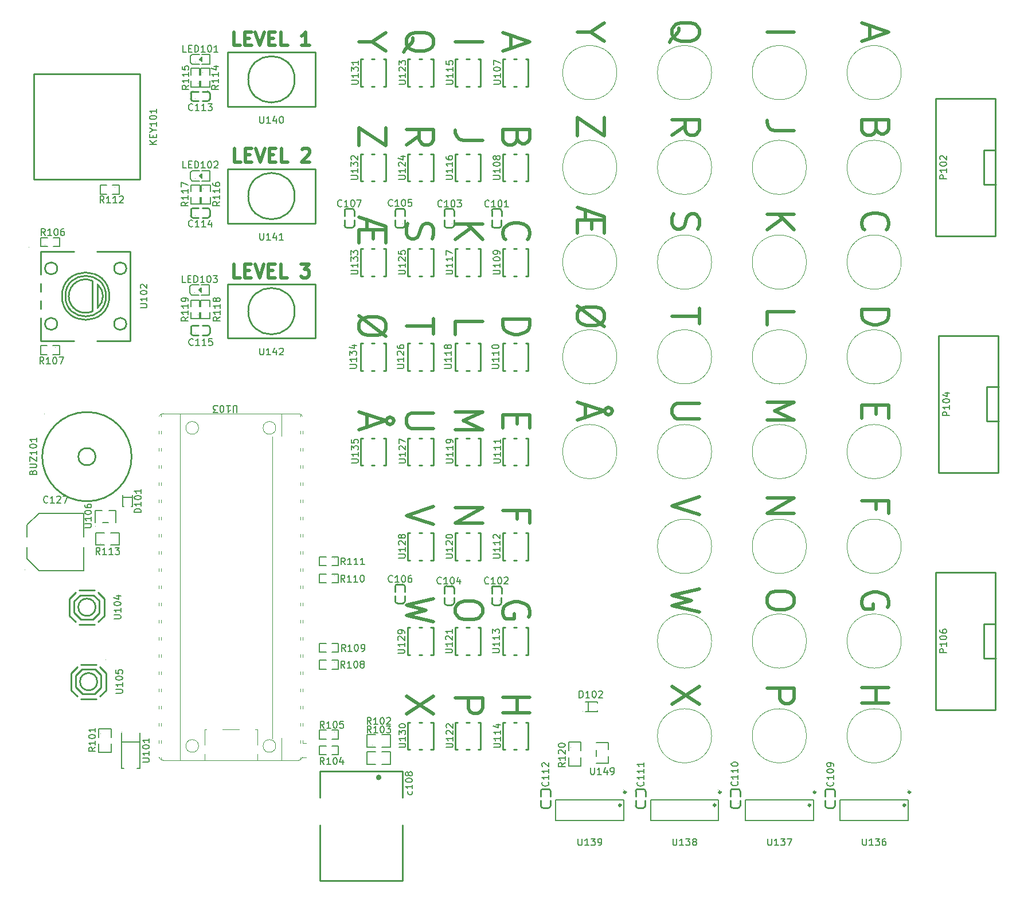
<source format=gto>
G04 #@! TF.GenerationSoftware,KiCad,Pcbnew,7.0.7*
G04 #@! TF.CreationDate,2023-10-09T21:12:52+02:00*
G04 #@! TF.ProjectId,Kaboom_box_bottom,4b61626f-6f6d-45f6-926f-785f626f7474,rev?*
G04 #@! TF.SameCoordinates,Original*
G04 #@! TF.FileFunction,Legend,Top*
G04 #@! TF.FilePolarity,Positive*
%FSLAX46Y46*%
G04 Gerber Fmt 4.6, Leading zero omitted, Abs format (unit mm)*
G04 Created by KiCad (PCBNEW 7.0.7) date 2023-10-09 21:12:52*
%MOMM*%
%LPD*%
G01*
G04 APERTURE LIST*
%ADD10C,0.500000*%
%ADD11C,0.150000*%
%ADD12C,0.254000*%
%ADD13C,0.059995*%
%ADD14C,0.120000*%
%ADD15C,0.152400*%
%ADD16C,0.258065*%
%ADD17C,0.400000*%
%ADD18C,0.150013*%
%ADD19C,0.300000*%
%ADD20C,0.151994*%
G04 APERTURE END LIST*
D10*
X134925523Y-61688095D02*
X136830285Y-60354761D01*
X134925523Y-59402380D02*
X138925523Y-59402380D01*
X138925523Y-59402380D02*
X138925523Y-60926190D01*
X138925523Y-60926190D02*
X138735047Y-61307142D01*
X138735047Y-61307142D02*
X138544571Y-61497619D01*
X138544571Y-61497619D02*
X138163619Y-61688095D01*
X138163619Y-61688095D02*
X137592190Y-61688095D01*
X137592190Y-61688095D02*
X137211238Y-61497619D01*
X137211238Y-61497619D02*
X137020761Y-61307142D01*
X137020761Y-61307142D02*
X136830285Y-60926190D01*
X136830285Y-60926190D02*
X136830285Y-59402380D01*
X129068380Y-101497619D02*
X129068380Y-103402381D01*
X127925523Y-101116667D02*
X131925523Y-102450000D01*
X131925523Y-102450000D02*
X127925523Y-103783334D01*
X131925523Y-102450000D02*
X132116000Y-102069048D01*
X132116000Y-102069048D02*
X132496952Y-101878572D01*
X132496952Y-101878572D02*
X132877904Y-102069048D01*
X132877904Y-102069048D02*
X133068380Y-102450000D01*
X133068380Y-102450000D02*
X132877904Y-102830953D01*
X132877904Y-102830953D02*
X132496952Y-103021429D01*
X132496952Y-103021429D02*
X132116000Y-102830953D01*
X132116000Y-102830953D02*
X131925523Y-102450000D01*
X151270761Y-60735714D02*
X151080285Y-61307142D01*
X151080285Y-61307142D02*
X150889809Y-61497619D01*
X150889809Y-61497619D02*
X150508857Y-61688095D01*
X150508857Y-61688095D02*
X149937428Y-61688095D01*
X149937428Y-61688095D02*
X149556476Y-61497619D01*
X149556476Y-61497619D02*
X149366000Y-61307142D01*
X149366000Y-61307142D02*
X149175523Y-60926190D01*
X149175523Y-60926190D02*
X149175523Y-59402380D01*
X149175523Y-59402380D02*
X153175523Y-59402380D01*
X153175523Y-59402380D02*
X153175523Y-60735714D01*
X153175523Y-60735714D02*
X152985047Y-61116666D01*
X152985047Y-61116666D02*
X152794571Y-61307142D01*
X152794571Y-61307142D02*
X152413619Y-61497619D01*
X152413619Y-61497619D02*
X152032666Y-61497619D01*
X152032666Y-61497619D02*
X151651714Y-61307142D01*
X151651714Y-61307142D02*
X151461238Y-61116666D01*
X151461238Y-61116666D02*
X151270761Y-60735714D01*
X151270761Y-60735714D02*
X151270761Y-59402380D01*
X162080285Y-45000000D02*
X160175523Y-45000000D01*
X164175523Y-43666667D02*
X162080285Y-45000000D01*
X162080285Y-45000000D02*
X164175523Y-46333334D01*
X204270761Y-59285714D02*
X204080285Y-59857142D01*
X204080285Y-59857142D02*
X203889809Y-60047619D01*
X203889809Y-60047619D02*
X203508857Y-60238095D01*
X203508857Y-60238095D02*
X202937428Y-60238095D01*
X202937428Y-60238095D02*
X202556476Y-60047619D01*
X202556476Y-60047619D02*
X202366000Y-59857142D01*
X202366000Y-59857142D02*
X202175523Y-59476190D01*
X202175523Y-59476190D02*
X202175523Y-57952380D01*
X202175523Y-57952380D02*
X206175523Y-57952380D01*
X206175523Y-57952380D02*
X206175523Y-59285714D01*
X206175523Y-59285714D02*
X205985047Y-59666666D01*
X205985047Y-59666666D02*
X205794571Y-59857142D01*
X205794571Y-59857142D02*
X205413619Y-60047619D01*
X205413619Y-60047619D02*
X205032666Y-60047619D01*
X205032666Y-60047619D02*
X204651714Y-59857142D01*
X204651714Y-59857142D02*
X204461238Y-59666666D01*
X204461238Y-59666666D02*
X204270761Y-59285714D01*
X204270761Y-59285714D02*
X204270761Y-57952380D01*
X178175523Y-127285714D02*
X174175523Y-128238095D01*
X174175523Y-128238095D02*
X177032666Y-129000000D01*
X177032666Y-129000000D02*
X174175523Y-129761905D01*
X174175523Y-129761905D02*
X178175523Y-130714286D01*
X202175523Y-141857142D02*
X206175523Y-141857142D01*
X204270761Y-141857142D02*
X204270761Y-144142857D01*
X202175523Y-144142857D02*
X206175523Y-144142857D01*
X203318380Y-44047619D02*
X203318380Y-45952381D01*
X202175523Y-43666667D02*
X206175523Y-45000000D01*
X206175523Y-45000000D02*
X202175523Y-46333334D01*
X150318380Y-45497619D02*
X150318380Y-47402381D01*
X149175523Y-45116667D02*
X153175523Y-46450000D01*
X153175523Y-46450000D02*
X149175523Y-47783334D01*
X151270761Y-101592856D02*
X151270761Y-102926190D01*
X149175523Y-103497618D02*
X149175523Y-101592856D01*
X149175523Y-101592856D02*
X153175523Y-101592856D01*
X153175523Y-101592856D02*
X153175523Y-103497618D01*
X135116000Y-73307142D02*
X134925523Y-73878571D01*
X134925523Y-73878571D02*
X134925523Y-74830952D01*
X134925523Y-74830952D02*
X135116000Y-75211904D01*
X135116000Y-75211904D02*
X135306476Y-75402380D01*
X135306476Y-75402380D02*
X135687428Y-75592857D01*
X135687428Y-75592857D02*
X136068380Y-75592857D01*
X136068380Y-75592857D02*
X136449333Y-75402380D01*
X136449333Y-75402380D02*
X136639809Y-75211904D01*
X136639809Y-75211904D02*
X136830285Y-74830952D01*
X136830285Y-74830952D02*
X137020761Y-74069047D01*
X137020761Y-74069047D02*
X137211238Y-73688095D01*
X137211238Y-73688095D02*
X137401714Y-73497618D01*
X137401714Y-73497618D02*
X137782666Y-73307142D01*
X137782666Y-73307142D02*
X138163619Y-73307142D01*
X138163619Y-73307142D02*
X138544571Y-73497618D01*
X138544571Y-73497618D02*
X138735047Y-73688095D01*
X138735047Y-73688095D02*
X138925523Y-74069047D01*
X138925523Y-74069047D02*
X138925523Y-75021428D01*
X138925523Y-75021428D02*
X138735047Y-75592857D01*
X204270761Y-100142856D02*
X204270761Y-101476190D01*
X202175523Y-102047618D02*
X202175523Y-100142856D01*
X202175523Y-100142856D02*
X206175523Y-100142856D01*
X206175523Y-100142856D02*
X206175523Y-102047618D01*
X178175523Y-113666667D02*
X174175523Y-115000000D01*
X174175523Y-115000000D02*
X178175523Y-116333334D01*
X149175523Y-143307142D02*
X153175523Y-143307142D01*
X151270761Y-143307142D02*
X151270761Y-145592857D01*
X149175523Y-145592857D02*
X153175523Y-145592857D01*
X178175523Y-99857142D02*
X174937428Y-99857142D01*
X174937428Y-99857142D02*
X174556476Y-100047619D01*
X174556476Y-100047619D02*
X174366000Y-100238095D01*
X174366000Y-100238095D02*
X174175523Y-100619047D01*
X174175523Y-100619047D02*
X174175523Y-101380952D01*
X174175523Y-101380952D02*
X174366000Y-101761904D01*
X174366000Y-101761904D02*
X174556476Y-101952381D01*
X174556476Y-101952381D02*
X174937428Y-102142857D01*
X174937428Y-102142857D02*
X178175523Y-102142857D01*
X173794571Y-46523809D02*
X173985047Y-46142857D01*
X173985047Y-46142857D02*
X174366000Y-45761904D01*
X174366000Y-45761904D02*
X174937428Y-45190476D01*
X174937428Y-45190476D02*
X175127904Y-44809523D01*
X175127904Y-44809523D02*
X175127904Y-44428571D01*
X174175523Y-44619047D02*
X174366000Y-44238095D01*
X174366000Y-44238095D02*
X174746952Y-43857142D01*
X174746952Y-43857142D02*
X175508857Y-43666666D01*
X175508857Y-43666666D02*
X176842190Y-43666666D01*
X176842190Y-43666666D02*
X177604095Y-43857142D01*
X177604095Y-43857142D02*
X177985047Y-44238095D01*
X177985047Y-44238095D02*
X178175523Y-44619047D01*
X178175523Y-44619047D02*
X178175523Y-45380952D01*
X178175523Y-45380952D02*
X177985047Y-45761904D01*
X177985047Y-45761904D02*
X177604095Y-46142857D01*
X177604095Y-46142857D02*
X176842190Y-46333333D01*
X176842190Y-46333333D02*
X175508857Y-46333333D01*
X175508857Y-46333333D02*
X174746952Y-46142857D01*
X174746952Y-46142857D02*
X174366000Y-45761904D01*
X174366000Y-45761904D02*
X174175523Y-45380952D01*
X174175523Y-45380952D02*
X174175523Y-44619047D01*
X142175523Y-73402380D02*
X146175523Y-73402380D01*
X142175523Y-75688095D02*
X144461238Y-73973809D01*
X146175523Y-75688095D02*
X143889809Y-73402380D01*
X192175523Y-128619047D02*
X192175523Y-129380952D01*
X192175523Y-129380952D02*
X191985047Y-129761904D01*
X191985047Y-129761904D02*
X191604095Y-130142857D01*
X191604095Y-130142857D02*
X190842190Y-130333333D01*
X190842190Y-130333333D02*
X189508857Y-130333333D01*
X189508857Y-130333333D02*
X188746952Y-130142857D01*
X188746952Y-130142857D02*
X188366000Y-129761904D01*
X188366000Y-129761904D02*
X188175523Y-129380952D01*
X188175523Y-129380952D02*
X188175523Y-128619047D01*
X188175523Y-128619047D02*
X188366000Y-128238095D01*
X188366000Y-128238095D02*
X188746952Y-127857142D01*
X188746952Y-127857142D02*
X189508857Y-127666666D01*
X189508857Y-127666666D02*
X190842190Y-127666666D01*
X190842190Y-127666666D02*
X191604095Y-127857142D01*
X191604095Y-127857142D02*
X191985047Y-128238095D01*
X191985047Y-128238095D02*
X192175523Y-128619047D01*
X142175523Y-115307142D02*
X146175523Y-115307142D01*
X146175523Y-115307142D02*
X142175523Y-117592857D01*
X142175523Y-117592857D02*
X146175523Y-117592857D01*
X146175523Y-61021429D02*
X143318380Y-61021429D01*
X143318380Y-61021429D02*
X142746952Y-60830952D01*
X142746952Y-60830952D02*
X142366000Y-60450000D01*
X142366000Y-60450000D02*
X142175523Y-59878571D01*
X142175523Y-59878571D02*
X142175523Y-59497619D01*
X174366000Y-71857142D02*
X174175523Y-72428571D01*
X174175523Y-72428571D02*
X174175523Y-73380952D01*
X174175523Y-73380952D02*
X174366000Y-73761904D01*
X174366000Y-73761904D02*
X174556476Y-73952380D01*
X174556476Y-73952380D02*
X174937428Y-74142857D01*
X174937428Y-74142857D02*
X175318380Y-74142857D01*
X175318380Y-74142857D02*
X175699333Y-73952380D01*
X175699333Y-73952380D02*
X175889809Y-73761904D01*
X175889809Y-73761904D02*
X176080285Y-73380952D01*
X176080285Y-73380952D02*
X176270761Y-72619047D01*
X176270761Y-72619047D02*
X176461238Y-72238095D01*
X176461238Y-72238095D02*
X176651714Y-72047618D01*
X176651714Y-72047618D02*
X177032666Y-71857142D01*
X177032666Y-71857142D02*
X177413619Y-71857142D01*
X177413619Y-71857142D02*
X177794571Y-72047618D01*
X177794571Y-72047618D02*
X177985047Y-72238095D01*
X177985047Y-72238095D02*
X178175523Y-72619047D01*
X178175523Y-72619047D02*
X178175523Y-73571428D01*
X178175523Y-73571428D02*
X177985047Y-74142857D01*
X204270761Y-115571429D02*
X204270761Y-114238095D01*
X202175523Y-114238095D02*
X206175523Y-114238095D01*
X206175523Y-114238095D02*
X206175523Y-116142857D01*
X188175523Y-44999999D02*
X192175523Y-44999999D01*
X138925523Y-87307143D02*
X138925523Y-89592857D01*
X134925523Y-88450000D02*
X138925523Y-88450000D01*
X178175523Y-85857143D02*
X178175523Y-88142857D01*
X174175523Y-87000000D02*
X178175523Y-87000000D01*
X151270761Y-117021429D02*
X151270761Y-115688095D01*
X149175523Y-115688095D02*
X153175523Y-115688095D01*
X153175523Y-115688095D02*
X153175523Y-117592857D01*
X149175523Y-87402380D02*
X153175523Y-87402380D01*
X153175523Y-87402380D02*
X153175523Y-88354761D01*
X153175523Y-88354761D02*
X152985047Y-88926190D01*
X152985047Y-88926190D02*
X152604095Y-89307142D01*
X152604095Y-89307142D02*
X152223142Y-89497619D01*
X152223142Y-89497619D02*
X151461238Y-89688095D01*
X151461238Y-89688095D02*
X150889809Y-89688095D01*
X150889809Y-89688095D02*
X150127904Y-89497619D01*
X150127904Y-89497619D02*
X149746952Y-89307142D01*
X149746952Y-89307142D02*
X149366000Y-88926190D01*
X149366000Y-88926190D02*
X149175523Y-88354761D01*
X149175523Y-88354761D02*
X149175523Y-87402380D01*
X110428570Y-46999238D02*
X109476189Y-46999238D01*
X109476189Y-46999238D02*
X109476189Y-44999238D01*
X111095237Y-45951619D02*
X111761904Y-45951619D01*
X112047618Y-46999238D02*
X111095237Y-46999238D01*
X111095237Y-46999238D02*
X111095237Y-44999238D01*
X111095237Y-44999238D02*
X112047618Y-44999238D01*
X112619047Y-44999238D02*
X113285713Y-46999238D01*
X113285713Y-46999238D02*
X113952380Y-44999238D01*
X114619047Y-45951619D02*
X115285714Y-45951619D01*
X115571428Y-46999238D02*
X114619047Y-46999238D01*
X114619047Y-46999238D02*
X114619047Y-44999238D01*
X114619047Y-44999238D02*
X115571428Y-44999238D01*
X117380952Y-46999238D02*
X116428571Y-46999238D01*
X116428571Y-46999238D02*
X116428571Y-44999238D01*
X120619048Y-46999238D02*
X119476191Y-46999238D01*
X120047619Y-46999238D02*
X120047619Y-44999238D01*
X120047619Y-44999238D02*
X119857143Y-45284952D01*
X119857143Y-45284952D02*
X119666667Y-45475428D01*
X119666667Y-45475428D02*
X119476191Y-45570666D01*
X110378570Y-81299238D02*
X109426189Y-81299238D01*
X109426189Y-81299238D02*
X109426189Y-79299238D01*
X111045237Y-80251619D02*
X111711904Y-80251619D01*
X111997618Y-81299238D02*
X111045237Y-81299238D01*
X111045237Y-81299238D02*
X111045237Y-79299238D01*
X111045237Y-79299238D02*
X111997618Y-79299238D01*
X112569047Y-79299238D02*
X113235713Y-81299238D01*
X113235713Y-81299238D02*
X113902380Y-79299238D01*
X114569047Y-80251619D02*
X115235714Y-80251619D01*
X115521428Y-81299238D02*
X114569047Y-81299238D01*
X114569047Y-81299238D02*
X114569047Y-79299238D01*
X114569047Y-79299238D02*
X115521428Y-79299238D01*
X117330952Y-81299238D02*
X116378571Y-81299238D01*
X116378571Y-81299238D02*
X116378571Y-79299238D01*
X119330953Y-79299238D02*
X120569048Y-79299238D01*
X120569048Y-79299238D02*
X119902381Y-80061142D01*
X119902381Y-80061142D02*
X120188096Y-80061142D01*
X120188096Y-80061142D02*
X120378572Y-80156380D01*
X120378572Y-80156380D02*
X120473810Y-80251619D01*
X120473810Y-80251619D02*
X120569048Y-80442095D01*
X120569048Y-80442095D02*
X120569048Y-80918285D01*
X120569048Y-80918285D02*
X120473810Y-81108761D01*
X120473810Y-81108761D02*
X120378572Y-81204000D01*
X120378572Y-81204000D02*
X120188096Y-81299238D01*
X120188096Y-81299238D02*
X119616667Y-81299238D01*
X119616667Y-81299238D02*
X119426191Y-81204000D01*
X119426191Y-81204000D02*
X119330953Y-81108761D01*
X131925523Y-59116666D02*
X131925523Y-61783333D01*
X131925523Y-61783333D02*
X127925523Y-59116666D01*
X127925523Y-59116666D02*
X127925523Y-61783333D01*
X174175523Y-60238095D02*
X176080285Y-58904761D01*
X174175523Y-57952380D02*
X178175523Y-57952380D01*
X178175523Y-57952380D02*
X178175523Y-59476190D01*
X178175523Y-59476190D02*
X177985047Y-59857142D01*
X177985047Y-59857142D02*
X177794571Y-60047619D01*
X177794571Y-60047619D02*
X177413619Y-60238095D01*
X177413619Y-60238095D02*
X176842190Y-60238095D01*
X176842190Y-60238095D02*
X176461238Y-60047619D01*
X176461238Y-60047619D02*
X176270761Y-59857142D01*
X176270761Y-59857142D02*
X176080285Y-59476190D01*
X176080285Y-59476190D02*
X176080285Y-57952380D01*
X138925523Y-143116666D02*
X134925523Y-145783333D01*
X138925523Y-145783333D02*
X134925523Y-143116666D01*
X192175523Y-59571429D02*
X189318380Y-59571429D01*
X189318380Y-59571429D02*
X188746952Y-59380952D01*
X188746952Y-59380952D02*
X188366000Y-59000000D01*
X188366000Y-59000000D02*
X188175523Y-58428571D01*
X188175523Y-58428571D02*
X188175523Y-58047619D01*
X134544571Y-47973809D02*
X134735047Y-47592857D01*
X134735047Y-47592857D02*
X135116000Y-47211904D01*
X135116000Y-47211904D02*
X135687428Y-46640476D01*
X135687428Y-46640476D02*
X135877904Y-46259523D01*
X135877904Y-46259523D02*
X135877904Y-45878571D01*
X134925523Y-46069047D02*
X135116000Y-45688095D01*
X135116000Y-45688095D02*
X135496952Y-45307142D01*
X135496952Y-45307142D02*
X136258857Y-45116666D01*
X136258857Y-45116666D02*
X137592190Y-45116666D01*
X137592190Y-45116666D02*
X138354095Y-45307142D01*
X138354095Y-45307142D02*
X138735047Y-45688095D01*
X138735047Y-45688095D02*
X138925523Y-46069047D01*
X138925523Y-46069047D02*
X138925523Y-46830952D01*
X138925523Y-46830952D02*
X138735047Y-47211904D01*
X138735047Y-47211904D02*
X138354095Y-47592857D01*
X138354095Y-47592857D02*
X137592190Y-47783333D01*
X137592190Y-47783333D02*
X136258857Y-47783333D01*
X136258857Y-47783333D02*
X135496952Y-47592857D01*
X135496952Y-47592857D02*
X135116000Y-47211904D01*
X135116000Y-47211904D02*
X134925523Y-46830952D01*
X134925523Y-46830952D02*
X134925523Y-46069047D01*
X110478570Y-64199238D02*
X109526189Y-64199238D01*
X109526189Y-64199238D02*
X109526189Y-62199238D01*
X111145237Y-63151619D02*
X111811904Y-63151619D01*
X112097618Y-64199238D02*
X111145237Y-64199238D01*
X111145237Y-64199238D02*
X111145237Y-62199238D01*
X111145237Y-62199238D02*
X112097618Y-62199238D01*
X112669047Y-62199238D02*
X113335713Y-64199238D01*
X113335713Y-64199238D02*
X114002380Y-62199238D01*
X114669047Y-63151619D02*
X115335714Y-63151619D01*
X115621428Y-64199238D02*
X114669047Y-64199238D01*
X114669047Y-64199238D02*
X114669047Y-62199238D01*
X114669047Y-62199238D02*
X115621428Y-62199238D01*
X117430952Y-64199238D02*
X116478571Y-64199238D01*
X116478571Y-64199238D02*
X116478571Y-62199238D01*
X119526191Y-62389714D02*
X119621429Y-62294476D01*
X119621429Y-62294476D02*
X119811905Y-62199238D01*
X119811905Y-62199238D02*
X120288096Y-62199238D01*
X120288096Y-62199238D02*
X120478572Y-62294476D01*
X120478572Y-62294476D02*
X120573810Y-62389714D01*
X120573810Y-62389714D02*
X120669048Y-62580190D01*
X120669048Y-62580190D02*
X120669048Y-62770666D01*
X120669048Y-62770666D02*
X120573810Y-63056380D01*
X120573810Y-63056380D02*
X119430953Y-64199238D01*
X119430953Y-64199238D02*
X120669048Y-64199238D01*
X146175523Y-130069047D02*
X146175523Y-130830952D01*
X146175523Y-130830952D02*
X145985047Y-131211904D01*
X145985047Y-131211904D02*
X145604095Y-131592857D01*
X145604095Y-131592857D02*
X144842190Y-131783333D01*
X144842190Y-131783333D02*
X143508857Y-131783333D01*
X143508857Y-131783333D02*
X142746952Y-131592857D01*
X142746952Y-131592857D02*
X142366000Y-131211904D01*
X142366000Y-131211904D02*
X142175523Y-130830952D01*
X142175523Y-130830952D02*
X142175523Y-130069047D01*
X142175523Y-130069047D02*
X142366000Y-129688095D01*
X142366000Y-129688095D02*
X142746952Y-129307142D01*
X142746952Y-129307142D02*
X143508857Y-129116666D01*
X143508857Y-129116666D02*
X144842190Y-129116666D01*
X144842190Y-129116666D02*
X145604095Y-129307142D01*
X145604095Y-129307142D02*
X145985047Y-129688095D01*
X145985047Y-129688095D02*
X146175523Y-130069047D01*
X138925523Y-128735714D02*
X134925523Y-129688095D01*
X134925523Y-129688095D02*
X137782666Y-130450000D01*
X137782666Y-130450000D02*
X134925523Y-131211905D01*
X134925523Y-131211905D02*
X138925523Y-132164286D01*
X164175523Y-88523809D02*
X160175523Y-85476190D01*
X160175523Y-86619047D02*
X160366000Y-86238095D01*
X160366000Y-86238095D02*
X160746952Y-85857142D01*
X160746952Y-85857142D02*
X161508857Y-85666666D01*
X161508857Y-85666666D02*
X162842190Y-85666666D01*
X162842190Y-85666666D02*
X163604095Y-85857142D01*
X163604095Y-85857142D02*
X163985047Y-86238095D01*
X163985047Y-86238095D02*
X164175523Y-86619047D01*
X164175523Y-86619047D02*
X164175523Y-87380952D01*
X164175523Y-87380952D02*
X163985047Y-87761904D01*
X163985047Y-87761904D02*
X163604095Y-88142857D01*
X163604095Y-88142857D02*
X162842190Y-88333333D01*
X162842190Y-88333333D02*
X161508857Y-88333333D01*
X161508857Y-88333333D02*
X160746952Y-88142857D01*
X160746952Y-88142857D02*
X160366000Y-87761904D01*
X160366000Y-87761904D02*
X160175523Y-87380952D01*
X160175523Y-87380952D02*
X160175523Y-86619047D01*
X142175523Y-101116666D02*
X146175523Y-101116666D01*
X146175523Y-101116666D02*
X143318380Y-102450000D01*
X143318380Y-102450000D02*
X146175523Y-103783333D01*
X146175523Y-103783333D02*
X142175523Y-103783333D01*
X188175523Y-141952380D02*
X192175523Y-141952380D01*
X192175523Y-141952380D02*
X192175523Y-143476190D01*
X192175523Y-143476190D02*
X191985047Y-143857142D01*
X191985047Y-143857142D02*
X191794571Y-144047619D01*
X191794571Y-144047619D02*
X191413619Y-144238095D01*
X191413619Y-144238095D02*
X190842190Y-144238095D01*
X190842190Y-144238095D02*
X190461238Y-144047619D01*
X190461238Y-144047619D02*
X190270761Y-143857142D01*
X190270761Y-143857142D02*
X190080285Y-143476190D01*
X190080285Y-143476190D02*
X190080285Y-141952380D01*
X142175523Y-89688095D02*
X142175523Y-87783333D01*
X142175523Y-87783333D02*
X146175523Y-87783333D01*
X138925523Y-101307142D02*
X135687428Y-101307142D01*
X135687428Y-101307142D02*
X135306476Y-101497619D01*
X135306476Y-101497619D02*
X135116000Y-101688095D01*
X135116000Y-101688095D02*
X134925523Y-102069047D01*
X134925523Y-102069047D02*
X134925523Y-102830952D01*
X134925523Y-102830952D02*
X135116000Y-103211904D01*
X135116000Y-103211904D02*
X135306476Y-103402381D01*
X135306476Y-103402381D02*
X135687428Y-103592857D01*
X135687428Y-103592857D02*
X138925523Y-103592857D01*
X138925523Y-115116667D02*
X134925523Y-116450000D01*
X134925523Y-116450000D02*
X138925523Y-117783334D01*
X129068380Y-72735714D02*
X129068380Y-74259524D01*
X130020761Y-74259524D02*
X130020761Y-75592857D01*
X127925523Y-72354762D02*
X131925523Y-73688095D01*
X131925523Y-73688095D02*
X131925523Y-76164286D01*
X131925523Y-74259524D02*
X127925523Y-74259524D01*
X127925523Y-74259524D02*
X127925523Y-76164286D01*
X188175523Y-71952380D02*
X192175523Y-71952380D01*
X188175523Y-74238095D02*
X190461238Y-72523809D01*
X192175523Y-74238095D02*
X189889809Y-71952380D01*
X142175523Y-46449999D02*
X146175523Y-46449999D01*
X161318380Y-71285714D02*
X161318380Y-72809524D01*
X162270761Y-72809524D02*
X162270761Y-74142857D01*
X160175523Y-70904762D02*
X164175523Y-72238095D01*
X164175523Y-72238095D02*
X164175523Y-74714286D01*
X164175523Y-72809524D02*
X160175523Y-72809524D01*
X160175523Y-72809524D02*
X160175523Y-74714286D01*
X149556476Y-75688095D02*
X149366000Y-75497619D01*
X149366000Y-75497619D02*
X149175523Y-74926190D01*
X149175523Y-74926190D02*
X149175523Y-74545238D01*
X149175523Y-74545238D02*
X149366000Y-73973809D01*
X149366000Y-73973809D02*
X149746952Y-73592857D01*
X149746952Y-73592857D02*
X150127904Y-73402380D01*
X150127904Y-73402380D02*
X150889809Y-73211904D01*
X150889809Y-73211904D02*
X151461238Y-73211904D01*
X151461238Y-73211904D02*
X152223142Y-73402380D01*
X152223142Y-73402380D02*
X152604095Y-73592857D01*
X152604095Y-73592857D02*
X152985047Y-73973809D01*
X152985047Y-73973809D02*
X153175523Y-74545238D01*
X153175523Y-74545238D02*
X153175523Y-74926190D01*
X153175523Y-74926190D02*
X152985047Y-75497619D01*
X152985047Y-75497619D02*
X152794571Y-75688095D01*
X152985047Y-131497619D02*
X153175523Y-131116666D01*
X153175523Y-131116666D02*
X153175523Y-130545238D01*
X153175523Y-130545238D02*
X152985047Y-129973809D01*
X152985047Y-129973809D02*
X152604095Y-129592857D01*
X152604095Y-129592857D02*
X152223142Y-129402380D01*
X152223142Y-129402380D02*
X151461238Y-129211904D01*
X151461238Y-129211904D02*
X150889809Y-129211904D01*
X150889809Y-129211904D02*
X150127904Y-129402380D01*
X150127904Y-129402380D02*
X149746952Y-129592857D01*
X149746952Y-129592857D02*
X149366000Y-129973809D01*
X149366000Y-129973809D02*
X149175523Y-130545238D01*
X149175523Y-130545238D02*
X149175523Y-130926190D01*
X149175523Y-130926190D02*
X149366000Y-131497619D01*
X149366000Y-131497619D02*
X149556476Y-131688095D01*
X149556476Y-131688095D02*
X150889809Y-131688095D01*
X150889809Y-131688095D02*
X150889809Y-130926190D01*
X129830285Y-46450000D02*
X127925523Y-46450000D01*
X131925523Y-45116667D02*
X129830285Y-46450000D01*
X129830285Y-46450000D02*
X131925523Y-47783334D01*
X131925523Y-89973809D02*
X127925523Y-86926190D01*
X127925523Y-88069047D02*
X128116000Y-87688095D01*
X128116000Y-87688095D02*
X128496952Y-87307142D01*
X128496952Y-87307142D02*
X129258857Y-87116666D01*
X129258857Y-87116666D02*
X130592190Y-87116666D01*
X130592190Y-87116666D02*
X131354095Y-87307142D01*
X131354095Y-87307142D02*
X131735047Y-87688095D01*
X131735047Y-87688095D02*
X131925523Y-88069047D01*
X131925523Y-88069047D02*
X131925523Y-88830952D01*
X131925523Y-88830952D02*
X131735047Y-89211904D01*
X131735047Y-89211904D02*
X131354095Y-89592857D01*
X131354095Y-89592857D02*
X130592190Y-89783333D01*
X130592190Y-89783333D02*
X129258857Y-89783333D01*
X129258857Y-89783333D02*
X128496952Y-89592857D01*
X128496952Y-89592857D02*
X128116000Y-89211904D01*
X128116000Y-89211904D02*
X127925523Y-88830952D01*
X127925523Y-88830952D02*
X127925523Y-88069047D01*
X164175523Y-57666666D02*
X164175523Y-60333333D01*
X164175523Y-60333333D02*
X160175523Y-57666666D01*
X160175523Y-57666666D02*
X160175523Y-60333333D01*
X188175523Y-99666666D02*
X192175523Y-99666666D01*
X192175523Y-99666666D02*
X189318380Y-101000000D01*
X189318380Y-101000000D02*
X192175523Y-102333333D01*
X192175523Y-102333333D02*
X188175523Y-102333333D01*
X188175523Y-113857142D02*
X192175523Y-113857142D01*
X192175523Y-113857142D02*
X188175523Y-116142857D01*
X188175523Y-116142857D02*
X192175523Y-116142857D01*
X142175523Y-143402380D02*
X146175523Y-143402380D01*
X146175523Y-143402380D02*
X146175523Y-144926190D01*
X146175523Y-144926190D02*
X145985047Y-145307142D01*
X145985047Y-145307142D02*
X145794571Y-145497619D01*
X145794571Y-145497619D02*
X145413619Y-145688095D01*
X145413619Y-145688095D02*
X144842190Y-145688095D01*
X144842190Y-145688095D02*
X144461238Y-145497619D01*
X144461238Y-145497619D02*
X144270761Y-145307142D01*
X144270761Y-145307142D02*
X144080285Y-144926190D01*
X144080285Y-144926190D02*
X144080285Y-143402380D01*
X205985047Y-130047619D02*
X206175523Y-129666666D01*
X206175523Y-129666666D02*
X206175523Y-129095238D01*
X206175523Y-129095238D02*
X205985047Y-128523809D01*
X205985047Y-128523809D02*
X205604095Y-128142857D01*
X205604095Y-128142857D02*
X205223142Y-127952380D01*
X205223142Y-127952380D02*
X204461238Y-127761904D01*
X204461238Y-127761904D02*
X203889809Y-127761904D01*
X203889809Y-127761904D02*
X203127904Y-127952380D01*
X203127904Y-127952380D02*
X202746952Y-128142857D01*
X202746952Y-128142857D02*
X202366000Y-128523809D01*
X202366000Y-128523809D02*
X202175523Y-129095238D01*
X202175523Y-129095238D02*
X202175523Y-129476190D01*
X202175523Y-129476190D02*
X202366000Y-130047619D01*
X202366000Y-130047619D02*
X202556476Y-130238095D01*
X202556476Y-130238095D02*
X203889809Y-130238095D01*
X203889809Y-130238095D02*
X203889809Y-129476190D01*
X188175523Y-88238095D02*
X188175523Y-86333333D01*
X188175523Y-86333333D02*
X192175523Y-86333333D01*
X202556476Y-74238095D02*
X202366000Y-74047619D01*
X202366000Y-74047619D02*
X202175523Y-73476190D01*
X202175523Y-73476190D02*
X202175523Y-73095238D01*
X202175523Y-73095238D02*
X202366000Y-72523809D01*
X202366000Y-72523809D02*
X202746952Y-72142857D01*
X202746952Y-72142857D02*
X203127904Y-71952380D01*
X203127904Y-71952380D02*
X203889809Y-71761904D01*
X203889809Y-71761904D02*
X204461238Y-71761904D01*
X204461238Y-71761904D02*
X205223142Y-71952380D01*
X205223142Y-71952380D02*
X205604095Y-72142857D01*
X205604095Y-72142857D02*
X205985047Y-72523809D01*
X205985047Y-72523809D02*
X206175523Y-73095238D01*
X206175523Y-73095238D02*
X206175523Y-73476190D01*
X206175523Y-73476190D02*
X205985047Y-74047619D01*
X205985047Y-74047619D02*
X205794571Y-74238095D01*
X161318380Y-100047619D02*
X161318380Y-101952381D01*
X160175523Y-99666667D02*
X164175523Y-101000000D01*
X164175523Y-101000000D02*
X160175523Y-102333334D01*
X164175523Y-101000000D02*
X164366000Y-100619048D01*
X164366000Y-100619048D02*
X164746952Y-100428572D01*
X164746952Y-100428572D02*
X165127904Y-100619048D01*
X165127904Y-100619048D02*
X165318380Y-101000000D01*
X165318380Y-101000000D02*
X165127904Y-101380953D01*
X165127904Y-101380953D02*
X164746952Y-101571429D01*
X164746952Y-101571429D02*
X164366000Y-101380953D01*
X164366000Y-101380953D02*
X164175523Y-101000000D01*
X178175523Y-141666666D02*
X174175523Y-144333333D01*
X178175523Y-144333333D02*
X174175523Y-141666666D01*
X202175523Y-85952380D02*
X206175523Y-85952380D01*
X206175523Y-85952380D02*
X206175523Y-86904761D01*
X206175523Y-86904761D02*
X205985047Y-87476190D01*
X205985047Y-87476190D02*
X205604095Y-87857142D01*
X205604095Y-87857142D02*
X205223142Y-88047619D01*
X205223142Y-88047619D02*
X204461238Y-88238095D01*
X204461238Y-88238095D02*
X203889809Y-88238095D01*
X203889809Y-88238095D02*
X203127904Y-88047619D01*
X203127904Y-88047619D02*
X202746952Y-87857142D01*
X202746952Y-87857142D02*
X202366000Y-87476190D01*
X202366000Y-87476190D02*
X202175523Y-86904761D01*
X202175523Y-86904761D02*
X202175523Y-85952380D01*
D11*
X169909580Y-155819047D02*
X169957200Y-155866666D01*
X169957200Y-155866666D02*
X170004819Y-156009523D01*
X170004819Y-156009523D02*
X170004819Y-156104761D01*
X170004819Y-156104761D02*
X169957200Y-156247618D01*
X169957200Y-156247618D02*
X169861961Y-156342856D01*
X169861961Y-156342856D02*
X169766723Y-156390475D01*
X169766723Y-156390475D02*
X169576247Y-156438094D01*
X169576247Y-156438094D02*
X169433390Y-156438094D01*
X169433390Y-156438094D02*
X169242914Y-156390475D01*
X169242914Y-156390475D02*
X169147676Y-156342856D01*
X169147676Y-156342856D02*
X169052438Y-156247618D01*
X169052438Y-156247618D02*
X169004819Y-156104761D01*
X169004819Y-156104761D02*
X169004819Y-156009523D01*
X169004819Y-156009523D02*
X169052438Y-155866666D01*
X169052438Y-155866666D02*
X169100057Y-155819047D01*
X170004819Y-154866666D02*
X170004819Y-155438094D01*
X170004819Y-155152380D02*
X169004819Y-155152380D01*
X169004819Y-155152380D02*
X169147676Y-155247618D01*
X169147676Y-155247618D02*
X169242914Y-155342856D01*
X169242914Y-155342856D02*
X169290533Y-155438094D01*
X170004819Y-153914285D02*
X170004819Y-154485713D01*
X170004819Y-154199999D02*
X169004819Y-154199999D01*
X169004819Y-154199999D02*
X169147676Y-154295237D01*
X169147676Y-154295237D02*
X169242914Y-154390475D01*
X169242914Y-154390475D02*
X169290533Y-154485713D01*
X170004819Y-152961904D02*
X170004819Y-153533332D01*
X170004819Y-153247618D02*
X169004819Y-153247618D01*
X169004819Y-153247618D02*
X169147676Y-153342856D01*
X169147676Y-153342856D02*
X169242914Y-153438094D01*
X169242914Y-153438094D02*
X169290533Y-153533332D01*
X140754819Y-80764285D02*
X141564342Y-80764285D01*
X141564342Y-80764285D02*
X141659580Y-80716666D01*
X141659580Y-80716666D02*
X141707200Y-80669047D01*
X141707200Y-80669047D02*
X141754819Y-80573809D01*
X141754819Y-80573809D02*
X141754819Y-80383333D01*
X141754819Y-80383333D02*
X141707200Y-80288095D01*
X141707200Y-80288095D02*
X141659580Y-80240476D01*
X141659580Y-80240476D02*
X141564342Y-80192857D01*
X141564342Y-80192857D02*
X140754819Y-80192857D01*
X141754819Y-79192857D02*
X141754819Y-79764285D01*
X141754819Y-79478571D02*
X140754819Y-79478571D01*
X140754819Y-79478571D02*
X140897676Y-79573809D01*
X140897676Y-79573809D02*
X140992914Y-79669047D01*
X140992914Y-79669047D02*
X141040533Y-79764285D01*
X141754819Y-78240476D02*
X141754819Y-78811904D01*
X141754819Y-78526190D02*
X140754819Y-78526190D01*
X140754819Y-78526190D02*
X140897676Y-78621428D01*
X140897676Y-78621428D02*
X140992914Y-78716666D01*
X140992914Y-78716666D02*
X141040533Y-78811904D01*
X140754819Y-77907142D02*
X140754819Y-77240476D01*
X140754819Y-77240476D02*
X141754819Y-77669047D01*
X91754983Y-131714285D02*
X92564506Y-131714285D01*
X92564506Y-131714285D02*
X92659744Y-131666666D01*
X92659744Y-131666666D02*
X92707364Y-131619047D01*
X92707364Y-131619047D02*
X92754983Y-131523809D01*
X92754983Y-131523809D02*
X92754983Y-131333333D01*
X92754983Y-131333333D02*
X92707364Y-131238095D01*
X92707364Y-131238095D02*
X92659744Y-131190476D01*
X92659744Y-131190476D02*
X92564506Y-131142857D01*
X92564506Y-131142857D02*
X91754983Y-131142857D01*
X92754983Y-130142857D02*
X92754983Y-130714285D01*
X92754983Y-130428571D02*
X91754983Y-130428571D01*
X91754983Y-130428571D02*
X91897840Y-130523809D01*
X91897840Y-130523809D02*
X91993078Y-130619047D01*
X91993078Y-130619047D02*
X92040697Y-130714285D01*
X91754983Y-129523809D02*
X91754983Y-129428571D01*
X91754983Y-129428571D02*
X91802602Y-129333333D01*
X91802602Y-129333333D02*
X91850221Y-129285714D01*
X91850221Y-129285714D02*
X91945459Y-129238095D01*
X91945459Y-129238095D02*
X92135935Y-129190476D01*
X92135935Y-129190476D02*
X92374030Y-129190476D01*
X92374030Y-129190476D02*
X92564506Y-129238095D01*
X92564506Y-129238095D02*
X92659744Y-129285714D01*
X92659744Y-129285714D02*
X92707364Y-129333333D01*
X92707364Y-129333333D02*
X92754983Y-129428571D01*
X92754983Y-129428571D02*
X92754983Y-129523809D01*
X92754983Y-129523809D02*
X92707364Y-129619047D01*
X92707364Y-129619047D02*
X92659744Y-129666666D01*
X92659744Y-129666666D02*
X92564506Y-129714285D01*
X92564506Y-129714285D02*
X92374030Y-129761904D01*
X92374030Y-129761904D02*
X92135935Y-129761904D01*
X92135935Y-129761904D02*
X91945459Y-129714285D01*
X91945459Y-129714285D02*
X91850221Y-129666666D01*
X91850221Y-129666666D02*
X91802602Y-129619047D01*
X91802602Y-129619047D02*
X91754983Y-129523809D01*
X92088316Y-128333333D02*
X92754983Y-128333333D01*
X91707364Y-128571428D02*
X92421649Y-128809523D01*
X92421649Y-128809523D02*
X92421649Y-128190476D01*
X87404819Y-118214285D02*
X88214342Y-118214285D01*
X88214342Y-118214285D02*
X88309580Y-118166666D01*
X88309580Y-118166666D02*
X88357200Y-118119047D01*
X88357200Y-118119047D02*
X88404819Y-118023809D01*
X88404819Y-118023809D02*
X88404819Y-117833333D01*
X88404819Y-117833333D02*
X88357200Y-117738095D01*
X88357200Y-117738095D02*
X88309580Y-117690476D01*
X88309580Y-117690476D02*
X88214342Y-117642857D01*
X88214342Y-117642857D02*
X87404819Y-117642857D01*
X88404819Y-116642857D02*
X88404819Y-117214285D01*
X88404819Y-116928571D02*
X87404819Y-116928571D01*
X87404819Y-116928571D02*
X87547676Y-117023809D01*
X87547676Y-117023809D02*
X87642914Y-117119047D01*
X87642914Y-117119047D02*
X87690533Y-117214285D01*
X87404819Y-116023809D02*
X87404819Y-115928571D01*
X87404819Y-115928571D02*
X87452438Y-115833333D01*
X87452438Y-115833333D02*
X87500057Y-115785714D01*
X87500057Y-115785714D02*
X87595295Y-115738095D01*
X87595295Y-115738095D02*
X87785771Y-115690476D01*
X87785771Y-115690476D02*
X88023866Y-115690476D01*
X88023866Y-115690476D02*
X88214342Y-115738095D01*
X88214342Y-115738095D02*
X88309580Y-115785714D01*
X88309580Y-115785714D02*
X88357200Y-115833333D01*
X88357200Y-115833333D02*
X88404819Y-115928571D01*
X88404819Y-115928571D02*
X88404819Y-116023809D01*
X88404819Y-116023809D02*
X88357200Y-116119047D01*
X88357200Y-116119047D02*
X88309580Y-116166666D01*
X88309580Y-116166666D02*
X88214342Y-116214285D01*
X88214342Y-116214285D02*
X88023866Y-116261904D01*
X88023866Y-116261904D02*
X87785771Y-116261904D01*
X87785771Y-116261904D02*
X87595295Y-116214285D01*
X87595295Y-116214285D02*
X87500057Y-116166666D01*
X87500057Y-116166666D02*
X87452438Y-116119047D01*
X87452438Y-116119047D02*
X87404819Y-116023809D01*
X87404819Y-114833333D02*
X87404819Y-115023809D01*
X87404819Y-115023809D02*
X87452438Y-115119047D01*
X87452438Y-115119047D02*
X87500057Y-115166666D01*
X87500057Y-115166666D02*
X87642914Y-115261904D01*
X87642914Y-115261904D02*
X87833390Y-115309523D01*
X87833390Y-115309523D02*
X88214342Y-115309523D01*
X88214342Y-115309523D02*
X88309580Y-115261904D01*
X88309580Y-115261904D02*
X88357200Y-115214285D01*
X88357200Y-115214285D02*
X88404819Y-115119047D01*
X88404819Y-115119047D02*
X88404819Y-114928571D01*
X88404819Y-114928571D02*
X88357200Y-114833333D01*
X88357200Y-114833333D02*
X88309580Y-114785714D01*
X88309580Y-114785714D02*
X88214342Y-114738095D01*
X88214342Y-114738095D02*
X87976247Y-114738095D01*
X87976247Y-114738095D02*
X87881009Y-114785714D01*
X87881009Y-114785714D02*
X87833390Y-114833333D01*
X87833390Y-114833333D02*
X87785771Y-114928571D01*
X87785771Y-114928571D02*
X87785771Y-115119047D01*
X87785771Y-115119047D02*
X87833390Y-115214285D01*
X87833390Y-115214285D02*
X87881009Y-115261904D01*
X87881009Y-115261904D02*
X87976247Y-115309523D01*
X147654819Y-136714285D02*
X148464342Y-136714285D01*
X148464342Y-136714285D02*
X148559580Y-136666666D01*
X148559580Y-136666666D02*
X148607200Y-136619047D01*
X148607200Y-136619047D02*
X148654819Y-136523809D01*
X148654819Y-136523809D02*
X148654819Y-136333333D01*
X148654819Y-136333333D02*
X148607200Y-136238095D01*
X148607200Y-136238095D02*
X148559580Y-136190476D01*
X148559580Y-136190476D02*
X148464342Y-136142857D01*
X148464342Y-136142857D02*
X147654819Y-136142857D01*
X148654819Y-135142857D02*
X148654819Y-135714285D01*
X148654819Y-135428571D02*
X147654819Y-135428571D01*
X147654819Y-135428571D02*
X147797676Y-135523809D01*
X147797676Y-135523809D02*
X147892914Y-135619047D01*
X147892914Y-135619047D02*
X147940533Y-135714285D01*
X148654819Y-134190476D02*
X148654819Y-134761904D01*
X148654819Y-134476190D02*
X147654819Y-134476190D01*
X147654819Y-134476190D02*
X147797676Y-134571428D01*
X147797676Y-134571428D02*
X147892914Y-134666666D01*
X147892914Y-134666666D02*
X147940533Y-134761904D01*
X147654819Y-133857142D02*
X147654819Y-133238095D01*
X147654819Y-133238095D02*
X148035771Y-133571428D01*
X148035771Y-133571428D02*
X148035771Y-133428571D01*
X148035771Y-133428571D02*
X148083390Y-133333333D01*
X148083390Y-133333333D02*
X148131009Y-133285714D01*
X148131009Y-133285714D02*
X148226247Y-133238095D01*
X148226247Y-133238095D02*
X148464342Y-133238095D01*
X148464342Y-133238095D02*
X148559580Y-133285714D01*
X148559580Y-133285714D02*
X148607200Y-133333333D01*
X148607200Y-133333333D02*
X148654819Y-133428571D01*
X148654819Y-133428571D02*
X148654819Y-133714285D01*
X148654819Y-133714285D02*
X148607200Y-133809523D01*
X148607200Y-133809523D02*
X148559580Y-133857142D01*
X147754819Y-122714285D02*
X148564342Y-122714285D01*
X148564342Y-122714285D02*
X148659580Y-122666666D01*
X148659580Y-122666666D02*
X148707200Y-122619047D01*
X148707200Y-122619047D02*
X148754819Y-122523809D01*
X148754819Y-122523809D02*
X148754819Y-122333333D01*
X148754819Y-122333333D02*
X148707200Y-122238095D01*
X148707200Y-122238095D02*
X148659580Y-122190476D01*
X148659580Y-122190476D02*
X148564342Y-122142857D01*
X148564342Y-122142857D02*
X147754819Y-122142857D01*
X148754819Y-121142857D02*
X148754819Y-121714285D01*
X148754819Y-121428571D02*
X147754819Y-121428571D01*
X147754819Y-121428571D02*
X147897676Y-121523809D01*
X147897676Y-121523809D02*
X147992914Y-121619047D01*
X147992914Y-121619047D02*
X148040533Y-121714285D01*
X148754819Y-120190476D02*
X148754819Y-120761904D01*
X148754819Y-120476190D02*
X147754819Y-120476190D01*
X147754819Y-120476190D02*
X147897676Y-120571428D01*
X147897676Y-120571428D02*
X147992914Y-120666666D01*
X147992914Y-120666666D02*
X148040533Y-120761904D01*
X147850057Y-119809523D02*
X147802438Y-119761904D01*
X147802438Y-119761904D02*
X147754819Y-119666666D01*
X147754819Y-119666666D02*
X147754819Y-119428571D01*
X147754819Y-119428571D02*
X147802438Y-119333333D01*
X147802438Y-119333333D02*
X147850057Y-119285714D01*
X147850057Y-119285714D02*
X147945295Y-119238095D01*
X147945295Y-119238095D02*
X148040533Y-119238095D01*
X148040533Y-119238095D02*
X148183390Y-119285714D01*
X148183390Y-119285714D02*
X148754819Y-119857142D01*
X148754819Y-119857142D02*
X148754819Y-119238095D01*
X125930952Y-136504819D02*
X125597619Y-136028628D01*
X125359524Y-136504819D02*
X125359524Y-135504819D01*
X125359524Y-135504819D02*
X125740476Y-135504819D01*
X125740476Y-135504819D02*
X125835714Y-135552438D01*
X125835714Y-135552438D02*
X125883333Y-135600057D01*
X125883333Y-135600057D02*
X125930952Y-135695295D01*
X125930952Y-135695295D02*
X125930952Y-135838152D01*
X125930952Y-135838152D02*
X125883333Y-135933390D01*
X125883333Y-135933390D02*
X125835714Y-135981009D01*
X125835714Y-135981009D02*
X125740476Y-136028628D01*
X125740476Y-136028628D02*
X125359524Y-136028628D01*
X126883333Y-136504819D02*
X126311905Y-136504819D01*
X126597619Y-136504819D02*
X126597619Y-135504819D01*
X126597619Y-135504819D02*
X126502381Y-135647676D01*
X126502381Y-135647676D02*
X126407143Y-135742914D01*
X126407143Y-135742914D02*
X126311905Y-135790533D01*
X127502381Y-135504819D02*
X127597619Y-135504819D01*
X127597619Y-135504819D02*
X127692857Y-135552438D01*
X127692857Y-135552438D02*
X127740476Y-135600057D01*
X127740476Y-135600057D02*
X127788095Y-135695295D01*
X127788095Y-135695295D02*
X127835714Y-135885771D01*
X127835714Y-135885771D02*
X127835714Y-136123866D01*
X127835714Y-136123866D02*
X127788095Y-136314342D01*
X127788095Y-136314342D02*
X127740476Y-136409580D01*
X127740476Y-136409580D02*
X127692857Y-136457200D01*
X127692857Y-136457200D02*
X127597619Y-136504819D01*
X127597619Y-136504819D02*
X127502381Y-136504819D01*
X127502381Y-136504819D02*
X127407143Y-136457200D01*
X127407143Y-136457200D02*
X127359524Y-136409580D01*
X127359524Y-136409580D02*
X127311905Y-136314342D01*
X127311905Y-136314342D02*
X127264286Y-136123866D01*
X127264286Y-136123866D02*
X127264286Y-135885771D01*
X127264286Y-135885771D02*
X127311905Y-135695295D01*
X127311905Y-135695295D02*
X127359524Y-135600057D01*
X127359524Y-135600057D02*
X127407143Y-135552438D01*
X127407143Y-135552438D02*
X127502381Y-135504819D01*
X128311905Y-136504819D02*
X128502381Y-136504819D01*
X128502381Y-136504819D02*
X128597619Y-136457200D01*
X128597619Y-136457200D02*
X128645238Y-136409580D01*
X128645238Y-136409580D02*
X128740476Y-136266723D01*
X128740476Y-136266723D02*
X128788095Y-136076247D01*
X128788095Y-136076247D02*
X128788095Y-135695295D01*
X128788095Y-135695295D02*
X128740476Y-135600057D01*
X128740476Y-135600057D02*
X128692857Y-135552438D01*
X128692857Y-135552438D02*
X128597619Y-135504819D01*
X128597619Y-135504819D02*
X128407143Y-135504819D01*
X128407143Y-135504819D02*
X128311905Y-135552438D01*
X128311905Y-135552438D02*
X128264286Y-135600057D01*
X128264286Y-135600057D02*
X128216667Y-135695295D01*
X128216667Y-135695295D02*
X128216667Y-135933390D01*
X128216667Y-135933390D02*
X128264286Y-136028628D01*
X128264286Y-136028628D02*
X128311905Y-136076247D01*
X128311905Y-136076247D02*
X128407143Y-136123866D01*
X128407143Y-136123866D02*
X128597619Y-136123866D01*
X128597619Y-136123866D02*
X128692857Y-136076247D01*
X128692857Y-136076247D02*
X128740476Y-136028628D01*
X128740476Y-136028628D02*
X128788095Y-135933390D01*
X133654819Y-136814285D02*
X134464342Y-136814285D01*
X134464342Y-136814285D02*
X134559580Y-136766666D01*
X134559580Y-136766666D02*
X134607200Y-136719047D01*
X134607200Y-136719047D02*
X134654819Y-136623809D01*
X134654819Y-136623809D02*
X134654819Y-136433333D01*
X134654819Y-136433333D02*
X134607200Y-136338095D01*
X134607200Y-136338095D02*
X134559580Y-136290476D01*
X134559580Y-136290476D02*
X134464342Y-136242857D01*
X134464342Y-136242857D02*
X133654819Y-136242857D01*
X134654819Y-135242857D02*
X134654819Y-135814285D01*
X134654819Y-135528571D02*
X133654819Y-135528571D01*
X133654819Y-135528571D02*
X133797676Y-135623809D01*
X133797676Y-135623809D02*
X133892914Y-135719047D01*
X133892914Y-135719047D02*
X133940533Y-135814285D01*
X133750057Y-134861904D02*
X133702438Y-134814285D01*
X133702438Y-134814285D02*
X133654819Y-134719047D01*
X133654819Y-134719047D02*
X133654819Y-134480952D01*
X133654819Y-134480952D02*
X133702438Y-134385714D01*
X133702438Y-134385714D02*
X133750057Y-134338095D01*
X133750057Y-134338095D02*
X133845295Y-134290476D01*
X133845295Y-134290476D02*
X133940533Y-134290476D01*
X133940533Y-134290476D02*
X134083390Y-134338095D01*
X134083390Y-134338095D02*
X134654819Y-134909523D01*
X134654819Y-134909523D02*
X134654819Y-134290476D01*
X134654819Y-133814285D02*
X134654819Y-133623809D01*
X134654819Y-133623809D02*
X134607200Y-133528571D01*
X134607200Y-133528571D02*
X134559580Y-133480952D01*
X134559580Y-133480952D02*
X134416723Y-133385714D01*
X134416723Y-133385714D02*
X134226247Y-133338095D01*
X134226247Y-133338095D02*
X133845295Y-133338095D01*
X133845295Y-133338095D02*
X133750057Y-133385714D01*
X133750057Y-133385714D02*
X133702438Y-133433333D01*
X133702438Y-133433333D02*
X133654819Y-133528571D01*
X133654819Y-133528571D02*
X133654819Y-133719047D01*
X133654819Y-133719047D02*
X133702438Y-133814285D01*
X133702438Y-133814285D02*
X133750057Y-133861904D01*
X133750057Y-133861904D02*
X133845295Y-133909523D01*
X133845295Y-133909523D02*
X134083390Y-133909523D01*
X134083390Y-133909523D02*
X134178628Y-133861904D01*
X134178628Y-133861904D02*
X134226247Y-133814285D01*
X134226247Y-133814285D02*
X134273866Y-133719047D01*
X134273866Y-133719047D02*
X134273866Y-133528571D01*
X134273866Y-133528571D02*
X134226247Y-133433333D01*
X134226247Y-133433333D02*
X134178628Y-133385714D01*
X134178628Y-133385714D02*
X134083390Y-133338095D01*
X215134816Y-101690475D02*
X214134816Y-101690475D01*
X214134816Y-101690475D02*
X214134816Y-101309523D01*
X214134816Y-101309523D02*
X214182435Y-101214285D01*
X214182435Y-101214285D02*
X214230054Y-101166666D01*
X214230054Y-101166666D02*
X214325292Y-101119047D01*
X214325292Y-101119047D02*
X214468149Y-101119047D01*
X214468149Y-101119047D02*
X214563387Y-101166666D01*
X214563387Y-101166666D02*
X214611006Y-101214285D01*
X214611006Y-101214285D02*
X214658625Y-101309523D01*
X214658625Y-101309523D02*
X214658625Y-101690475D01*
X215134816Y-100166666D02*
X215134816Y-100738094D01*
X215134816Y-100452380D02*
X214134816Y-100452380D01*
X214134816Y-100452380D02*
X214277673Y-100547618D01*
X214277673Y-100547618D02*
X214372911Y-100642856D01*
X214372911Y-100642856D02*
X214420530Y-100738094D01*
X214134816Y-99547618D02*
X214134816Y-99452380D01*
X214134816Y-99452380D02*
X214182435Y-99357142D01*
X214182435Y-99357142D02*
X214230054Y-99309523D01*
X214230054Y-99309523D02*
X214325292Y-99261904D01*
X214325292Y-99261904D02*
X214515768Y-99214285D01*
X214515768Y-99214285D02*
X214753863Y-99214285D01*
X214753863Y-99214285D02*
X214944339Y-99261904D01*
X214944339Y-99261904D02*
X215039577Y-99309523D01*
X215039577Y-99309523D02*
X215087197Y-99357142D01*
X215087197Y-99357142D02*
X215134816Y-99452380D01*
X215134816Y-99452380D02*
X215134816Y-99547618D01*
X215134816Y-99547618D02*
X215087197Y-99642856D01*
X215087197Y-99642856D02*
X215039577Y-99690475D01*
X215039577Y-99690475D02*
X214944339Y-99738094D01*
X214944339Y-99738094D02*
X214753863Y-99785713D01*
X214753863Y-99785713D02*
X214515768Y-99785713D01*
X214515768Y-99785713D02*
X214325292Y-99738094D01*
X214325292Y-99738094D02*
X214230054Y-99690475D01*
X214230054Y-99690475D02*
X214182435Y-99642856D01*
X214182435Y-99642856D02*
X214134816Y-99547618D01*
X214468149Y-98357142D02*
X215134816Y-98357142D01*
X214087197Y-98595237D02*
X214801482Y-98833332D01*
X214801482Y-98833332D02*
X214801482Y-98214285D01*
X133754819Y-66764285D02*
X134564342Y-66764285D01*
X134564342Y-66764285D02*
X134659580Y-66716666D01*
X134659580Y-66716666D02*
X134707200Y-66669047D01*
X134707200Y-66669047D02*
X134754819Y-66573809D01*
X134754819Y-66573809D02*
X134754819Y-66383333D01*
X134754819Y-66383333D02*
X134707200Y-66288095D01*
X134707200Y-66288095D02*
X134659580Y-66240476D01*
X134659580Y-66240476D02*
X134564342Y-66192857D01*
X134564342Y-66192857D02*
X133754819Y-66192857D01*
X134754819Y-65192857D02*
X134754819Y-65764285D01*
X134754819Y-65478571D02*
X133754819Y-65478571D01*
X133754819Y-65478571D02*
X133897676Y-65573809D01*
X133897676Y-65573809D02*
X133992914Y-65669047D01*
X133992914Y-65669047D02*
X134040533Y-65764285D01*
X133850057Y-64811904D02*
X133802438Y-64764285D01*
X133802438Y-64764285D02*
X133754819Y-64669047D01*
X133754819Y-64669047D02*
X133754819Y-64430952D01*
X133754819Y-64430952D02*
X133802438Y-64335714D01*
X133802438Y-64335714D02*
X133850057Y-64288095D01*
X133850057Y-64288095D02*
X133945295Y-64240476D01*
X133945295Y-64240476D02*
X134040533Y-64240476D01*
X134040533Y-64240476D02*
X134183390Y-64288095D01*
X134183390Y-64288095D02*
X134754819Y-64859523D01*
X134754819Y-64859523D02*
X134754819Y-64240476D01*
X134088152Y-63383333D02*
X134754819Y-63383333D01*
X133707200Y-63621428D02*
X134421485Y-63859523D01*
X134421485Y-63859523D02*
X134421485Y-63240476D01*
X140080952Y-126459580D02*
X140033333Y-126507200D01*
X140033333Y-126507200D02*
X139890476Y-126554819D01*
X139890476Y-126554819D02*
X139795238Y-126554819D01*
X139795238Y-126554819D02*
X139652381Y-126507200D01*
X139652381Y-126507200D02*
X139557143Y-126411961D01*
X139557143Y-126411961D02*
X139509524Y-126316723D01*
X139509524Y-126316723D02*
X139461905Y-126126247D01*
X139461905Y-126126247D02*
X139461905Y-125983390D01*
X139461905Y-125983390D02*
X139509524Y-125792914D01*
X139509524Y-125792914D02*
X139557143Y-125697676D01*
X139557143Y-125697676D02*
X139652381Y-125602438D01*
X139652381Y-125602438D02*
X139795238Y-125554819D01*
X139795238Y-125554819D02*
X139890476Y-125554819D01*
X139890476Y-125554819D02*
X140033333Y-125602438D01*
X140033333Y-125602438D02*
X140080952Y-125650057D01*
X141033333Y-126554819D02*
X140461905Y-126554819D01*
X140747619Y-126554819D02*
X140747619Y-125554819D01*
X140747619Y-125554819D02*
X140652381Y-125697676D01*
X140652381Y-125697676D02*
X140557143Y-125792914D01*
X140557143Y-125792914D02*
X140461905Y-125840533D01*
X141652381Y-125554819D02*
X141747619Y-125554819D01*
X141747619Y-125554819D02*
X141842857Y-125602438D01*
X141842857Y-125602438D02*
X141890476Y-125650057D01*
X141890476Y-125650057D02*
X141938095Y-125745295D01*
X141938095Y-125745295D02*
X141985714Y-125935771D01*
X141985714Y-125935771D02*
X141985714Y-126173866D01*
X141985714Y-126173866D02*
X141938095Y-126364342D01*
X141938095Y-126364342D02*
X141890476Y-126459580D01*
X141890476Y-126459580D02*
X141842857Y-126507200D01*
X141842857Y-126507200D02*
X141747619Y-126554819D01*
X141747619Y-126554819D02*
X141652381Y-126554819D01*
X141652381Y-126554819D02*
X141557143Y-126507200D01*
X141557143Y-126507200D02*
X141509524Y-126459580D01*
X141509524Y-126459580D02*
X141461905Y-126364342D01*
X141461905Y-126364342D02*
X141414286Y-126173866D01*
X141414286Y-126173866D02*
X141414286Y-125935771D01*
X141414286Y-125935771D02*
X141461905Y-125745295D01*
X141461905Y-125745295D02*
X141509524Y-125650057D01*
X141509524Y-125650057D02*
X141557143Y-125602438D01*
X141557143Y-125602438D02*
X141652381Y-125554819D01*
X142842857Y-125888152D02*
X142842857Y-126554819D01*
X142604762Y-125507200D02*
X142366667Y-126221485D01*
X142366667Y-126221485D02*
X142985714Y-126221485D01*
X125830952Y-138954819D02*
X125497619Y-138478628D01*
X125259524Y-138954819D02*
X125259524Y-137954819D01*
X125259524Y-137954819D02*
X125640476Y-137954819D01*
X125640476Y-137954819D02*
X125735714Y-138002438D01*
X125735714Y-138002438D02*
X125783333Y-138050057D01*
X125783333Y-138050057D02*
X125830952Y-138145295D01*
X125830952Y-138145295D02*
X125830952Y-138288152D01*
X125830952Y-138288152D02*
X125783333Y-138383390D01*
X125783333Y-138383390D02*
X125735714Y-138431009D01*
X125735714Y-138431009D02*
X125640476Y-138478628D01*
X125640476Y-138478628D02*
X125259524Y-138478628D01*
X126783333Y-138954819D02*
X126211905Y-138954819D01*
X126497619Y-138954819D02*
X126497619Y-137954819D01*
X126497619Y-137954819D02*
X126402381Y-138097676D01*
X126402381Y-138097676D02*
X126307143Y-138192914D01*
X126307143Y-138192914D02*
X126211905Y-138240533D01*
X127402381Y-137954819D02*
X127497619Y-137954819D01*
X127497619Y-137954819D02*
X127592857Y-138002438D01*
X127592857Y-138002438D02*
X127640476Y-138050057D01*
X127640476Y-138050057D02*
X127688095Y-138145295D01*
X127688095Y-138145295D02*
X127735714Y-138335771D01*
X127735714Y-138335771D02*
X127735714Y-138573866D01*
X127735714Y-138573866D02*
X127688095Y-138764342D01*
X127688095Y-138764342D02*
X127640476Y-138859580D01*
X127640476Y-138859580D02*
X127592857Y-138907200D01*
X127592857Y-138907200D02*
X127497619Y-138954819D01*
X127497619Y-138954819D02*
X127402381Y-138954819D01*
X127402381Y-138954819D02*
X127307143Y-138907200D01*
X127307143Y-138907200D02*
X127259524Y-138859580D01*
X127259524Y-138859580D02*
X127211905Y-138764342D01*
X127211905Y-138764342D02*
X127164286Y-138573866D01*
X127164286Y-138573866D02*
X127164286Y-138335771D01*
X127164286Y-138335771D02*
X127211905Y-138145295D01*
X127211905Y-138145295D02*
X127259524Y-138050057D01*
X127259524Y-138050057D02*
X127307143Y-138002438D01*
X127307143Y-138002438D02*
X127402381Y-137954819D01*
X128307143Y-138383390D02*
X128211905Y-138335771D01*
X128211905Y-138335771D02*
X128164286Y-138288152D01*
X128164286Y-138288152D02*
X128116667Y-138192914D01*
X128116667Y-138192914D02*
X128116667Y-138145295D01*
X128116667Y-138145295D02*
X128164286Y-138050057D01*
X128164286Y-138050057D02*
X128211905Y-138002438D01*
X128211905Y-138002438D02*
X128307143Y-137954819D01*
X128307143Y-137954819D02*
X128497619Y-137954819D01*
X128497619Y-137954819D02*
X128592857Y-138002438D01*
X128592857Y-138002438D02*
X128640476Y-138050057D01*
X128640476Y-138050057D02*
X128688095Y-138145295D01*
X128688095Y-138145295D02*
X128688095Y-138192914D01*
X128688095Y-138192914D02*
X128640476Y-138288152D01*
X128640476Y-138288152D02*
X128592857Y-138335771D01*
X128592857Y-138335771D02*
X128497619Y-138383390D01*
X128497619Y-138383390D02*
X128307143Y-138383390D01*
X128307143Y-138383390D02*
X128211905Y-138431009D01*
X128211905Y-138431009D02*
X128164286Y-138478628D01*
X128164286Y-138478628D02*
X128116667Y-138573866D01*
X128116667Y-138573866D02*
X128116667Y-138764342D01*
X128116667Y-138764342D02*
X128164286Y-138859580D01*
X128164286Y-138859580D02*
X128211905Y-138907200D01*
X128211905Y-138907200D02*
X128307143Y-138954819D01*
X128307143Y-138954819D02*
X128497619Y-138954819D01*
X128497619Y-138954819D02*
X128592857Y-138907200D01*
X128592857Y-138907200D02*
X128640476Y-138859580D01*
X128640476Y-138859580D02*
X128688095Y-138764342D01*
X128688095Y-138764342D02*
X128688095Y-138573866D01*
X128688095Y-138573866D02*
X128640476Y-138478628D01*
X128640476Y-138478628D02*
X128592857Y-138431009D01*
X128592857Y-138431009D02*
X128497619Y-138383390D01*
X147130952Y-70759580D02*
X147083333Y-70807200D01*
X147083333Y-70807200D02*
X146940476Y-70854819D01*
X146940476Y-70854819D02*
X146845238Y-70854819D01*
X146845238Y-70854819D02*
X146702381Y-70807200D01*
X146702381Y-70807200D02*
X146607143Y-70711961D01*
X146607143Y-70711961D02*
X146559524Y-70616723D01*
X146559524Y-70616723D02*
X146511905Y-70426247D01*
X146511905Y-70426247D02*
X146511905Y-70283390D01*
X146511905Y-70283390D02*
X146559524Y-70092914D01*
X146559524Y-70092914D02*
X146607143Y-69997676D01*
X146607143Y-69997676D02*
X146702381Y-69902438D01*
X146702381Y-69902438D02*
X146845238Y-69854819D01*
X146845238Y-69854819D02*
X146940476Y-69854819D01*
X146940476Y-69854819D02*
X147083333Y-69902438D01*
X147083333Y-69902438D02*
X147130952Y-69950057D01*
X148083333Y-70854819D02*
X147511905Y-70854819D01*
X147797619Y-70854819D02*
X147797619Y-69854819D01*
X147797619Y-69854819D02*
X147702381Y-69997676D01*
X147702381Y-69997676D02*
X147607143Y-70092914D01*
X147607143Y-70092914D02*
X147511905Y-70140533D01*
X148702381Y-69854819D02*
X148797619Y-69854819D01*
X148797619Y-69854819D02*
X148892857Y-69902438D01*
X148892857Y-69902438D02*
X148940476Y-69950057D01*
X148940476Y-69950057D02*
X148988095Y-70045295D01*
X148988095Y-70045295D02*
X149035714Y-70235771D01*
X149035714Y-70235771D02*
X149035714Y-70473866D01*
X149035714Y-70473866D02*
X148988095Y-70664342D01*
X148988095Y-70664342D02*
X148940476Y-70759580D01*
X148940476Y-70759580D02*
X148892857Y-70807200D01*
X148892857Y-70807200D02*
X148797619Y-70854819D01*
X148797619Y-70854819D02*
X148702381Y-70854819D01*
X148702381Y-70854819D02*
X148607143Y-70807200D01*
X148607143Y-70807200D02*
X148559524Y-70759580D01*
X148559524Y-70759580D02*
X148511905Y-70664342D01*
X148511905Y-70664342D02*
X148464286Y-70473866D01*
X148464286Y-70473866D02*
X148464286Y-70235771D01*
X148464286Y-70235771D02*
X148511905Y-70045295D01*
X148511905Y-70045295D02*
X148559524Y-69950057D01*
X148559524Y-69950057D02*
X148607143Y-69902438D01*
X148607143Y-69902438D02*
X148702381Y-69854819D01*
X149988095Y-70854819D02*
X149416667Y-70854819D01*
X149702381Y-70854819D02*
X149702381Y-69854819D01*
X149702381Y-69854819D02*
X149607143Y-69997676D01*
X149607143Y-69997676D02*
X149511905Y-70092914D01*
X149511905Y-70092914D02*
X149416667Y-70140533D01*
X140180952Y-70759580D02*
X140133333Y-70807200D01*
X140133333Y-70807200D02*
X139990476Y-70854819D01*
X139990476Y-70854819D02*
X139895238Y-70854819D01*
X139895238Y-70854819D02*
X139752381Y-70807200D01*
X139752381Y-70807200D02*
X139657143Y-70711961D01*
X139657143Y-70711961D02*
X139609524Y-70616723D01*
X139609524Y-70616723D02*
X139561905Y-70426247D01*
X139561905Y-70426247D02*
X139561905Y-70283390D01*
X139561905Y-70283390D02*
X139609524Y-70092914D01*
X139609524Y-70092914D02*
X139657143Y-69997676D01*
X139657143Y-69997676D02*
X139752381Y-69902438D01*
X139752381Y-69902438D02*
X139895238Y-69854819D01*
X139895238Y-69854819D02*
X139990476Y-69854819D01*
X139990476Y-69854819D02*
X140133333Y-69902438D01*
X140133333Y-69902438D02*
X140180952Y-69950057D01*
X141133333Y-70854819D02*
X140561905Y-70854819D01*
X140847619Y-70854819D02*
X140847619Y-69854819D01*
X140847619Y-69854819D02*
X140752381Y-69997676D01*
X140752381Y-69997676D02*
X140657143Y-70092914D01*
X140657143Y-70092914D02*
X140561905Y-70140533D01*
X141752381Y-69854819D02*
X141847619Y-69854819D01*
X141847619Y-69854819D02*
X141942857Y-69902438D01*
X141942857Y-69902438D02*
X141990476Y-69950057D01*
X141990476Y-69950057D02*
X142038095Y-70045295D01*
X142038095Y-70045295D02*
X142085714Y-70235771D01*
X142085714Y-70235771D02*
X142085714Y-70473866D01*
X142085714Y-70473866D02*
X142038095Y-70664342D01*
X142038095Y-70664342D02*
X141990476Y-70759580D01*
X141990476Y-70759580D02*
X141942857Y-70807200D01*
X141942857Y-70807200D02*
X141847619Y-70854819D01*
X141847619Y-70854819D02*
X141752381Y-70854819D01*
X141752381Y-70854819D02*
X141657143Y-70807200D01*
X141657143Y-70807200D02*
X141609524Y-70759580D01*
X141609524Y-70759580D02*
X141561905Y-70664342D01*
X141561905Y-70664342D02*
X141514286Y-70473866D01*
X141514286Y-70473866D02*
X141514286Y-70235771D01*
X141514286Y-70235771D02*
X141561905Y-70045295D01*
X141561905Y-70045295D02*
X141609524Y-69950057D01*
X141609524Y-69950057D02*
X141657143Y-69902438D01*
X141657143Y-69902438D02*
X141752381Y-69854819D01*
X142419048Y-69854819D02*
X143038095Y-69854819D01*
X143038095Y-69854819D02*
X142704762Y-70235771D01*
X142704762Y-70235771D02*
X142847619Y-70235771D01*
X142847619Y-70235771D02*
X142942857Y-70283390D01*
X142942857Y-70283390D02*
X142990476Y-70331009D01*
X142990476Y-70331009D02*
X143038095Y-70426247D01*
X143038095Y-70426247D02*
X143038095Y-70664342D01*
X143038095Y-70664342D02*
X142990476Y-70759580D01*
X142990476Y-70759580D02*
X142942857Y-70807200D01*
X142942857Y-70807200D02*
X142847619Y-70854819D01*
X142847619Y-70854819D02*
X142561905Y-70854819D01*
X142561905Y-70854819D02*
X142466667Y-70807200D01*
X142466667Y-70807200D02*
X142419048Y-70759580D01*
X135757200Y-157190476D02*
X135804819Y-157285714D01*
X135804819Y-157285714D02*
X135804819Y-157476190D01*
X135804819Y-157476190D02*
X135757200Y-157571428D01*
X135757200Y-157571428D02*
X135709580Y-157619047D01*
X135709580Y-157619047D02*
X135614342Y-157666666D01*
X135614342Y-157666666D02*
X135328628Y-157666666D01*
X135328628Y-157666666D02*
X135233390Y-157619047D01*
X135233390Y-157619047D02*
X135185771Y-157571428D01*
X135185771Y-157571428D02*
X135138152Y-157476190D01*
X135138152Y-157476190D02*
X135138152Y-157285714D01*
X135138152Y-157285714D02*
X135185771Y-157190476D01*
X135804819Y-156238095D02*
X135804819Y-156809523D01*
X135804819Y-156523809D02*
X134804819Y-156523809D01*
X134804819Y-156523809D02*
X134947676Y-156619047D01*
X134947676Y-156619047D02*
X135042914Y-156714285D01*
X135042914Y-156714285D02*
X135090533Y-156809523D01*
X134804819Y-155619047D02*
X134804819Y-155523809D01*
X134804819Y-155523809D02*
X134852438Y-155428571D01*
X134852438Y-155428571D02*
X134900057Y-155380952D01*
X134900057Y-155380952D02*
X134995295Y-155333333D01*
X134995295Y-155333333D02*
X135185771Y-155285714D01*
X135185771Y-155285714D02*
X135423866Y-155285714D01*
X135423866Y-155285714D02*
X135614342Y-155333333D01*
X135614342Y-155333333D02*
X135709580Y-155380952D01*
X135709580Y-155380952D02*
X135757200Y-155428571D01*
X135757200Y-155428571D02*
X135804819Y-155523809D01*
X135804819Y-155523809D02*
X135804819Y-155619047D01*
X135804819Y-155619047D02*
X135757200Y-155714285D01*
X135757200Y-155714285D02*
X135709580Y-155761904D01*
X135709580Y-155761904D02*
X135614342Y-155809523D01*
X135614342Y-155809523D02*
X135423866Y-155857142D01*
X135423866Y-155857142D02*
X135185771Y-155857142D01*
X135185771Y-155857142D02*
X134995295Y-155809523D01*
X134995295Y-155809523D02*
X134900057Y-155761904D01*
X134900057Y-155761904D02*
X134852438Y-155714285D01*
X134852438Y-155714285D02*
X134804819Y-155619047D01*
X135233390Y-154714285D02*
X135185771Y-154809523D01*
X135185771Y-154809523D02*
X135138152Y-154857142D01*
X135138152Y-154857142D02*
X135042914Y-154904761D01*
X135042914Y-154904761D02*
X134995295Y-154904761D01*
X134995295Y-154904761D02*
X134900057Y-154857142D01*
X134900057Y-154857142D02*
X134852438Y-154809523D01*
X134852438Y-154809523D02*
X134804819Y-154714285D01*
X134804819Y-154714285D02*
X134804819Y-154523809D01*
X134804819Y-154523809D02*
X134852438Y-154428571D01*
X134852438Y-154428571D02*
X134900057Y-154380952D01*
X134900057Y-154380952D02*
X134995295Y-154333333D01*
X134995295Y-154333333D02*
X135042914Y-154333333D01*
X135042914Y-154333333D02*
X135138152Y-154380952D01*
X135138152Y-154380952D02*
X135185771Y-154428571D01*
X135185771Y-154428571D02*
X135233390Y-154523809D01*
X135233390Y-154523809D02*
X135233390Y-154714285D01*
X135233390Y-154714285D02*
X135281009Y-154809523D01*
X135281009Y-154809523D02*
X135328628Y-154857142D01*
X135328628Y-154857142D02*
X135423866Y-154904761D01*
X135423866Y-154904761D02*
X135614342Y-154904761D01*
X135614342Y-154904761D02*
X135709580Y-154857142D01*
X135709580Y-154857142D02*
X135757200Y-154809523D01*
X135757200Y-154809523D02*
X135804819Y-154714285D01*
X135804819Y-154714285D02*
X135804819Y-154523809D01*
X135804819Y-154523809D02*
X135757200Y-154428571D01*
X135757200Y-154428571D02*
X135709580Y-154380952D01*
X135709580Y-154380952D02*
X135614342Y-154333333D01*
X135614342Y-154333333D02*
X135423866Y-154333333D01*
X135423866Y-154333333D02*
X135328628Y-154380952D01*
X135328628Y-154380952D02*
X135281009Y-154428571D01*
X135281009Y-154428571D02*
X135233390Y-154523809D01*
X107404819Y-87119047D02*
X106928628Y-87452380D01*
X107404819Y-87690475D02*
X106404819Y-87690475D01*
X106404819Y-87690475D02*
X106404819Y-87309523D01*
X106404819Y-87309523D02*
X106452438Y-87214285D01*
X106452438Y-87214285D02*
X106500057Y-87166666D01*
X106500057Y-87166666D02*
X106595295Y-87119047D01*
X106595295Y-87119047D02*
X106738152Y-87119047D01*
X106738152Y-87119047D02*
X106833390Y-87166666D01*
X106833390Y-87166666D02*
X106881009Y-87214285D01*
X106881009Y-87214285D02*
X106928628Y-87309523D01*
X106928628Y-87309523D02*
X106928628Y-87690475D01*
X107404819Y-86166666D02*
X107404819Y-86738094D01*
X107404819Y-86452380D02*
X106404819Y-86452380D01*
X106404819Y-86452380D02*
X106547676Y-86547618D01*
X106547676Y-86547618D02*
X106642914Y-86642856D01*
X106642914Y-86642856D02*
X106690533Y-86738094D01*
X107404819Y-85214285D02*
X107404819Y-85785713D01*
X107404819Y-85499999D02*
X106404819Y-85499999D01*
X106404819Y-85499999D02*
X106547676Y-85595237D01*
X106547676Y-85595237D02*
X106642914Y-85690475D01*
X106642914Y-85690475D02*
X106690533Y-85785713D01*
X106833390Y-84642856D02*
X106785771Y-84738094D01*
X106785771Y-84738094D02*
X106738152Y-84785713D01*
X106738152Y-84785713D02*
X106642914Y-84833332D01*
X106642914Y-84833332D02*
X106595295Y-84833332D01*
X106595295Y-84833332D02*
X106500057Y-84785713D01*
X106500057Y-84785713D02*
X106452438Y-84738094D01*
X106452438Y-84738094D02*
X106404819Y-84642856D01*
X106404819Y-84642856D02*
X106404819Y-84452380D01*
X106404819Y-84452380D02*
X106452438Y-84357142D01*
X106452438Y-84357142D02*
X106500057Y-84309523D01*
X106500057Y-84309523D02*
X106595295Y-84261904D01*
X106595295Y-84261904D02*
X106642914Y-84261904D01*
X106642914Y-84261904D02*
X106738152Y-84309523D01*
X106738152Y-84309523D02*
X106785771Y-84357142D01*
X106785771Y-84357142D02*
X106833390Y-84452380D01*
X106833390Y-84452380D02*
X106833390Y-84642856D01*
X106833390Y-84642856D02*
X106881009Y-84738094D01*
X106881009Y-84738094D02*
X106928628Y-84785713D01*
X106928628Y-84785713D02*
X107023866Y-84833332D01*
X107023866Y-84833332D02*
X107214342Y-84833332D01*
X107214342Y-84833332D02*
X107309580Y-84785713D01*
X107309580Y-84785713D02*
X107357200Y-84738094D01*
X107357200Y-84738094D02*
X107404819Y-84642856D01*
X107404819Y-84642856D02*
X107404819Y-84452380D01*
X107404819Y-84452380D02*
X107357200Y-84357142D01*
X107357200Y-84357142D02*
X107309580Y-84309523D01*
X107309580Y-84309523D02*
X107214342Y-84261904D01*
X107214342Y-84261904D02*
X107023866Y-84261904D01*
X107023866Y-84261904D02*
X106928628Y-84309523D01*
X106928628Y-84309523D02*
X106881009Y-84357142D01*
X106881009Y-84357142D02*
X106833390Y-84452380D01*
X122780952Y-147854819D02*
X122447619Y-147378628D01*
X122209524Y-147854819D02*
X122209524Y-146854819D01*
X122209524Y-146854819D02*
X122590476Y-146854819D01*
X122590476Y-146854819D02*
X122685714Y-146902438D01*
X122685714Y-146902438D02*
X122733333Y-146950057D01*
X122733333Y-146950057D02*
X122780952Y-147045295D01*
X122780952Y-147045295D02*
X122780952Y-147188152D01*
X122780952Y-147188152D02*
X122733333Y-147283390D01*
X122733333Y-147283390D02*
X122685714Y-147331009D01*
X122685714Y-147331009D02*
X122590476Y-147378628D01*
X122590476Y-147378628D02*
X122209524Y-147378628D01*
X123733333Y-147854819D02*
X123161905Y-147854819D01*
X123447619Y-147854819D02*
X123447619Y-146854819D01*
X123447619Y-146854819D02*
X123352381Y-146997676D01*
X123352381Y-146997676D02*
X123257143Y-147092914D01*
X123257143Y-147092914D02*
X123161905Y-147140533D01*
X124352381Y-146854819D02*
X124447619Y-146854819D01*
X124447619Y-146854819D02*
X124542857Y-146902438D01*
X124542857Y-146902438D02*
X124590476Y-146950057D01*
X124590476Y-146950057D02*
X124638095Y-147045295D01*
X124638095Y-147045295D02*
X124685714Y-147235771D01*
X124685714Y-147235771D02*
X124685714Y-147473866D01*
X124685714Y-147473866D02*
X124638095Y-147664342D01*
X124638095Y-147664342D02*
X124590476Y-147759580D01*
X124590476Y-147759580D02*
X124542857Y-147807200D01*
X124542857Y-147807200D02*
X124447619Y-147854819D01*
X124447619Y-147854819D02*
X124352381Y-147854819D01*
X124352381Y-147854819D02*
X124257143Y-147807200D01*
X124257143Y-147807200D02*
X124209524Y-147759580D01*
X124209524Y-147759580D02*
X124161905Y-147664342D01*
X124161905Y-147664342D02*
X124114286Y-147473866D01*
X124114286Y-147473866D02*
X124114286Y-147235771D01*
X124114286Y-147235771D02*
X124161905Y-147045295D01*
X124161905Y-147045295D02*
X124209524Y-146950057D01*
X124209524Y-146950057D02*
X124257143Y-146902438D01*
X124257143Y-146902438D02*
X124352381Y-146854819D01*
X125590476Y-146854819D02*
X125114286Y-146854819D01*
X125114286Y-146854819D02*
X125066667Y-147331009D01*
X125066667Y-147331009D02*
X125114286Y-147283390D01*
X125114286Y-147283390D02*
X125209524Y-147235771D01*
X125209524Y-147235771D02*
X125447619Y-147235771D01*
X125447619Y-147235771D02*
X125542857Y-147283390D01*
X125542857Y-147283390D02*
X125590476Y-147331009D01*
X125590476Y-147331009D02*
X125638095Y-147426247D01*
X125638095Y-147426247D02*
X125638095Y-147664342D01*
X125638095Y-147664342D02*
X125590476Y-147759580D01*
X125590476Y-147759580D02*
X125542857Y-147807200D01*
X125542857Y-147807200D02*
X125447619Y-147854819D01*
X125447619Y-147854819D02*
X125209524Y-147854819D01*
X125209524Y-147854819D02*
X125114286Y-147807200D01*
X125114286Y-147807200D02*
X125066667Y-147759580D01*
X140704819Y-136744308D02*
X141514342Y-136744308D01*
X141514342Y-136744308D02*
X141609580Y-136696689D01*
X141609580Y-136696689D02*
X141657200Y-136649070D01*
X141657200Y-136649070D02*
X141704819Y-136553832D01*
X141704819Y-136553832D02*
X141704819Y-136363356D01*
X141704819Y-136363356D02*
X141657200Y-136268118D01*
X141657200Y-136268118D02*
X141609580Y-136220499D01*
X141609580Y-136220499D02*
X141514342Y-136172880D01*
X141514342Y-136172880D02*
X140704819Y-136172880D01*
X141704819Y-135172880D02*
X141704819Y-135744308D01*
X141704819Y-135458594D02*
X140704819Y-135458594D01*
X140704819Y-135458594D02*
X140847676Y-135553832D01*
X140847676Y-135553832D02*
X140942914Y-135649070D01*
X140942914Y-135649070D02*
X140990533Y-135744308D01*
X140800057Y-134791927D02*
X140752438Y-134744308D01*
X140752438Y-134744308D02*
X140704819Y-134649070D01*
X140704819Y-134649070D02*
X140704819Y-134410975D01*
X140704819Y-134410975D02*
X140752438Y-134315737D01*
X140752438Y-134315737D02*
X140800057Y-134268118D01*
X140800057Y-134268118D02*
X140895295Y-134220499D01*
X140895295Y-134220499D02*
X140990533Y-134220499D01*
X140990533Y-134220499D02*
X141133390Y-134268118D01*
X141133390Y-134268118D02*
X141704819Y-134839546D01*
X141704819Y-134839546D02*
X141704819Y-134220499D01*
X141704819Y-133268118D02*
X141704819Y-133839546D01*
X141704819Y-133553832D02*
X140704819Y-133553832D01*
X140704819Y-133553832D02*
X140847676Y-133649070D01*
X140847676Y-133649070D02*
X140942914Y-133744308D01*
X140942914Y-133744308D02*
X140990533Y-133839546D01*
X133804819Y-150714285D02*
X134614342Y-150714285D01*
X134614342Y-150714285D02*
X134709580Y-150666666D01*
X134709580Y-150666666D02*
X134757200Y-150619047D01*
X134757200Y-150619047D02*
X134804819Y-150523809D01*
X134804819Y-150523809D02*
X134804819Y-150333333D01*
X134804819Y-150333333D02*
X134757200Y-150238095D01*
X134757200Y-150238095D02*
X134709580Y-150190476D01*
X134709580Y-150190476D02*
X134614342Y-150142857D01*
X134614342Y-150142857D02*
X133804819Y-150142857D01*
X134804819Y-149142857D02*
X134804819Y-149714285D01*
X134804819Y-149428571D02*
X133804819Y-149428571D01*
X133804819Y-149428571D02*
X133947676Y-149523809D01*
X133947676Y-149523809D02*
X134042914Y-149619047D01*
X134042914Y-149619047D02*
X134090533Y-149714285D01*
X133804819Y-148809523D02*
X133804819Y-148190476D01*
X133804819Y-148190476D02*
X134185771Y-148523809D01*
X134185771Y-148523809D02*
X134185771Y-148380952D01*
X134185771Y-148380952D02*
X134233390Y-148285714D01*
X134233390Y-148285714D02*
X134281009Y-148238095D01*
X134281009Y-148238095D02*
X134376247Y-148190476D01*
X134376247Y-148190476D02*
X134614342Y-148190476D01*
X134614342Y-148190476D02*
X134709580Y-148238095D01*
X134709580Y-148238095D02*
X134757200Y-148285714D01*
X134757200Y-148285714D02*
X134804819Y-148380952D01*
X134804819Y-148380952D02*
X134804819Y-148666666D01*
X134804819Y-148666666D02*
X134757200Y-148761904D01*
X134757200Y-148761904D02*
X134709580Y-148809523D01*
X133804819Y-147571428D02*
X133804819Y-147476190D01*
X133804819Y-147476190D02*
X133852438Y-147380952D01*
X133852438Y-147380952D02*
X133900057Y-147333333D01*
X133900057Y-147333333D02*
X133995295Y-147285714D01*
X133995295Y-147285714D02*
X134185771Y-147238095D01*
X134185771Y-147238095D02*
X134423866Y-147238095D01*
X134423866Y-147238095D02*
X134614342Y-147285714D01*
X134614342Y-147285714D02*
X134709580Y-147333333D01*
X134709580Y-147333333D02*
X134757200Y-147380952D01*
X134757200Y-147380952D02*
X134804819Y-147476190D01*
X134804819Y-147476190D02*
X134804819Y-147571428D01*
X134804819Y-147571428D02*
X134757200Y-147666666D01*
X134757200Y-147666666D02*
X134709580Y-147714285D01*
X134709580Y-147714285D02*
X134614342Y-147761904D01*
X134614342Y-147761904D02*
X134423866Y-147809523D01*
X134423866Y-147809523D02*
X134185771Y-147809523D01*
X134185771Y-147809523D02*
X133995295Y-147761904D01*
X133995295Y-147761904D02*
X133900057Y-147714285D01*
X133900057Y-147714285D02*
X133852438Y-147666666D01*
X133852438Y-147666666D02*
X133804819Y-147571428D01*
X125880952Y-123704819D02*
X125547619Y-123228628D01*
X125309524Y-123704819D02*
X125309524Y-122704819D01*
X125309524Y-122704819D02*
X125690476Y-122704819D01*
X125690476Y-122704819D02*
X125785714Y-122752438D01*
X125785714Y-122752438D02*
X125833333Y-122800057D01*
X125833333Y-122800057D02*
X125880952Y-122895295D01*
X125880952Y-122895295D02*
X125880952Y-123038152D01*
X125880952Y-123038152D02*
X125833333Y-123133390D01*
X125833333Y-123133390D02*
X125785714Y-123181009D01*
X125785714Y-123181009D02*
X125690476Y-123228628D01*
X125690476Y-123228628D02*
X125309524Y-123228628D01*
X126833333Y-123704819D02*
X126261905Y-123704819D01*
X126547619Y-123704819D02*
X126547619Y-122704819D01*
X126547619Y-122704819D02*
X126452381Y-122847676D01*
X126452381Y-122847676D02*
X126357143Y-122942914D01*
X126357143Y-122942914D02*
X126261905Y-122990533D01*
X127785714Y-123704819D02*
X127214286Y-123704819D01*
X127500000Y-123704819D02*
X127500000Y-122704819D01*
X127500000Y-122704819D02*
X127404762Y-122847676D01*
X127404762Y-122847676D02*
X127309524Y-122942914D01*
X127309524Y-122942914D02*
X127214286Y-122990533D01*
X128738095Y-123704819D02*
X128166667Y-123704819D01*
X128452381Y-123704819D02*
X128452381Y-122704819D01*
X128452381Y-122704819D02*
X128357143Y-122847676D01*
X128357143Y-122847676D02*
X128261905Y-122942914D01*
X128261905Y-122942914D02*
X128166667Y-122990533D01*
X133754819Y-80764285D02*
X134564342Y-80764285D01*
X134564342Y-80764285D02*
X134659580Y-80716666D01*
X134659580Y-80716666D02*
X134707200Y-80669047D01*
X134707200Y-80669047D02*
X134754819Y-80573809D01*
X134754819Y-80573809D02*
X134754819Y-80383333D01*
X134754819Y-80383333D02*
X134707200Y-80288095D01*
X134707200Y-80288095D02*
X134659580Y-80240476D01*
X134659580Y-80240476D02*
X134564342Y-80192857D01*
X134564342Y-80192857D02*
X133754819Y-80192857D01*
X134754819Y-79192857D02*
X134754819Y-79764285D01*
X134754819Y-79478571D02*
X133754819Y-79478571D01*
X133754819Y-79478571D02*
X133897676Y-79573809D01*
X133897676Y-79573809D02*
X133992914Y-79669047D01*
X133992914Y-79669047D02*
X134040533Y-79764285D01*
X133850057Y-78811904D02*
X133802438Y-78764285D01*
X133802438Y-78764285D02*
X133754819Y-78669047D01*
X133754819Y-78669047D02*
X133754819Y-78430952D01*
X133754819Y-78430952D02*
X133802438Y-78335714D01*
X133802438Y-78335714D02*
X133850057Y-78288095D01*
X133850057Y-78288095D02*
X133945295Y-78240476D01*
X133945295Y-78240476D02*
X134040533Y-78240476D01*
X134040533Y-78240476D02*
X134183390Y-78288095D01*
X134183390Y-78288095D02*
X134754819Y-78859523D01*
X134754819Y-78859523D02*
X134754819Y-78240476D01*
X133754819Y-77335714D02*
X133754819Y-77811904D01*
X133754819Y-77811904D02*
X134231009Y-77859523D01*
X134231009Y-77859523D02*
X134183390Y-77811904D01*
X134183390Y-77811904D02*
X134135771Y-77716666D01*
X134135771Y-77716666D02*
X134135771Y-77478571D01*
X134135771Y-77478571D02*
X134183390Y-77383333D01*
X134183390Y-77383333D02*
X134231009Y-77335714D01*
X134231009Y-77335714D02*
X134326247Y-77288095D01*
X134326247Y-77288095D02*
X134564342Y-77288095D01*
X134564342Y-77288095D02*
X134659580Y-77335714D01*
X134659580Y-77335714D02*
X134707200Y-77383333D01*
X134707200Y-77383333D02*
X134754819Y-77478571D01*
X134754819Y-77478571D02*
X134754819Y-77716666D01*
X134754819Y-77716666D02*
X134707200Y-77811904D01*
X134707200Y-77811904D02*
X134659580Y-77859523D01*
X107354819Y-70069047D02*
X106878628Y-70402380D01*
X107354819Y-70640475D02*
X106354819Y-70640475D01*
X106354819Y-70640475D02*
X106354819Y-70259523D01*
X106354819Y-70259523D02*
X106402438Y-70164285D01*
X106402438Y-70164285D02*
X106450057Y-70116666D01*
X106450057Y-70116666D02*
X106545295Y-70069047D01*
X106545295Y-70069047D02*
X106688152Y-70069047D01*
X106688152Y-70069047D02*
X106783390Y-70116666D01*
X106783390Y-70116666D02*
X106831009Y-70164285D01*
X106831009Y-70164285D02*
X106878628Y-70259523D01*
X106878628Y-70259523D02*
X106878628Y-70640475D01*
X107354819Y-69116666D02*
X107354819Y-69688094D01*
X107354819Y-69402380D02*
X106354819Y-69402380D01*
X106354819Y-69402380D02*
X106497676Y-69497618D01*
X106497676Y-69497618D02*
X106592914Y-69592856D01*
X106592914Y-69592856D02*
X106640533Y-69688094D01*
X107354819Y-68164285D02*
X107354819Y-68735713D01*
X107354819Y-68449999D02*
X106354819Y-68449999D01*
X106354819Y-68449999D02*
X106497676Y-68545237D01*
X106497676Y-68545237D02*
X106592914Y-68640475D01*
X106592914Y-68640475D02*
X106640533Y-68735713D01*
X106354819Y-67307142D02*
X106354819Y-67497618D01*
X106354819Y-67497618D02*
X106402438Y-67592856D01*
X106402438Y-67592856D02*
X106450057Y-67640475D01*
X106450057Y-67640475D02*
X106592914Y-67735713D01*
X106592914Y-67735713D02*
X106783390Y-67783332D01*
X106783390Y-67783332D02*
X107164342Y-67783332D01*
X107164342Y-67783332D02*
X107259580Y-67735713D01*
X107259580Y-67735713D02*
X107307200Y-67688094D01*
X107307200Y-67688094D02*
X107354819Y-67592856D01*
X107354819Y-67592856D02*
X107354819Y-67402380D01*
X107354819Y-67402380D02*
X107307200Y-67307142D01*
X107307200Y-67307142D02*
X107259580Y-67259523D01*
X107259580Y-67259523D02*
X107164342Y-67211904D01*
X107164342Y-67211904D02*
X106926247Y-67211904D01*
X106926247Y-67211904D02*
X106831009Y-67259523D01*
X106831009Y-67259523D02*
X106783390Y-67307142D01*
X106783390Y-67307142D02*
X106735771Y-67402380D01*
X106735771Y-67402380D02*
X106735771Y-67592856D01*
X106735771Y-67592856D02*
X106783390Y-67688094D01*
X106783390Y-67688094D02*
X106831009Y-67735713D01*
X106831009Y-67735713D02*
X106926247Y-67783332D01*
X129730952Y-147287725D02*
X129397619Y-146811534D01*
X129159524Y-147287725D02*
X129159524Y-146287725D01*
X129159524Y-146287725D02*
X129540476Y-146287725D01*
X129540476Y-146287725D02*
X129635714Y-146335344D01*
X129635714Y-146335344D02*
X129683333Y-146382963D01*
X129683333Y-146382963D02*
X129730952Y-146478201D01*
X129730952Y-146478201D02*
X129730952Y-146621058D01*
X129730952Y-146621058D02*
X129683333Y-146716296D01*
X129683333Y-146716296D02*
X129635714Y-146763915D01*
X129635714Y-146763915D02*
X129540476Y-146811534D01*
X129540476Y-146811534D02*
X129159524Y-146811534D01*
X130683333Y-147287725D02*
X130111905Y-147287725D01*
X130397619Y-147287725D02*
X130397619Y-146287725D01*
X130397619Y-146287725D02*
X130302381Y-146430582D01*
X130302381Y-146430582D02*
X130207143Y-146525820D01*
X130207143Y-146525820D02*
X130111905Y-146573439D01*
X131302381Y-146287725D02*
X131397619Y-146287725D01*
X131397619Y-146287725D02*
X131492857Y-146335344D01*
X131492857Y-146335344D02*
X131540476Y-146382963D01*
X131540476Y-146382963D02*
X131588095Y-146478201D01*
X131588095Y-146478201D02*
X131635714Y-146668677D01*
X131635714Y-146668677D02*
X131635714Y-146906772D01*
X131635714Y-146906772D02*
X131588095Y-147097248D01*
X131588095Y-147097248D02*
X131540476Y-147192486D01*
X131540476Y-147192486D02*
X131492857Y-147240106D01*
X131492857Y-147240106D02*
X131397619Y-147287725D01*
X131397619Y-147287725D02*
X131302381Y-147287725D01*
X131302381Y-147287725D02*
X131207143Y-147240106D01*
X131207143Y-147240106D02*
X131159524Y-147192486D01*
X131159524Y-147192486D02*
X131111905Y-147097248D01*
X131111905Y-147097248D02*
X131064286Y-146906772D01*
X131064286Y-146906772D02*
X131064286Y-146668677D01*
X131064286Y-146668677D02*
X131111905Y-146478201D01*
X131111905Y-146478201D02*
X131159524Y-146382963D01*
X131159524Y-146382963D02*
X131207143Y-146335344D01*
X131207143Y-146335344D02*
X131302381Y-146287725D01*
X132016667Y-146382963D02*
X132064286Y-146335344D01*
X132064286Y-146335344D02*
X132159524Y-146287725D01*
X132159524Y-146287725D02*
X132397619Y-146287725D01*
X132397619Y-146287725D02*
X132492857Y-146335344D01*
X132492857Y-146335344D02*
X132540476Y-146382963D01*
X132540476Y-146382963D02*
X132588095Y-146478201D01*
X132588095Y-146478201D02*
X132588095Y-146573439D01*
X132588095Y-146573439D02*
X132540476Y-146716296D01*
X132540476Y-146716296D02*
X131969048Y-147287725D01*
X131969048Y-147287725D02*
X132588095Y-147287725D01*
X79781009Y-110057142D02*
X79828628Y-109914285D01*
X79828628Y-109914285D02*
X79876247Y-109866666D01*
X79876247Y-109866666D02*
X79971485Y-109819047D01*
X79971485Y-109819047D02*
X80114342Y-109819047D01*
X80114342Y-109819047D02*
X80209580Y-109866666D01*
X80209580Y-109866666D02*
X80257200Y-109914285D01*
X80257200Y-109914285D02*
X80304819Y-110009523D01*
X80304819Y-110009523D02*
X80304819Y-110390475D01*
X80304819Y-110390475D02*
X79304819Y-110390475D01*
X79304819Y-110390475D02*
X79304819Y-110057142D01*
X79304819Y-110057142D02*
X79352438Y-109961904D01*
X79352438Y-109961904D02*
X79400057Y-109914285D01*
X79400057Y-109914285D02*
X79495295Y-109866666D01*
X79495295Y-109866666D02*
X79590533Y-109866666D01*
X79590533Y-109866666D02*
X79685771Y-109914285D01*
X79685771Y-109914285D02*
X79733390Y-109961904D01*
X79733390Y-109961904D02*
X79781009Y-110057142D01*
X79781009Y-110057142D02*
X79781009Y-110390475D01*
X79304819Y-109390475D02*
X80114342Y-109390475D01*
X80114342Y-109390475D02*
X80209580Y-109342856D01*
X80209580Y-109342856D02*
X80257200Y-109295237D01*
X80257200Y-109295237D02*
X80304819Y-109199999D01*
X80304819Y-109199999D02*
X80304819Y-109009523D01*
X80304819Y-109009523D02*
X80257200Y-108914285D01*
X80257200Y-108914285D02*
X80209580Y-108866666D01*
X80209580Y-108866666D02*
X80114342Y-108819047D01*
X80114342Y-108819047D02*
X79304819Y-108819047D01*
X79304819Y-108438094D02*
X79304819Y-107771428D01*
X79304819Y-107771428D02*
X80304819Y-108438094D01*
X80304819Y-108438094D02*
X80304819Y-107771428D01*
X80304819Y-106866666D02*
X80304819Y-107438094D01*
X80304819Y-107152380D02*
X79304819Y-107152380D01*
X79304819Y-107152380D02*
X79447676Y-107247618D01*
X79447676Y-107247618D02*
X79542914Y-107342856D01*
X79542914Y-107342856D02*
X79590533Y-107438094D01*
X79304819Y-106247618D02*
X79304819Y-106152380D01*
X79304819Y-106152380D02*
X79352438Y-106057142D01*
X79352438Y-106057142D02*
X79400057Y-106009523D01*
X79400057Y-106009523D02*
X79495295Y-105961904D01*
X79495295Y-105961904D02*
X79685771Y-105914285D01*
X79685771Y-105914285D02*
X79923866Y-105914285D01*
X79923866Y-105914285D02*
X80114342Y-105961904D01*
X80114342Y-105961904D02*
X80209580Y-106009523D01*
X80209580Y-106009523D02*
X80257200Y-106057142D01*
X80257200Y-106057142D02*
X80304819Y-106152380D01*
X80304819Y-106152380D02*
X80304819Y-106247618D01*
X80304819Y-106247618D02*
X80257200Y-106342856D01*
X80257200Y-106342856D02*
X80209580Y-106390475D01*
X80209580Y-106390475D02*
X80114342Y-106438094D01*
X80114342Y-106438094D02*
X79923866Y-106485713D01*
X79923866Y-106485713D02*
X79685771Y-106485713D01*
X79685771Y-106485713D02*
X79495295Y-106438094D01*
X79495295Y-106438094D02*
X79400057Y-106390475D01*
X79400057Y-106390475D02*
X79352438Y-106342856D01*
X79352438Y-106342856D02*
X79304819Y-106247618D01*
X80304819Y-104961904D02*
X80304819Y-105533332D01*
X80304819Y-105247618D02*
X79304819Y-105247618D01*
X79304819Y-105247618D02*
X79447676Y-105342856D01*
X79447676Y-105342856D02*
X79542914Y-105438094D01*
X79542914Y-105438094D02*
X79590533Y-105533332D01*
X89004819Y-150719047D02*
X88528628Y-151052380D01*
X89004819Y-151290475D02*
X88004819Y-151290475D01*
X88004819Y-151290475D02*
X88004819Y-150909523D01*
X88004819Y-150909523D02*
X88052438Y-150814285D01*
X88052438Y-150814285D02*
X88100057Y-150766666D01*
X88100057Y-150766666D02*
X88195295Y-150719047D01*
X88195295Y-150719047D02*
X88338152Y-150719047D01*
X88338152Y-150719047D02*
X88433390Y-150766666D01*
X88433390Y-150766666D02*
X88481009Y-150814285D01*
X88481009Y-150814285D02*
X88528628Y-150909523D01*
X88528628Y-150909523D02*
X88528628Y-151290475D01*
X89004819Y-149766666D02*
X89004819Y-150338094D01*
X89004819Y-150052380D02*
X88004819Y-150052380D01*
X88004819Y-150052380D02*
X88147676Y-150147618D01*
X88147676Y-150147618D02*
X88242914Y-150242856D01*
X88242914Y-150242856D02*
X88290533Y-150338094D01*
X88004819Y-149147618D02*
X88004819Y-149052380D01*
X88004819Y-149052380D02*
X88052438Y-148957142D01*
X88052438Y-148957142D02*
X88100057Y-148909523D01*
X88100057Y-148909523D02*
X88195295Y-148861904D01*
X88195295Y-148861904D02*
X88385771Y-148814285D01*
X88385771Y-148814285D02*
X88623866Y-148814285D01*
X88623866Y-148814285D02*
X88814342Y-148861904D01*
X88814342Y-148861904D02*
X88909580Y-148909523D01*
X88909580Y-148909523D02*
X88957200Y-148957142D01*
X88957200Y-148957142D02*
X89004819Y-149052380D01*
X89004819Y-149052380D02*
X89004819Y-149147618D01*
X89004819Y-149147618D02*
X88957200Y-149242856D01*
X88957200Y-149242856D02*
X88909580Y-149290475D01*
X88909580Y-149290475D02*
X88814342Y-149338094D01*
X88814342Y-149338094D02*
X88623866Y-149385713D01*
X88623866Y-149385713D02*
X88385771Y-149385713D01*
X88385771Y-149385713D02*
X88195295Y-149338094D01*
X88195295Y-149338094D02*
X88100057Y-149290475D01*
X88100057Y-149290475D02*
X88052438Y-149242856D01*
X88052438Y-149242856D02*
X88004819Y-149147618D01*
X89004819Y-147861904D02*
X89004819Y-148433332D01*
X89004819Y-148147618D02*
X88004819Y-148147618D01*
X88004819Y-148147618D02*
X88147676Y-148242856D01*
X88147676Y-148242856D02*
X88242914Y-148338094D01*
X88242914Y-148338094D02*
X88290533Y-148433332D01*
X102428571Y-65104819D02*
X101952381Y-65104819D01*
X101952381Y-65104819D02*
X101952381Y-64104819D01*
X102761905Y-64581009D02*
X103095238Y-64581009D01*
X103238095Y-65104819D02*
X102761905Y-65104819D01*
X102761905Y-65104819D02*
X102761905Y-64104819D01*
X102761905Y-64104819D02*
X103238095Y-64104819D01*
X103666667Y-65104819D02*
X103666667Y-64104819D01*
X103666667Y-64104819D02*
X103904762Y-64104819D01*
X103904762Y-64104819D02*
X104047619Y-64152438D01*
X104047619Y-64152438D02*
X104142857Y-64247676D01*
X104142857Y-64247676D02*
X104190476Y-64342914D01*
X104190476Y-64342914D02*
X104238095Y-64533390D01*
X104238095Y-64533390D02*
X104238095Y-64676247D01*
X104238095Y-64676247D02*
X104190476Y-64866723D01*
X104190476Y-64866723D02*
X104142857Y-64961961D01*
X104142857Y-64961961D02*
X104047619Y-65057200D01*
X104047619Y-65057200D02*
X103904762Y-65104819D01*
X103904762Y-65104819D02*
X103666667Y-65104819D01*
X105190476Y-65104819D02*
X104619048Y-65104819D01*
X104904762Y-65104819D02*
X104904762Y-64104819D01*
X104904762Y-64104819D02*
X104809524Y-64247676D01*
X104809524Y-64247676D02*
X104714286Y-64342914D01*
X104714286Y-64342914D02*
X104619048Y-64390533D01*
X105809524Y-64104819D02*
X105904762Y-64104819D01*
X105904762Y-64104819D02*
X106000000Y-64152438D01*
X106000000Y-64152438D02*
X106047619Y-64200057D01*
X106047619Y-64200057D02*
X106095238Y-64295295D01*
X106095238Y-64295295D02*
X106142857Y-64485771D01*
X106142857Y-64485771D02*
X106142857Y-64723866D01*
X106142857Y-64723866D02*
X106095238Y-64914342D01*
X106095238Y-64914342D02*
X106047619Y-65009580D01*
X106047619Y-65009580D02*
X106000000Y-65057200D01*
X106000000Y-65057200D02*
X105904762Y-65104819D01*
X105904762Y-65104819D02*
X105809524Y-65104819D01*
X105809524Y-65104819D02*
X105714286Y-65057200D01*
X105714286Y-65057200D02*
X105666667Y-65009580D01*
X105666667Y-65009580D02*
X105619048Y-64914342D01*
X105619048Y-64914342D02*
X105571429Y-64723866D01*
X105571429Y-64723866D02*
X105571429Y-64485771D01*
X105571429Y-64485771D02*
X105619048Y-64295295D01*
X105619048Y-64295295D02*
X105666667Y-64200057D01*
X105666667Y-64200057D02*
X105714286Y-64152438D01*
X105714286Y-64152438D02*
X105809524Y-64104819D01*
X106523810Y-64200057D02*
X106571429Y-64152438D01*
X106571429Y-64152438D02*
X106666667Y-64104819D01*
X106666667Y-64104819D02*
X106904762Y-64104819D01*
X106904762Y-64104819D02*
X107000000Y-64152438D01*
X107000000Y-64152438D02*
X107047619Y-64200057D01*
X107047619Y-64200057D02*
X107095238Y-64295295D01*
X107095238Y-64295295D02*
X107095238Y-64390533D01*
X107095238Y-64390533D02*
X107047619Y-64533390D01*
X107047619Y-64533390D02*
X106476191Y-65104819D01*
X106476191Y-65104819D02*
X107095238Y-65104819D01*
X162135714Y-153704819D02*
X162135714Y-154514342D01*
X162135714Y-154514342D02*
X162183333Y-154609580D01*
X162183333Y-154609580D02*
X162230952Y-154657200D01*
X162230952Y-154657200D02*
X162326190Y-154704819D01*
X162326190Y-154704819D02*
X162516666Y-154704819D01*
X162516666Y-154704819D02*
X162611904Y-154657200D01*
X162611904Y-154657200D02*
X162659523Y-154609580D01*
X162659523Y-154609580D02*
X162707142Y-154514342D01*
X162707142Y-154514342D02*
X162707142Y-153704819D01*
X163707142Y-154704819D02*
X163135714Y-154704819D01*
X163421428Y-154704819D02*
X163421428Y-153704819D01*
X163421428Y-153704819D02*
X163326190Y-153847676D01*
X163326190Y-153847676D02*
X163230952Y-153942914D01*
X163230952Y-153942914D02*
X163135714Y-153990533D01*
X164564285Y-154038152D02*
X164564285Y-154704819D01*
X164326190Y-153657200D02*
X164088095Y-154371485D01*
X164088095Y-154371485D02*
X164707142Y-154371485D01*
X165135714Y-154704819D02*
X165326190Y-154704819D01*
X165326190Y-154704819D02*
X165421428Y-154657200D01*
X165421428Y-154657200D02*
X165469047Y-154609580D01*
X165469047Y-154609580D02*
X165564285Y-154466723D01*
X165564285Y-154466723D02*
X165611904Y-154276247D01*
X165611904Y-154276247D02*
X165611904Y-153895295D01*
X165611904Y-153895295D02*
X165564285Y-153800057D01*
X165564285Y-153800057D02*
X165516666Y-153752438D01*
X165516666Y-153752438D02*
X165421428Y-153704819D01*
X165421428Y-153704819D02*
X165230952Y-153704819D01*
X165230952Y-153704819D02*
X165135714Y-153752438D01*
X165135714Y-153752438D02*
X165088095Y-153800057D01*
X165088095Y-153800057D02*
X165040476Y-153895295D01*
X165040476Y-153895295D02*
X165040476Y-154133390D01*
X165040476Y-154133390D02*
X165088095Y-154228628D01*
X165088095Y-154228628D02*
X165135714Y-154276247D01*
X165135714Y-154276247D02*
X165230952Y-154323866D01*
X165230952Y-154323866D02*
X165421428Y-154323866D01*
X165421428Y-154323866D02*
X165516666Y-154276247D01*
X165516666Y-154276247D02*
X165564285Y-154228628D01*
X165564285Y-154228628D02*
X165611904Y-154133390D01*
X160285714Y-164190404D02*
X160285714Y-164999927D01*
X160285714Y-164999927D02*
X160333333Y-165095165D01*
X160333333Y-165095165D02*
X160380952Y-165142785D01*
X160380952Y-165142785D02*
X160476190Y-165190404D01*
X160476190Y-165190404D02*
X160666666Y-165190404D01*
X160666666Y-165190404D02*
X160761904Y-165142785D01*
X160761904Y-165142785D02*
X160809523Y-165095165D01*
X160809523Y-165095165D02*
X160857142Y-164999927D01*
X160857142Y-164999927D02*
X160857142Y-164190404D01*
X161857142Y-165190404D02*
X161285714Y-165190404D01*
X161571428Y-165190404D02*
X161571428Y-164190404D01*
X161571428Y-164190404D02*
X161476190Y-164333261D01*
X161476190Y-164333261D02*
X161380952Y-164428499D01*
X161380952Y-164428499D02*
X161285714Y-164476118D01*
X162190476Y-164190404D02*
X162809523Y-164190404D01*
X162809523Y-164190404D02*
X162476190Y-164571356D01*
X162476190Y-164571356D02*
X162619047Y-164571356D01*
X162619047Y-164571356D02*
X162714285Y-164618975D01*
X162714285Y-164618975D02*
X162761904Y-164666594D01*
X162761904Y-164666594D02*
X162809523Y-164761832D01*
X162809523Y-164761832D02*
X162809523Y-164999927D01*
X162809523Y-164999927D02*
X162761904Y-165095165D01*
X162761904Y-165095165D02*
X162714285Y-165142785D01*
X162714285Y-165142785D02*
X162619047Y-165190404D01*
X162619047Y-165190404D02*
X162333333Y-165190404D01*
X162333333Y-165190404D02*
X162238095Y-165142785D01*
X162238095Y-165142785D02*
X162190476Y-165095165D01*
X163285714Y-165190404D02*
X163476190Y-165190404D01*
X163476190Y-165190404D02*
X163571428Y-165142785D01*
X163571428Y-165142785D02*
X163619047Y-165095165D01*
X163619047Y-165095165D02*
X163714285Y-164952308D01*
X163714285Y-164952308D02*
X163761904Y-164761832D01*
X163761904Y-164761832D02*
X163761904Y-164380880D01*
X163761904Y-164380880D02*
X163714285Y-164285642D01*
X163714285Y-164285642D02*
X163666666Y-164238023D01*
X163666666Y-164238023D02*
X163571428Y-164190404D01*
X163571428Y-164190404D02*
X163380952Y-164190404D01*
X163380952Y-164190404D02*
X163285714Y-164238023D01*
X163285714Y-164238023D02*
X163238095Y-164285642D01*
X163238095Y-164285642D02*
X163190476Y-164380880D01*
X163190476Y-164380880D02*
X163190476Y-164618975D01*
X163190476Y-164618975D02*
X163238095Y-164714213D01*
X163238095Y-164714213D02*
X163285714Y-164761832D01*
X163285714Y-164761832D02*
X163380952Y-164809451D01*
X163380952Y-164809451D02*
X163571428Y-164809451D01*
X163571428Y-164809451D02*
X163666666Y-164761832D01*
X163666666Y-164761832D02*
X163714285Y-164714213D01*
X163714285Y-164714213D02*
X163761904Y-164618975D01*
X109913220Y-101195180D02*
X109913220Y-100385657D01*
X109913220Y-100385657D02*
X109865601Y-100290419D01*
X109865601Y-100290419D02*
X109817982Y-100242800D01*
X109817982Y-100242800D02*
X109722744Y-100195180D01*
X109722744Y-100195180D02*
X109532268Y-100195180D01*
X109532268Y-100195180D02*
X109437030Y-100242800D01*
X109437030Y-100242800D02*
X109389411Y-100290419D01*
X109389411Y-100290419D02*
X109341792Y-100385657D01*
X109341792Y-100385657D02*
X109341792Y-101195180D01*
X108341792Y-100195180D02*
X108913220Y-100195180D01*
X108627506Y-100195180D02*
X108627506Y-101195180D01*
X108627506Y-101195180D02*
X108722744Y-101052323D01*
X108722744Y-101052323D02*
X108817982Y-100957085D01*
X108817982Y-100957085D02*
X108913220Y-100909466D01*
X107722744Y-101195180D02*
X107627506Y-101195180D01*
X107627506Y-101195180D02*
X107532268Y-101147561D01*
X107532268Y-101147561D02*
X107484649Y-101099942D01*
X107484649Y-101099942D02*
X107437030Y-101004704D01*
X107437030Y-101004704D02*
X107389411Y-100814228D01*
X107389411Y-100814228D02*
X107389411Y-100576133D01*
X107389411Y-100576133D02*
X107437030Y-100385657D01*
X107437030Y-100385657D02*
X107484649Y-100290419D01*
X107484649Y-100290419D02*
X107532268Y-100242800D01*
X107532268Y-100242800D02*
X107627506Y-100195180D01*
X107627506Y-100195180D02*
X107722744Y-100195180D01*
X107722744Y-100195180D02*
X107817982Y-100242800D01*
X107817982Y-100242800D02*
X107865601Y-100290419D01*
X107865601Y-100290419D02*
X107913220Y-100385657D01*
X107913220Y-100385657D02*
X107960839Y-100576133D01*
X107960839Y-100576133D02*
X107960839Y-100814228D01*
X107960839Y-100814228D02*
X107913220Y-101004704D01*
X107913220Y-101004704D02*
X107865601Y-101099942D01*
X107865601Y-101099942D02*
X107817982Y-101147561D01*
X107817982Y-101147561D02*
X107722744Y-101195180D01*
X107056077Y-101195180D02*
X106437030Y-101195180D01*
X106437030Y-101195180D02*
X106770363Y-100814228D01*
X106770363Y-100814228D02*
X106627506Y-100814228D01*
X106627506Y-100814228D02*
X106532268Y-100766609D01*
X106532268Y-100766609D02*
X106484649Y-100718990D01*
X106484649Y-100718990D02*
X106437030Y-100623752D01*
X106437030Y-100623752D02*
X106437030Y-100385657D01*
X106437030Y-100385657D02*
X106484649Y-100290419D01*
X106484649Y-100290419D02*
X106532268Y-100242800D01*
X106532268Y-100242800D02*
X106627506Y-100195180D01*
X106627506Y-100195180D02*
X106913220Y-100195180D01*
X106913220Y-100195180D02*
X107008458Y-100242800D01*
X107008458Y-100242800D02*
X107056077Y-100290419D01*
X81380952Y-94054819D02*
X81047619Y-93578628D01*
X80809524Y-94054819D02*
X80809524Y-93054819D01*
X80809524Y-93054819D02*
X81190476Y-93054819D01*
X81190476Y-93054819D02*
X81285714Y-93102438D01*
X81285714Y-93102438D02*
X81333333Y-93150057D01*
X81333333Y-93150057D02*
X81380952Y-93245295D01*
X81380952Y-93245295D02*
X81380952Y-93388152D01*
X81380952Y-93388152D02*
X81333333Y-93483390D01*
X81333333Y-93483390D02*
X81285714Y-93531009D01*
X81285714Y-93531009D02*
X81190476Y-93578628D01*
X81190476Y-93578628D02*
X80809524Y-93578628D01*
X82333333Y-94054819D02*
X81761905Y-94054819D01*
X82047619Y-94054819D02*
X82047619Y-93054819D01*
X82047619Y-93054819D02*
X81952381Y-93197676D01*
X81952381Y-93197676D02*
X81857143Y-93292914D01*
X81857143Y-93292914D02*
X81761905Y-93340533D01*
X82952381Y-93054819D02*
X83047619Y-93054819D01*
X83047619Y-93054819D02*
X83142857Y-93102438D01*
X83142857Y-93102438D02*
X83190476Y-93150057D01*
X83190476Y-93150057D02*
X83238095Y-93245295D01*
X83238095Y-93245295D02*
X83285714Y-93435771D01*
X83285714Y-93435771D02*
X83285714Y-93673866D01*
X83285714Y-93673866D02*
X83238095Y-93864342D01*
X83238095Y-93864342D02*
X83190476Y-93959580D01*
X83190476Y-93959580D02*
X83142857Y-94007200D01*
X83142857Y-94007200D02*
X83047619Y-94054819D01*
X83047619Y-94054819D02*
X82952381Y-94054819D01*
X82952381Y-94054819D02*
X82857143Y-94007200D01*
X82857143Y-94007200D02*
X82809524Y-93959580D01*
X82809524Y-93959580D02*
X82761905Y-93864342D01*
X82761905Y-93864342D02*
X82714286Y-93673866D01*
X82714286Y-93673866D02*
X82714286Y-93435771D01*
X82714286Y-93435771D02*
X82761905Y-93245295D01*
X82761905Y-93245295D02*
X82809524Y-93150057D01*
X82809524Y-93150057D02*
X82857143Y-93102438D01*
X82857143Y-93102438D02*
X82952381Y-93054819D01*
X83619048Y-93054819D02*
X84285714Y-93054819D01*
X84285714Y-93054819D02*
X83857143Y-94054819D01*
X126804819Y-108664285D02*
X127614342Y-108664285D01*
X127614342Y-108664285D02*
X127709580Y-108616666D01*
X127709580Y-108616666D02*
X127757200Y-108569047D01*
X127757200Y-108569047D02*
X127804819Y-108473809D01*
X127804819Y-108473809D02*
X127804819Y-108283333D01*
X127804819Y-108283333D02*
X127757200Y-108188095D01*
X127757200Y-108188095D02*
X127709580Y-108140476D01*
X127709580Y-108140476D02*
X127614342Y-108092857D01*
X127614342Y-108092857D02*
X126804819Y-108092857D01*
X127804819Y-107092857D02*
X127804819Y-107664285D01*
X127804819Y-107378571D02*
X126804819Y-107378571D01*
X126804819Y-107378571D02*
X126947676Y-107473809D01*
X126947676Y-107473809D02*
X127042914Y-107569047D01*
X127042914Y-107569047D02*
X127090533Y-107664285D01*
X126804819Y-106759523D02*
X126804819Y-106140476D01*
X126804819Y-106140476D02*
X127185771Y-106473809D01*
X127185771Y-106473809D02*
X127185771Y-106330952D01*
X127185771Y-106330952D02*
X127233390Y-106235714D01*
X127233390Y-106235714D02*
X127281009Y-106188095D01*
X127281009Y-106188095D02*
X127376247Y-106140476D01*
X127376247Y-106140476D02*
X127614342Y-106140476D01*
X127614342Y-106140476D02*
X127709580Y-106188095D01*
X127709580Y-106188095D02*
X127757200Y-106235714D01*
X127757200Y-106235714D02*
X127804819Y-106330952D01*
X127804819Y-106330952D02*
X127804819Y-106616666D01*
X127804819Y-106616666D02*
X127757200Y-106711904D01*
X127757200Y-106711904D02*
X127709580Y-106759523D01*
X126804819Y-105235714D02*
X126804819Y-105711904D01*
X126804819Y-105711904D02*
X127281009Y-105759523D01*
X127281009Y-105759523D02*
X127233390Y-105711904D01*
X127233390Y-105711904D02*
X127185771Y-105616666D01*
X127185771Y-105616666D02*
X127185771Y-105378571D01*
X127185771Y-105378571D02*
X127233390Y-105283333D01*
X127233390Y-105283333D02*
X127281009Y-105235714D01*
X127281009Y-105235714D02*
X127376247Y-105188095D01*
X127376247Y-105188095D02*
X127614342Y-105188095D01*
X127614342Y-105188095D02*
X127709580Y-105235714D01*
X127709580Y-105235714D02*
X127757200Y-105283333D01*
X127757200Y-105283333D02*
X127804819Y-105378571D01*
X127804819Y-105378571D02*
X127804819Y-105616666D01*
X127804819Y-105616666D02*
X127757200Y-105711904D01*
X127757200Y-105711904D02*
X127709580Y-105759523D01*
X103430952Y-91209580D02*
X103383333Y-91257200D01*
X103383333Y-91257200D02*
X103240476Y-91304819D01*
X103240476Y-91304819D02*
X103145238Y-91304819D01*
X103145238Y-91304819D02*
X103002381Y-91257200D01*
X103002381Y-91257200D02*
X102907143Y-91161961D01*
X102907143Y-91161961D02*
X102859524Y-91066723D01*
X102859524Y-91066723D02*
X102811905Y-90876247D01*
X102811905Y-90876247D02*
X102811905Y-90733390D01*
X102811905Y-90733390D02*
X102859524Y-90542914D01*
X102859524Y-90542914D02*
X102907143Y-90447676D01*
X102907143Y-90447676D02*
X103002381Y-90352438D01*
X103002381Y-90352438D02*
X103145238Y-90304819D01*
X103145238Y-90304819D02*
X103240476Y-90304819D01*
X103240476Y-90304819D02*
X103383333Y-90352438D01*
X103383333Y-90352438D02*
X103430952Y-90400057D01*
X104383333Y-91304819D02*
X103811905Y-91304819D01*
X104097619Y-91304819D02*
X104097619Y-90304819D01*
X104097619Y-90304819D02*
X104002381Y-90447676D01*
X104002381Y-90447676D02*
X103907143Y-90542914D01*
X103907143Y-90542914D02*
X103811905Y-90590533D01*
X105335714Y-91304819D02*
X104764286Y-91304819D01*
X105050000Y-91304819D02*
X105050000Y-90304819D01*
X105050000Y-90304819D02*
X104954762Y-90447676D01*
X104954762Y-90447676D02*
X104859524Y-90542914D01*
X104859524Y-90542914D02*
X104764286Y-90590533D01*
X106240476Y-90304819D02*
X105764286Y-90304819D01*
X105764286Y-90304819D02*
X105716667Y-90781009D01*
X105716667Y-90781009D02*
X105764286Y-90733390D01*
X105764286Y-90733390D02*
X105859524Y-90685771D01*
X105859524Y-90685771D02*
X106097619Y-90685771D01*
X106097619Y-90685771D02*
X106192857Y-90733390D01*
X106192857Y-90733390D02*
X106240476Y-90781009D01*
X106240476Y-90781009D02*
X106288095Y-90876247D01*
X106288095Y-90876247D02*
X106288095Y-91114342D01*
X106288095Y-91114342D02*
X106240476Y-91209580D01*
X106240476Y-91209580D02*
X106192857Y-91257200D01*
X106192857Y-91257200D02*
X106097619Y-91304819D01*
X106097619Y-91304819D02*
X105859524Y-91304819D01*
X105859524Y-91304819D02*
X105764286Y-91257200D01*
X105764286Y-91257200D02*
X105716667Y-91209580D01*
X107154819Y-52869047D02*
X106678628Y-53202380D01*
X107154819Y-53440475D02*
X106154819Y-53440475D01*
X106154819Y-53440475D02*
X106154819Y-53059523D01*
X106154819Y-53059523D02*
X106202438Y-52964285D01*
X106202438Y-52964285D02*
X106250057Y-52916666D01*
X106250057Y-52916666D02*
X106345295Y-52869047D01*
X106345295Y-52869047D02*
X106488152Y-52869047D01*
X106488152Y-52869047D02*
X106583390Y-52916666D01*
X106583390Y-52916666D02*
X106631009Y-52964285D01*
X106631009Y-52964285D02*
X106678628Y-53059523D01*
X106678628Y-53059523D02*
X106678628Y-53440475D01*
X107154819Y-51916666D02*
X107154819Y-52488094D01*
X107154819Y-52202380D02*
X106154819Y-52202380D01*
X106154819Y-52202380D02*
X106297676Y-52297618D01*
X106297676Y-52297618D02*
X106392914Y-52392856D01*
X106392914Y-52392856D02*
X106440533Y-52488094D01*
X107154819Y-50964285D02*
X107154819Y-51535713D01*
X107154819Y-51249999D02*
X106154819Y-51249999D01*
X106154819Y-51249999D02*
X106297676Y-51345237D01*
X106297676Y-51345237D02*
X106392914Y-51440475D01*
X106392914Y-51440475D02*
X106440533Y-51535713D01*
X106488152Y-50107142D02*
X107154819Y-50107142D01*
X106107200Y-50345237D02*
X106821485Y-50583332D01*
X106821485Y-50583332D02*
X106821485Y-49964285D01*
X214684816Y-136690475D02*
X213684816Y-136690475D01*
X213684816Y-136690475D02*
X213684816Y-136309523D01*
X213684816Y-136309523D02*
X213732435Y-136214285D01*
X213732435Y-136214285D02*
X213780054Y-136166666D01*
X213780054Y-136166666D02*
X213875292Y-136119047D01*
X213875292Y-136119047D02*
X214018149Y-136119047D01*
X214018149Y-136119047D02*
X214113387Y-136166666D01*
X214113387Y-136166666D02*
X214161006Y-136214285D01*
X214161006Y-136214285D02*
X214208625Y-136309523D01*
X214208625Y-136309523D02*
X214208625Y-136690475D01*
X214684816Y-135166666D02*
X214684816Y-135738094D01*
X214684816Y-135452380D02*
X213684816Y-135452380D01*
X213684816Y-135452380D02*
X213827673Y-135547618D01*
X213827673Y-135547618D02*
X213922911Y-135642856D01*
X213922911Y-135642856D02*
X213970530Y-135738094D01*
X213684816Y-134547618D02*
X213684816Y-134452380D01*
X213684816Y-134452380D02*
X213732435Y-134357142D01*
X213732435Y-134357142D02*
X213780054Y-134309523D01*
X213780054Y-134309523D02*
X213875292Y-134261904D01*
X213875292Y-134261904D02*
X214065768Y-134214285D01*
X214065768Y-134214285D02*
X214303863Y-134214285D01*
X214303863Y-134214285D02*
X214494339Y-134261904D01*
X214494339Y-134261904D02*
X214589577Y-134309523D01*
X214589577Y-134309523D02*
X214637197Y-134357142D01*
X214637197Y-134357142D02*
X214684816Y-134452380D01*
X214684816Y-134452380D02*
X214684816Y-134547618D01*
X214684816Y-134547618D02*
X214637197Y-134642856D01*
X214637197Y-134642856D02*
X214589577Y-134690475D01*
X214589577Y-134690475D02*
X214494339Y-134738094D01*
X214494339Y-134738094D02*
X214303863Y-134785713D01*
X214303863Y-134785713D02*
X214065768Y-134785713D01*
X214065768Y-134785713D02*
X213875292Y-134738094D01*
X213875292Y-134738094D02*
X213780054Y-134690475D01*
X213780054Y-134690475D02*
X213732435Y-134642856D01*
X213732435Y-134642856D02*
X213684816Y-134547618D01*
X213684816Y-133357142D02*
X213684816Y-133547618D01*
X213684816Y-133547618D02*
X213732435Y-133642856D01*
X213732435Y-133642856D02*
X213780054Y-133690475D01*
X213780054Y-133690475D02*
X213922911Y-133785713D01*
X213922911Y-133785713D02*
X214113387Y-133833332D01*
X214113387Y-133833332D02*
X214494339Y-133833332D01*
X214494339Y-133833332D02*
X214589577Y-133785713D01*
X214589577Y-133785713D02*
X214637197Y-133738094D01*
X214637197Y-133738094D02*
X214684816Y-133642856D01*
X214684816Y-133642856D02*
X214684816Y-133452380D01*
X214684816Y-133452380D02*
X214637197Y-133357142D01*
X214637197Y-133357142D02*
X214589577Y-133309523D01*
X214589577Y-133309523D02*
X214494339Y-133261904D01*
X214494339Y-133261904D02*
X214256244Y-133261904D01*
X214256244Y-133261904D02*
X214161006Y-133309523D01*
X214161006Y-133309523D02*
X214113387Y-133357142D01*
X214113387Y-133357142D02*
X214065768Y-133452380D01*
X214065768Y-133452380D02*
X214065768Y-133642856D01*
X214065768Y-133642856D02*
X214113387Y-133738094D01*
X214113387Y-133738094D02*
X214161006Y-133785713D01*
X214161006Y-133785713D02*
X214256244Y-133833332D01*
X147804819Y-150714285D02*
X148614342Y-150714285D01*
X148614342Y-150714285D02*
X148709580Y-150666666D01*
X148709580Y-150666666D02*
X148757200Y-150619047D01*
X148757200Y-150619047D02*
X148804819Y-150523809D01*
X148804819Y-150523809D02*
X148804819Y-150333333D01*
X148804819Y-150333333D02*
X148757200Y-150238095D01*
X148757200Y-150238095D02*
X148709580Y-150190476D01*
X148709580Y-150190476D02*
X148614342Y-150142857D01*
X148614342Y-150142857D02*
X147804819Y-150142857D01*
X148804819Y-149142857D02*
X148804819Y-149714285D01*
X148804819Y-149428571D02*
X147804819Y-149428571D01*
X147804819Y-149428571D02*
X147947676Y-149523809D01*
X147947676Y-149523809D02*
X148042914Y-149619047D01*
X148042914Y-149619047D02*
X148090533Y-149714285D01*
X148804819Y-148190476D02*
X148804819Y-148761904D01*
X148804819Y-148476190D02*
X147804819Y-148476190D01*
X147804819Y-148476190D02*
X147947676Y-148571428D01*
X147947676Y-148571428D02*
X148042914Y-148666666D01*
X148042914Y-148666666D02*
X148090533Y-148761904D01*
X148138152Y-147333333D02*
X148804819Y-147333333D01*
X147757200Y-147571428D02*
X148471485Y-147809523D01*
X148471485Y-147809523D02*
X148471485Y-147190476D01*
X102428571Y-47954819D02*
X101952381Y-47954819D01*
X101952381Y-47954819D02*
X101952381Y-46954819D01*
X102761905Y-47431009D02*
X103095238Y-47431009D01*
X103238095Y-47954819D02*
X102761905Y-47954819D01*
X102761905Y-47954819D02*
X102761905Y-46954819D01*
X102761905Y-46954819D02*
X103238095Y-46954819D01*
X103666667Y-47954819D02*
X103666667Y-46954819D01*
X103666667Y-46954819D02*
X103904762Y-46954819D01*
X103904762Y-46954819D02*
X104047619Y-47002438D01*
X104047619Y-47002438D02*
X104142857Y-47097676D01*
X104142857Y-47097676D02*
X104190476Y-47192914D01*
X104190476Y-47192914D02*
X104238095Y-47383390D01*
X104238095Y-47383390D02*
X104238095Y-47526247D01*
X104238095Y-47526247D02*
X104190476Y-47716723D01*
X104190476Y-47716723D02*
X104142857Y-47811961D01*
X104142857Y-47811961D02*
X104047619Y-47907200D01*
X104047619Y-47907200D02*
X103904762Y-47954819D01*
X103904762Y-47954819D02*
X103666667Y-47954819D01*
X105190476Y-47954819D02*
X104619048Y-47954819D01*
X104904762Y-47954819D02*
X104904762Y-46954819D01*
X104904762Y-46954819D02*
X104809524Y-47097676D01*
X104809524Y-47097676D02*
X104714286Y-47192914D01*
X104714286Y-47192914D02*
X104619048Y-47240533D01*
X105809524Y-46954819D02*
X105904762Y-46954819D01*
X105904762Y-46954819D02*
X106000000Y-47002438D01*
X106000000Y-47002438D02*
X106047619Y-47050057D01*
X106047619Y-47050057D02*
X106095238Y-47145295D01*
X106095238Y-47145295D02*
X106142857Y-47335771D01*
X106142857Y-47335771D02*
X106142857Y-47573866D01*
X106142857Y-47573866D02*
X106095238Y-47764342D01*
X106095238Y-47764342D02*
X106047619Y-47859580D01*
X106047619Y-47859580D02*
X106000000Y-47907200D01*
X106000000Y-47907200D02*
X105904762Y-47954819D01*
X105904762Y-47954819D02*
X105809524Y-47954819D01*
X105809524Y-47954819D02*
X105714286Y-47907200D01*
X105714286Y-47907200D02*
X105666667Y-47859580D01*
X105666667Y-47859580D02*
X105619048Y-47764342D01*
X105619048Y-47764342D02*
X105571429Y-47573866D01*
X105571429Y-47573866D02*
X105571429Y-47335771D01*
X105571429Y-47335771D02*
X105619048Y-47145295D01*
X105619048Y-47145295D02*
X105666667Y-47050057D01*
X105666667Y-47050057D02*
X105714286Y-47002438D01*
X105714286Y-47002438D02*
X105809524Y-46954819D01*
X107095238Y-47954819D02*
X106523810Y-47954819D01*
X106809524Y-47954819D02*
X106809524Y-46954819D01*
X106809524Y-46954819D02*
X106714286Y-47097676D01*
X106714286Y-47097676D02*
X106619048Y-47192914D01*
X106619048Y-47192914D02*
X106523810Y-47240533D01*
X126754819Y-66764285D02*
X127564342Y-66764285D01*
X127564342Y-66764285D02*
X127659580Y-66716666D01*
X127659580Y-66716666D02*
X127707200Y-66669047D01*
X127707200Y-66669047D02*
X127754819Y-66573809D01*
X127754819Y-66573809D02*
X127754819Y-66383333D01*
X127754819Y-66383333D02*
X127707200Y-66288095D01*
X127707200Y-66288095D02*
X127659580Y-66240476D01*
X127659580Y-66240476D02*
X127564342Y-66192857D01*
X127564342Y-66192857D02*
X126754819Y-66192857D01*
X127754819Y-65192857D02*
X127754819Y-65764285D01*
X127754819Y-65478571D02*
X126754819Y-65478571D01*
X126754819Y-65478571D02*
X126897676Y-65573809D01*
X126897676Y-65573809D02*
X126992914Y-65669047D01*
X126992914Y-65669047D02*
X127040533Y-65764285D01*
X126754819Y-64859523D02*
X126754819Y-64240476D01*
X126754819Y-64240476D02*
X127135771Y-64573809D01*
X127135771Y-64573809D02*
X127135771Y-64430952D01*
X127135771Y-64430952D02*
X127183390Y-64335714D01*
X127183390Y-64335714D02*
X127231009Y-64288095D01*
X127231009Y-64288095D02*
X127326247Y-64240476D01*
X127326247Y-64240476D02*
X127564342Y-64240476D01*
X127564342Y-64240476D02*
X127659580Y-64288095D01*
X127659580Y-64288095D02*
X127707200Y-64335714D01*
X127707200Y-64335714D02*
X127754819Y-64430952D01*
X127754819Y-64430952D02*
X127754819Y-64716666D01*
X127754819Y-64716666D02*
X127707200Y-64811904D01*
X127707200Y-64811904D02*
X127659580Y-64859523D01*
X126850057Y-63859523D02*
X126802438Y-63811904D01*
X126802438Y-63811904D02*
X126754819Y-63716666D01*
X126754819Y-63716666D02*
X126754819Y-63478571D01*
X126754819Y-63478571D02*
X126802438Y-63383333D01*
X126802438Y-63383333D02*
X126850057Y-63335714D01*
X126850057Y-63335714D02*
X126945295Y-63288095D01*
X126945295Y-63288095D02*
X127040533Y-63288095D01*
X127040533Y-63288095D02*
X127183390Y-63335714D01*
X127183390Y-63335714D02*
X127754819Y-63907142D01*
X127754819Y-63907142D02*
X127754819Y-63288095D01*
X132880952Y-126209580D02*
X132833333Y-126257200D01*
X132833333Y-126257200D02*
X132690476Y-126304819D01*
X132690476Y-126304819D02*
X132595238Y-126304819D01*
X132595238Y-126304819D02*
X132452381Y-126257200D01*
X132452381Y-126257200D02*
X132357143Y-126161961D01*
X132357143Y-126161961D02*
X132309524Y-126066723D01*
X132309524Y-126066723D02*
X132261905Y-125876247D01*
X132261905Y-125876247D02*
X132261905Y-125733390D01*
X132261905Y-125733390D02*
X132309524Y-125542914D01*
X132309524Y-125542914D02*
X132357143Y-125447676D01*
X132357143Y-125447676D02*
X132452381Y-125352438D01*
X132452381Y-125352438D02*
X132595238Y-125304819D01*
X132595238Y-125304819D02*
X132690476Y-125304819D01*
X132690476Y-125304819D02*
X132833333Y-125352438D01*
X132833333Y-125352438D02*
X132880952Y-125400057D01*
X133833333Y-126304819D02*
X133261905Y-126304819D01*
X133547619Y-126304819D02*
X133547619Y-125304819D01*
X133547619Y-125304819D02*
X133452381Y-125447676D01*
X133452381Y-125447676D02*
X133357143Y-125542914D01*
X133357143Y-125542914D02*
X133261905Y-125590533D01*
X134452381Y-125304819D02*
X134547619Y-125304819D01*
X134547619Y-125304819D02*
X134642857Y-125352438D01*
X134642857Y-125352438D02*
X134690476Y-125400057D01*
X134690476Y-125400057D02*
X134738095Y-125495295D01*
X134738095Y-125495295D02*
X134785714Y-125685771D01*
X134785714Y-125685771D02*
X134785714Y-125923866D01*
X134785714Y-125923866D02*
X134738095Y-126114342D01*
X134738095Y-126114342D02*
X134690476Y-126209580D01*
X134690476Y-126209580D02*
X134642857Y-126257200D01*
X134642857Y-126257200D02*
X134547619Y-126304819D01*
X134547619Y-126304819D02*
X134452381Y-126304819D01*
X134452381Y-126304819D02*
X134357143Y-126257200D01*
X134357143Y-126257200D02*
X134309524Y-126209580D01*
X134309524Y-126209580D02*
X134261905Y-126114342D01*
X134261905Y-126114342D02*
X134214286Y-125923866D01*
X134214286Y-125923866D02*
X134214286Y-125685771D01*
X134214286Y-125685771D02*
X134261905Y-125495295D01*
X134261905Y-125495295D02*
X134309524Y-125400057D01*
X134309524Y-125400057D02*
X134357143Y-125352438D01*
X134357143Y-125352438D02*
X134452381Y-125304819D01*
X135642857Y-125304819D02*
X135452381Y-125304819D01*
X135452381Y-125304819D02*
X135357143Y-125352438D01*
X135357143Y-125352438D02*
X135309524Y-125400057D01*
X135309524Y-125400057D02*
X135214286Y-125542914D01*
X135214286Y-125542914D02*
X135166667Y-125733390D01*
X135166667Y-125733390D02*
X135166667Y-126114342D01*
X135166667Y-126114342D02*
X135214286Y-126209580D01*
X135214286Y-126209580D02*
X135261905Y-126257200D01*
X135261905Y-126257200D02*
X135357143Y-126304819D01*
X135357143Y-126304819D02*
X135547619Y-126304819D01*
X135547619Y-126304819D02*
X135642857Y-126257200D01*
X135642857Y-126257200D02*
X135690476Y-126209580D01*
X135690476Y-126209580D02*
X135738095Y-126114342D01*
X135738095Y-126114342D02*
X135738095Y-125876247D01*
X135738095Y-125876247D02*
X135690476Y-125781009D01*
X135690476Y-125781009D02*
X135642857Y-125733390D01*
X135642857Y-125733390D02*
X135547619Y-125685771D01*
X135547619Y-125685771D02*
X135357143Y-125685771D01*
X135357143Y-125685771D02*
X135261905Y-125733390D01*
X135261905Y-125733390D02*
X135214286Y-125781009D01*
X135214286Y-125781009D02*
X135166667Y-125876247D01*
X158354819Y-152969047D02*
X157878628Y-153302380D01*
X158354819Y-153540475D02*
X157354819Y-153540475D01*
X157354819Y-153540475D02*
X157354819Y-153159523D01*
X157354819Y-153159523D02*
X157402438Y-153064285D01*
X157402438Y-153064285D02*
X157450057Y-153016666D01*
X157450057Y-153016666D02*
X157545295Y-152969047D01*
X157545295Y-152969047D02*
X157688152Y-152969047D01*
X157688152Y-152969047D02*
X157783390Y-153016666D01*
X157783390Y-153016666D02*
X157831009Y-153064285D01*
X157831009Y-153064285D02*
X157878628Y-153159523D01*
X157878628Y-153159523D02*
X157878628Y-153540475D01*
X158354819Y-152016666D02*
X158354819Y-152588094D01*
X158354819Y-152302380D02*
X157354819Y-152302380D01*
X157354819Y-152302380D02*
X157497676Y-152397618D01*
X157497676Y-152397618D02*
X157592914Y-152492856D01*
X157592914Y-152492856D02*
X157640533Y-152588094D01*
X157450057Y-151635713D02*
X157402438Y-151588094D01*
X157402438Y-151588094D02*
X157354819Y-151492856D01*
X157354819Y-151492856D02*
X157354819Y-151254761D01*
X157354819Y-151254761D02*
X157402438Y-151159523D01*
X157402438Y-151159523D02*
X157450057Y-151111904D01*
X157450057Y-151111904D02*
X157545295Y-151064285D01*
X157545295Y-151064285D02*
X157640533Y-151064285D01*
X157640533Y-151064285D02*
X157783390Y-151111904D01*
X157783390Y-151111904D02*
X158354819Y-151683332D01*
X158354819Y-151683332D02*
X158354819Y-151064285D01*
X157354819Y-150445237D02*
X157354819Y-150349999D01*
X157354819Y-150349999D02*
X157402438Y-150254761D01*
X157402438Y-150254761D02*
X157450057Y-150207142D01*
X157450057Y-150207142D02*
X157545295Y-150159523D01*
X157545295Y-150159523D02*
X157735771Y-150111904D01*
X157735771Y-150111904D02*
X157973866Y-150111904D01*
X157973866Y-150111904D02*
X158164342Y-150159523D01*
X158164342Y-150159523D02*
X158259580Y-150207142D01*
X158259580Y-150207142D02*
X158307200Y-150254761D01*
X158307200Y-150254761D02*
X158354819Y-150349999D01*
X158354819Y-150349999D02*
X158354819Y-150445237D01*
X158354819Y-150445237D02*
X158307200Y-150540475D01*
X158307200Y-150540475D02*
X158259580Y-150588094D01*
X158259580Y-150588094D02*
X158164342Y-150635713D01*
X158164342Y-150635713D02*
X157973866Y-150683332D01*
X157973866Y-150683332D02*
X157735771Y-150683332D01*
X157735771Y-150683332D02*
X157545295Y-150635713D01*
X157545295Y-150635713D02*
X157450057Y-150588094D01*
X157450057Y-150588094D02*
X157402438Y-150540475D01*
X157402438Y-150540475D02*
X157354819Y-150445237D01*
X133754819Y-122714285D02*
X134564342Y-122714285D01*
X134564342Y-122714285D02*
X134659580Y-122666666D01*
X134659580Y-122666666D02*
X134707200Y-122619047D01*
X134707200Y-122619047D02*
X134754819Y-122523809D01*
X134754819Y-122523809D02*
X134754819Y-122333333D01*
X134754819Y-122333333D02*
X134707200Y-122238095D01*
X134707200Y-122238095D02*
X134659580Y-122190476D01*
X134659580Y-122190476D02*
X134564342Y-122142857D01*
X134564342Y-122142857D02*
X133754819Y-122142857D01*
X134754819Y-121142857D02*
X134754819Y-121714285D01*
X134754819Y-121428571D02*
X133754819Y-121428571D01*
X133754819Y-121428571D02*
X133897676Y-121523809D01*
X133897676Y-121523809D02*
X133992914Y-121619047D01*
X133992914Y-121619047D02*
X134040533Y-121714285D01*
X133850057Y-120761904D02*
X133802438Y-120714285D01*
X133802438Y-120714285D02*
X133754819Y-120619047D01*
X133754819Y-120619047D02*
X133754819Y-120380952D01*
X133754819Y-120380952D02*
X133802438Y-120285714D01*
X133802438Y-120285714D02*
X133850057Y-120238095D01*
X133850057Y-120238095D02*
X133945295Y-120190476D01*
X133945295Y-120190476D02*
X134040533Y-120190476D01*
X134040533Y-120190476D02*
X134183390Y-120238095D01*
X134183390Y-120238095D02*
X134754819Y-120809523D01*
X134754819Y-120809523D02*
X134754819Y-120190476D01*
X134183390Y-119619047D02*
X134135771Y-119714285D01*
X134135771Y-119714285D02*
X134088152Y-119761904D01*
X134088152Y-119761904D02*
X133992914Y-119809523D01*
X133992914Y-119809523D02*
X133945295Y-119809523D01*
X133945295Y-119809523D02*
X133850057Y-119761904D01*
X133850057Y-119761904D02*
X133802438Y-119714285D01*
X133802438Y-119714285D02*
X133754819Y-119619047D01*
X133754819Y-119619047D02*
X133754819Y-119428571D01*
X133754819Y-119428571D02*
X133802438Y-119333333D01*
X133802438Y-119333333D02*
X133850057Y-119285714D01*
X133850057Y-119285714D02*
X133945295Y-119238095D01*
X133945295Y-119238095D02*
X133992914Y-119238095D01*
X133992914Y-119238095D02*
X134088152Y-119285714D01*
X134088152Y-119285714D02*
X134135771Y-119333333D01*
X134135771Y-119333333D02*
X134183390Y-119428571D01*
X134183390Y-119428571D02*
X134183390Y-119619047D01*
X134183390Y-119619047D02*
X134231009Y-119714285D01*
X134231009Y-119714285D02*
X134278628Y-119761904D01*
X134278628Y-119761904D02*
X134373866Y-119809523D01*
X134373866Y-119809523D02*
X134564342Y-119809523D01*
X134564342Y-119809523D02*
X134659580Y-119761904D01*
X134659580Y-119761904D02*
X134707200Y-119714285D01*
X134707200Y-119714285D02*
X134754819Y-119619047D01*
X134754819Y-119619047D02*
X134754819Y-119428571D01*
X134754819Y-119428571D02*
X134707200Y-119333333D01*
X134707200Y-119333333D02*
X134659580Y-119285714D01*
X134659580Y-119285714D02*
X134564342Y-119238095D01*
X134564342Y-119238095D02*
X134373866Y-119238095D01*
X134373866Y-119238095D02*
X134278628Y-119285714D01*
X134278628Y-119285714D02*
X134231009Y-119333333D01*
X134231009Y-119333333D02*
X134183390Y-119428571D01*
X125380952Y-70709580D02*
X125333333Y-70757200D01*
X125333333Y-70757200D02*
X125190476Y-70804819D01*
X125190476Y-70804819D02*
X125095238Y-70804819D01*
X125095238Y-70804819D02*
X124952381Y-70757200D01*
X124952381Y-70757200D02*
X124857143Y-70661961D01*
X124857143Y-70661961D02*
X124809524Y-70566723D01*
X124809524Y-70566723D02*
X124761905Y-70376247D01*
X124761905Y-70376247D02*
X124761905Y-70233390D01*
X124761905Y-70233390D02*
X124809524Y-70042914D01*
X124809524Y-70042914D02*
X124857143Y-69947676D01*
X124857143Y-69947676D02*
X124952381Y-69852438D01*
X124952381Y-69852438D02*
X125095238Y-69804819D01*
X125095238Y-69804819D02*
X125190476Y-69804819D01*
X125190476Y-69804819D02*
X125333333Y-69852438D01*
X125333333Y-69852438D02*
X125380952Y-69900057D01*
X126333333Y-70804819D02*
X125761905Y-70804819D01*
X126047619Y-70804819D02*
X126047619Y-69804819D01*
X126047619Y-69804819D02*
X125952381Y-69947676D01*
X125952381Y-69947676D02*
X125857143Y-70042914D01*
X125857143Y-70042914D02*
X125761905Y-70090533D01*
X126952381Y-69804819D02*
X127047619Y-69804819D01*
X127047619Y-69804819D02*
X127142857Y-69852438D01*
X127142857Y-69852438D02*
X127190476Y-69900057D01*
X127190476Y-69900057D02*
X127238095Y-69995295D01*
X127238095Y-69995295D02*
X127285714Y-70185771D01*
X127285714Y-70185771D02*
X127285714Y-70423866D01*
X127285714Y-70423866D02*
X127238095Y-70614342D01*
X127238095Y-70614342D02*
X127190476Y-70709580D01*
X127190476Y-70709580D02*
X127142857Y-70757200D01*
X127142857Y-70757200D02*
X127047619Y-70804819D01*
X127047619Y-70804819D02*
X126952381Y-70804819D01*
X126952381Y-70804819D02*
X126857143Y-70757200D01*
X126857143Y-70757200D02*
X126809524Y-70709580D01*
X126809524Y-70709580D02*
X126761905Y-70614342D01*
X126761905Y-70614342D02*
X126714286Y-70423866D01*
X126714286Y-70423866D02*
X126714286Y-70185771D01*
X126714286Y-70185771D02*
X126761905Y-69995295D01*
X126761905Y-69995295D02*
X126809524Y-69900057D01*
X126809524Y-69900057D02*
X126857143Y-69852438D01*
X126857143Y-69852438D02*
X126952381Y-69804819D01*
X127619048Y-69804819D02*
X128285714Y-69804819D01*
X128285714Y-69804819D02*
X127857143Y-70804819D01*
X126804819Y-52714285D02*
X127614342Y-52714285D01*
X127614342Y-52714285D02*
X127709580Y-52666666D01*
X127709580Y-52666666D02*
X127757200Y-52619047D01*
X127757200Y-52619047D02*
X127804819Y-52523809D01*
X127804819Y-52523809D02*
X127804819Y-52333333D01*
X127804819Y-52333333D02*
X127757200Y-52238095D01*
X127757200Y-52238095D02*
X127709580Y-52190476D01*
X127709580Y-52190476D02*
X127614342Y-52142857D01*
X127614342Y-52142857D02*
X126804819Y-52142857D01*
X127804819Y-51142857D02*
X127804819Y-51714285D01*
X127804819Y-51428571D02*
X126804819Y-51428571D01*
X126804819Y-51428571D02*
X126947676Y-51523809D01*
X126947676Y-51523809D02*
X127042914Y-51619047D01*
X127042914Y-51619047D02*
X127090533Y-51714285D01*
X126804819Y-50809523D02*
X126804819Y-50190476D01*
X126804819Y-50190476D02*
X127185771Y-50523809D01*
X127185771Y-50523809D02*
X127185771Y-50380952D01*
X127185771Y-50380952D02*
X127233390Y-50285714D01*
X127233390Y-50285714D02*
X127281009Y-50238095D01*
X127281009Y-50238095D02*
X127376247Y-50190476D01*
X127376247Y-50190476D02*
X127614342Y-50190476D01*
X127614342Y-50190476D02*
X127709580Y-50238095D01*
X127709580Y-50238095D02*
X127757200Y-50285714D01*
X127757200Y-50285714D02*
X127804819Y-50380952D01*
X127804819Y-50380952D02*
X127804819Y-50666666D01*
X127804819Y-50666666D02*
X127757200Y-50761904D01*
X127757200Y-50761904D02*
X127709580Y-50809523D01*
X127804819Y-49238095D02*
X127804819Y-49809523D01*
X127804819Y-49523809D02*
X126804819Y-49523809D01*
X126804819Y-49523809D02*
X126947676Y-49619047D01*
X126947676Y-49619047D02*
X127042914Y-49714285D01*
X127042914Y-49714285D02*
X127090533Y-49809523D01*
X214684816Y-66690475D02*
X213684816Y-66690475D01*
X213684816Y-66690475D02*
X213684816Y-66309523D01*
X213684816Y-66309523D02*
X213732435Y-66214285D01*
X213732435Y-66214285D02*
X213780054Y-66166666D01*
X213780054Y-66166666D02*
X213875292Y-66119047D01*
X213875292Y-66119047D02*
X214018149Y-66119047D01*
X214018149Y-66119047D02*
X214113387Y-66166666D01*
X214113387Y-66166666D02*
X214161006Y-66214285D01*
X214161006Y-66214285D02*
X214208625Y-66309523D01*
X214208625Y-66309523D02*
X214208625Y-66690475D01*
X214684816Y-65166666D02*
X214684816Y-65738094D01*
X214684816Y-65452380D02*
X213684816Y-65452380D01*
X213684816Y-65452380D02*
X213827673Y-65547618D01*
X213827673Y-65547618D02*
X213922911Y-65642856D01*
X213922911Y-65642856D02*
X213970530Y-65738094D01*
X213684816Y-64547618D02*
X213684816Y-64452380D01*
X213684816Y-64452380D02*
X213732435Y-64357142D01*
X213732435Y-64357142D02*
X213780054Y-64309523D01*
X213780054Y-64309523D02*
X213875292Y-64261904D01*
X213875292Y-64261904D02*
X214065768Y-64214285D01*
X214065768Y-64214285D02*
X214303863Y-64214285D01*
X214303863Y-64214285D02*
X214494339Y-64261904D01*
X214494339Y-64261904D02*
X214589577Y-64309523D01*
X214589577Y-64309523D02*
X214637197Y-64357142D01*
X214637197Y-64357142D02*
X214684816Y-64452380D01*
X214684816Y-64452380D02*
X214684816Y-64547618D01*
X214684816Y-64547618D02*
X214637197Y-64642856D01*
X214637197Y-64642856D02*
X214589577Y-64690475D01*
X214589577Y-64690475D02*
X214494339Y-64738094D01*
X214494339Y-64738094D02*
X214303863Y-64785713D01*
X214303863Y-64785713D02*
X214065768Y-64785713D01*
X214065768Y-64785713D02*
X213875292Y-64738094D01*
X213875292Y-64738094D02*
X213780054Y-64690475D01*
X213780054Y-64690475D02*
X213732435Y-64642856D01*
X213732435Y-64642856D02*
X213684816Y-64547618D01*
X213780054Y-63833332D02*
X213732435Y-63785713D01*
X213732435Y-63785713D02*
X213684816Y-63690475D01*
X213684816Y-63690475D02*
X213684816Y-63452380D01*
X213684816Y-63452380D02*
X213732435Y-63357142D01*
X213732435Y-63357142D02*
X213780054Y-63309523D01*
X213780054Y-63309523D02*
X213875292Y-63261904D01*
X213875292Y-63261904D02*
X213970530Y-63261904D01*
X213970530Y-63261904D02*
X214113387Y-63309523D01*
X214113387Y-63309523D02*
X214684816Y-63880951D01*
X214684816Y-63880951D02*
X214684816Y-63261904D01*
X197909580Y-155819047D02*
X197957200Y-155866666D01*
X197957200Y-155866666D02*
X198004819Y-156009523D01*
X198004819Y-156009523D02*
X198004819Y-156104761D01*
X198004819Y-156104761D02*
X197957200Y-156247618D01*
X197957200Y-156247618D02*
X197861961Y-156342856D01*
X197861961Y-156342856D02*
X197766723Y-156390475D01*
X197766723Y-156390475D02*
X197576247Y-156438094D01*
X197576247Y-156438094D02*
X197433390Y-156438094D01*
X197433390Y-156438094D02*
X197242914Y-156390475D01*
X197242914Y-156390475D02*
X197147676Y-156342856D01*
X197147676Y-156342856D02*
X197052438Y-156247618D01*
X197052438Y-156247618D02*
X197004819Y-156104761D01*
X197004819Y-156104761D02*
X197004819Y-156009523D01*
X197004819Y-156009523D02*
X197052438Y-155866666D01*
X197052438Y-155866666D02*
X197100057Y-155819047D01*
X198004819Y-154866666D02*
X198004819Y-155438094D01*
X198004819Y-155152380D02*
X197004819Y-155152380D01*
X197004819Y-155152380D02*
X197147676Y-155247618D01*
X197147676Y-155247618D02*
X197242914Y-155342856D01*
X197242914Y-155342856D02*
X197290533Y-155438094D01*
X197004819Y-154247618D02*
X197004819Y-154152380D01*
X197004819Y-154152380D02*
X197052438Y-154057142D01*
X197052438Y-154057142D02*
X197100057Y-154009523D01*
X197100057Y-154009523D02*
X197195295Y-153961904D01*
X197195295Y-153961904D02*
X197385771Y-153914285D01*
X197385771Y-153914285D02*
X197623866Y-153914285D01*
X197623866Y-153914285D02*
X197814342Y-153961904D01*
X197814342Y-153961904D02*
X197909580Y-154009523D01*
X197909580Y-154009523D02*
X197957200Y-154057142D01*
X197957200Y-154057142D02*
X198004819Y-154152380D01*
X198004819Y-154152380D02*
X198004819Y-154247618D01*
X198004819Y-154247618D02*
X197957200Y-154342856D01*
X197957200Y-154342856D02*
X197909580Y-154390475D01*
X197909580Y-154390475D02*
X197814342Y-154438094D01*
X197814342Y-154438094D02*
X197623866Y-154485713D01*
X197623866Y-154485713D02*
X197385771Y-154485713D01*
X197385771Y-154485713D02*
X197195295Y-154438094D01*
X197195295Y-154438094D02*
X197100057Y-154390475D01*
X197100057Y-154390475D02*
X197052438Y-154342856D01*
X197052438Y-154342856D02*
X197004819Y-154247618D01*
X198004819Y-153438094D02*
X198004819Y-153247618D01*
X198004819Y-153247618D02*
X197957200Y-153152380D01*
X197957200Y-153152380D02*
X197909580Y-153104761D01*
X197909580Y-153104761D02*
X197766723Y-153009523D01*
X197766723Y-153009523D02*
X197576247Y-152961904D01*
X197576247Y-152961904D02*
X197195295Y-152961904D01*
X197195295Y-152961904D02*
X197100057Y-153009523D01*
X197100057Y-153009523D02*
X197052438Y-153057142D01*
X197052438Y-153057142D02*
X197004819Y-153152380D01*
X197004819Y-153152380D02*
X197004819Y-153342856D01*
X197004819Y-153342856D02*
X197052438Y-153438094D01*
X197052438Y-153438094D02*
X197100057Y-153485713D01*
X197100057Y-153485713D02*
X197195295Y-153533332D01*
X197195295Y-153533332D02*
X197433390Y-153533332D01*
X197433390Y-153533332D02*
X197528628Y-153485713D01*
X197528628Y-153485713D02*
X197576247Y-153438094D01*
X197576247Y-153438094D02*
X197623866Y-153342856D01*
X197623866Y-153342856D02*
X197623866Y-153152380D01*
X197623866Y-153152380D02*
X197576247Y-153057142D01*
X197576247Y-153057142D02*
X197528628Y-153009523D01*
X197528628Y-153009523D02*
X197433390Y-152961904D01*
X122780952Y-153204819D02*
X122447619Y-152728628D01*
X122209524Y-153204819D02*
X122209524Y-152204819D01*
X122209524Y-152204819D02*
X122590476Y-152204819D01*
X122590476Y-152204819D02*
X122685714Y-152252438D01*
X122685714Y-152252438D02*
X122733333Y-152300057D01*
X122733333Y-152300057D02*
X122780952Y-152395295D01*
X122780952Y-152395295D02*
X122780952Y-152538152D01*
X122780952Y-152538152D02*
X122733333Y-152633390D01*
X122733333Y-152633390D02*
X122685714Y-152681009D01*
X122685714Y-152681009D02*
X122590476Y-152728628D01*
X122590476Y-152728628D02*
X122209524Y-152728628D01*
X123733333Y-153204819D02*
X123161905Y-153204819D01*
X123447619Y-153204819D02*
X123447619Y-152204819D01*
X123447619Y-152204819D02*
X123352381Y-152347676D01*
X123352381Y-152347676D02*
X123257143Y-152442914D01*
X123257143Y-152442914D02*
X123161905Y-152490533D01*
X124352381Y-152204819D02*
X124447619Y-152204819D01*
X124447619Y-152204819D02*
X124542857Y-152252438D01*
X124542857Y-152252438D02*
X124590476Y-152300057D01*
X124590476Y-152300057D02*
X124638095Y-152395295D01*
X124638095Y-152395295D02*
X124685714Y-152585771D01*
X124685714Y-152585771D02*
X124685714Y-152823866D01*
X124685714Y-152823866D02*
X124638095Y-153014342D01*
X124638095Y-153014342D02*
X124590476Y-153109580D01*
X124590476Y-153109580D02*
X124542857Y-153157200D01*
X124542857Y-153157200D02*
X124447619Y-153204819D01*
X124447619Y-153204819D02*
X124352381Y-153204819D01*
X124352381Y-153204819D02*
X124257143Y-153157200D01*
X124257143Y-153157200D02*
X124209524Y-153109580D01*
X124209524Y-153109580D02*
X124161905Y-153014342D01*
X124161905Y-153014342D02*
X124114286Y-152823866D01*
X124114286Y-152823866D02*
X124114286Y-152585771D01*
X124114286Y-152585771D02*
X124161905Y-152395295D01*
X124161905Y-152395295D02*
X124209524Y-152300057D01*
X124209524Y-152300057D02*
X124257143Y-152252438D01*
X124257143Y-152252438D02*
X124352381Y-152204819D01*
X125542857Y-152538152D02*
X125542857Y-153204819D01*
X125304762Y-152157200D02*
X125066667Y-152871485D01*
X125066667Y-152871485D02*
X125685714Y-152871485D01*
X103373230Y-73709580D02*
X103325611Y-73757200D01*
X103325611Y-73757200D02*
X103182754Y-73804819D01*
X103182754Y-73804819D02*
X103087516Y-73804819D01*
X103087516Y-73804819D02*
X102944659Y-73757200D01*
X102944659Y-73757200D02*
X102849421Y-73661961D01*
X102849421Y-73661961D02*
X102801802Y-73566723D01*
X102801802Y-73566723D02*
X102754183Y-73376247D01*
X102754183Y-73376247D02*
X102754183Y-73233390D01*
X102754183Y-73233390D02*
X102801802Y-73042914D01*
X102801802Y-73042914D02*
X102849421Y-72947676D01*
X102849421Y-72947676D02*
X102944659Y-72852438D01*
X102944659Y-72852438D02*
X103087516Y-72804819D01*
X103087516Y-72804819D02*
X103182754Y-72804819D01*
X103182754Y-72804819D02*
X103325611Y-72852438D01*
X103325611Y-72852438D02*
X103373230Y-72900057D01*
X104325611Y-73804819D02*
X103754183Y-73804819D01*
X104039897Y-73804819D02*
X104039897Y-72804819D01*
X104039897Y-72804819D02*
X103944659Y-72947676D01*
X103944659Y-72947676D02*
X103849421Y-73042914D01*
X103849421Y-73042914D02*
X103754183Y-73090533D01*
X105277992Y-73804819D02*
X104706564Y-73804819D01*
X104992278Y-73804819D02*
X104992278Y-72804819D01*
X104992278Y-72804819D02*
X104897040Y-72947676D01*
X104897040Y-72947676D02*
X104801802Y-73042914D01*
X104801802Y-73042914D02*
X104706564Y-73090533D01*
X106135135Y-73138152D02*
X106135135Y-73804819D01*
X105897040Y-72757200D02*
X105658945Y-73471485D01*
X105658945Y-73471485D02*
X106277992Y-73471485D01*
X98004844Y-61571428D02*
X97004844Y-61571428D01*
X98004844Y-61000000D02*
X97433415Y-61428571D01*
X97004844Y-61000000D02*
X97576272Y-61571428D01*
X97481034Y-60571428D02*
X97481034Y-60238095D01*
X98004844Y-60095238D02*
X98004844Y-60571428D01*
X98004844Y-60571428D02*
X97004844Y-60571428D01*
X97004844Y-60571428D02*
X97004844Y-60095238D01*
X97528653Y-59476190D02*
X98004844Y-59476190D01*
X97004844Y-59809523D02*
X97528653Y-59476190D01*
X97528653Y-59476190D02*
X97004844Y-59142857D01*
X98004844Y-58285714D02*
X98004844Y-58857142D01*
X98004844Y-58571428D02*
X97004844Y-58571428D01*
X97004844Y-58571428D02*
X97147701Y-58666666D01*
X97147701Y-58666666D02*
X97242939Y-58761904D01*
X97242939Y-58761904D02*
X97290558Y-58857142D01*
X97004844Y-57666666D02*
X97004844Y-57571428D01*
X97004844Y-57571428D02*
X97052463Y-57476190D01*
X97052463Y-57476190D02*
X97100082Y-57428571D01*
X97100082Y-57428571D02*
X97195320Y-57380952D01*
X97195320Y-57380952D02*
X97385796Y-57333333D01*
X97385796Y-57333333D02*
X97623891Y-57333333D01*
X97623891Y-57333333D02*
X97814367Y-57380952D01*
X97814367Y-57380952D02*
X97909605Y-57428571D01*
X97909605Y-57428571D02*
X97957225Y-57476190D01*
X97957225Y-57476190D02*
X98004844Y-57571428D01*
X98004844Y-57571428D02*
X98004844Y-57666666D01*
X98004844Y-57666666D02*
X97957225Y-57761904D01*
X97957225Y-57761904D02*
X97909605Y-57809523D01*
X97909605Y-57809523D02*
X97814367Y-57857142D01*
X97814367Y-57857142D02*
X97623891Y-57904761D01*
X97623891Y-57904761D02*
X97385796Y-57904761D01*
X97385796Y-57904761D02*
X97195320Y-57857142D01*
X97195320Y-57857142D02*
X97100082Y-57809523D01*
X97100082Y-57809523D02*
X97052463Y-57761904D01*
X97052463Y-57761904D02*
X97004844Y-57666666D01*
X98004844Y-56380952D02*
X98004844Y-56952380D01*
X98004844Y-56666666D02*
X97004844Y-56666666D01*
X97004844Y-56666666D02*
X97147701Y-56761904D01*
X97147701Y-56761904D02*
X97242939Y-56857142D01*
X97242939Y-56857142D02*
X97290558Y-56952380D01*
X202285714Y-164190404D02*
X202285714Y-164999927D01*
X202285714Y-164999927D02*
X202333333Y-165095165D01*
X202333333Y-165095165D02*
X202380952Y-165142785D01*
X202380952Y-165142785D02*
X202476190Y-165190404D01*
X202476190Y-165190404D02*
X202666666Y-165190404D01*
X202666666Y-165190404D02*
X202761904Y-165142785D01*
X202761904Y-165142785D02*
X202809523Y-165095165D01*
X202809523Y-165095165D02*
X202857142Y-164999927D01*
X202857142Y-164999927D02*
X202857142Y-164190404D01*
X203857142Y-165190404D02*
X203285714Y-165190404D01*
X203571428Y-165190404D02*
X203571428Y-164190404D01*
X203571428Y-164190404D02*
X203476190Y-164333261D01*
X203476190Y-164333261D02*
X203380952Y-164428499D01*
X203380952Y-164428499D02*
X203285714Y-164476118D01*
X204190476Y-164190404D02*
X204809523Y-164190404D01*
X204809523Y-164190404D02*
X204476190Y-164571356D01*
X204476190Y-164571356D02*
X204619047Y-164571356D01*
X204619047Y-164571356D02*
X204714285Y-164618975D01*
X204714285Y-164618975D02*
X204761904Y-164666594D01*
X204761904Y-164666594D02*
X204809523Y-164761832D01*
X204809523Y-164761832D02*
X204809523Y-164999927D01*
X204809523Y-164999927D02*
X204761904Y-165095165D01*
X204761904Y-165095165D02*
X204714285Y-165142785D01*
X204714285Y-165142785D02*
X204619047Y-165190404D01*
X204619047Y-165190404D02*
X204333333Y-165190404D01*
X204333333Y-165190404D02*
X204238095Y-165142785D01*
X204238095Y-165142785D02*
X204190476Y-165095165D01*
X205666666Y-164190404D02*
X205476190Y-164190404D01*
X205476190Y-164190404D02*
X205380952Y-164238023D01*
X205380952Y-164238023D02*
X205333333Y-164285642D01*
X205333333Y-164285642D02*
X205238095Y-164428499D01*
X205238095Y-164428499D02*
X205190476Y-164618975D01*
X205190476Y-164618975D02*
X205190476Y-164999927D01*
X205190476Y-164999927D02*
X205238095Y-165095165D01*
X205238095Y-165095165D02*
X205285714Y-165142785D01*
X205285714Y-165142785D02*
X205380952Y-165190404D01*
X205380952Y-165190404D02*
X205571428Y-165190404D01*
X205571428Y-165190404D02*
X205666666Y-165142785D01*
X205666666Y-165142785D02*
X205714285Y-165095165D01*
X205714285Y-165095165D02*
X205761904Y-164999927D01*
X205761904Y-164999927D02*
X205761904Y-164761832D01*
X205761904Y-164761832D02*
X205714285Y-164666594D01*
X205714285Y-164666594D02*
X205666666Y-164618975D01*
X205666666Y-164618975D02*
X205571428Y-164571356D01*
X205571428Y-164571356D02*
X205380952Y-164571356D01*
X205380952Y-164571356D02*
X205285714Y-164618975D01*
X205285714Y-164618975D02*
X205238095Y-164666594D01*
X205238095Y-164666594D02*
X205190476Y-164761832D01*
X126754819Y-80764285D02*
X127564342Y-80764285D01*
X127564342Y-80764285D02*
X127659580Y-80716666D01*
X127659580Y-80716666D02*
X127707200Y-80669047D01*
X127707200Y-80669047D02*
X127754819Y-80573809D01*
X127754819Y-80573809D02*
X127754819Y-80383333D01*
X127754819Y-80383333D02*
X127707200Y-80288095D01*
X127707200Y-80288095D02*
X127659580Y-80240476D01*
X127659580Y-80240476D02*
X127564342Y-80192857D01*
X127564342Y-80192857D02*
X126754819Y-80192857D01*
X127754819Y-79192857D02*
X127754819Y-79764285D01*
X127754819Y-79478571D02*
X126754819Y-79478571D01*
X126754819Y-79478571D02*
X126897676Y-79573809D01*
X126897676Y-79573809D02*
X126992914Y-79669047D01*
X126992914Y-79669047D02*
X127040533Y-79764285D01*
X126754819Y-78859523D02*
X126754819Y-78240476D01*
X126754819Y-78240476D02*
X127135771Y-78573809D01*
X127135771Y-78573809D02*
X127135771Y-78430952D01*
X127135771Y-78430952D02*
X127183390Y-78335714D01*
X127183390Y-78335714D02*
X127231009Y-78288095D01*
X127231009Y-78288095D02*
X127326247Y-78240476D01*
X127326247Y-78240476D02*
X127564342Y-78240476D01*
X127564342Y-78240476D02*
X127659580Y-78288095D01*
X127659580Y-78288095D02*
X127707200Y-78335714D01*
X127707200Y-78335714D02*
X127754819Y-78430952D01*
X127754819Y-78430952D02*
X127754819Y-78716666D01*
X127754819Y-78716666D02*
X127707200Y-78811904D01*
X127707200Y-78811904D02*
X127659580Y-78859523D01*
X126754819Y-77907142D02*
X126754819Y-77288095D01*
X126754819Y-77288095D02*
X127135771Y-77621428D01*
X127135771Y-77621428D02*
X127135771Y-77478571D01*
X127135771Y-77478571D02*
X127183390Y-77383333D01*
X127183390Y-77383333D02*
X127231009Y-77335714D01*
X127231009Y-77335714D02*
X127326247Y-77288095D01*
X127326247Y-77288095D02*
X127564342Y-77288095D01*
X127564342Y-77288095D02*
X127659580Y-77335714D01*
X127659580Y-77335714D02*
X127707200Y-77383333D01*
X127707200Y-77383333D02*
X127754819Y-77478571D01*
X127754819Y-77478571D02*
X127754819Y-77764285D01*
X127754819Y-77764285D02*
X127707200Y-77859523D01*
X127707200Y-77859523D02*
X127659580Y-77907142D01*
X102704819Y-87119047D02*
X102228628Y-87452380D01*
X102704819Y-87690475D02*
X101704819Y-87690475D01*
X101704819Y-87690475D02*
X101704819Y-87309523D01*
X101704819Y-87309523D02*
X101752438Y-87214285D01*
X101752438Y-87214285D02*
X101800057Y-87166666D01*
X101800057Y-87166666D02*
X101895295Y-87119047D01*
X101895295Y-87119047D02*
X102038152Y-87119047D01*
X102038152Y-87119047D02*
X102133390Y-87166666D01*
X102133390Y-87166666D02*
X102181009Y-87214285D01*
X102181009Y-87214285D02*
X102228628Y-87309523D01*
X102228628Y-87309523D02*
X102228628Y-87690475D01*
X102704819Y-86166666D02*
X102704819Y-86738094D01*
X102704819Y-86452380D02*
X101704819Y-86452380D01*
X101704819Y-86452380D02*
X101847676Y-86547618D01*
X101847676Y-86547618D02*
X101942914Y-86642856D01*
X101942914Y-86642856D02*
X101990533Y-86738094D01*
X102704819Y-85214285D02*
X102704819Y-85785713D01*
X102704819Y-85499999D02*
X101704819Y-85499999D01*
X101704819Y-85499999D02*
X101847676Y-85595237D01*
X101847676Y-85595237D02*
X101942914Y-85690475D01*
X101942914Y-85690475D02*
X101990533Y-85785713D01*
X102704819Y-84738094D02*
X102704819Y-84547618D01*
X102704819Y-84547618D02*
X102657200Y-84452380D01*
X102657200Y-84452380D02*
X102609580Y-84404761D01*
X102609580Y-84404761D02*
X102466723Y-84309523D01*
X102466723Y-84309523D02*
X102276247Y-84261904D01*
X102276247Y-84261904D02*
X101895295Y-84261904D01*
X101895295Y-84261904D02*
X101800057Y-84309523D01*
X101800057Y-84309523D02*
X101752438Y-84357142D01*
X101752438Y-84357142D02*
X101704819Y-84452380D01*
X101704819Y-84452380D02*
X101704819Y-84642856D01*
X101704819Y-84642856D02*
X101752438Y-84738094D01*
X101752438Y-84738094D02*
X101800057Y-84785713D01*
X101800057Y-84785713D02*
X101895295Y-84833332D01*
X101895295Y-84833332D02*
X102133390Y-84833332D01*
X102133390Y-84833332D02*
X102228628Y-84785713D01*
X102228628Y-84785713D02*
X102276247Y-84738094D01*
X102276247Y-84738094D02*
X102323866Y-84642856D01*
X102323866Y-84642856D02*
X102323866Y-84452380D01*
X102323866Y-84452380D02*
X102276247Y-84357142D01*
X102276247Y-84357142D02*
X102228628Y-84309523D01*
X102228628Y-84309523D02*
X102133390Y-84261904D01*
X188285714Y-164190404D02*
X188285714Y-164999927D01*
X188285714Y-164999927D02*
X188333333Y-165095165D01*
X188333333Y-165095165D02*
X188380952Y-165142785D01*
X188380952Y-165142785D02*
X188476190Y-165190404D01*
X188476190Y-165190404D02*
X188666666Y-165190404D01*
X188666666Y-165190404D02*
X188761904Y-165142785D01*
X188761904Y-165142785D02*
X188809523Y-165095165D01*
X188809523Y-165095165D02*
X188857142Y-164999927D01*
X188857142Y-164999927D02*
X188857142Y-164190404D01*
X189857142Y-165190404D02*
X189285714Y-165190404D01*
X189571428Y-165190404D02*
X189571428Y-164190404D01*
X189571428Y-164190404D02*
X189476190Y-164333261D01*
X189476190Y-164333261D02*
X189380952Y-164428499D01*
X189380952Y-164428499D02*
X189285714Y-164476118D01*
X190190476Y-164190404D02*
X190809523Y-164190404D01*
X190809523Y-164190404D02*
X190476190Y-164571356D01*
X190476190Y-164571356D02*
X190619047Y-164571356D01*
X190619047Y-164571356D02*
X190714285Y-164618975D01*
X190714285Y-164618975D02*
X190761904Y-164666594D01*
X190761904Y-164666594D02*
X190809523Y-164761832D01*
X190809523Y-164761832D02*
X190809523Y-164999927D01*
X190809523Y-164999927D02*
X190761904Y-165095165D01*
X190761904Y-165095165D02*
X190714285Y-165142785D01*
X190714285Y-165142785D02*
X190619047Y-165190404D01*
X190619047Y-165190404D02*
X190333333Y-165190404D01*
X190333333Y-165190404D02*
X190238095Y-165142785D01*
X190238095Y-165142785D02*
X190190476Y-165095165D01*
X191142857Y-164190404D02*
X191809523Y-164190404D01*
X191809523Y-164190404D02*
X191380952Y-165190404D01*
X113274208Y-74704819D02*
X113274208Y-75514342D01*
X113274208Y-75514342D02*
X113321827Y-75609580D01*
X113321827Y-75609580D02*
X113369446Y-75657200D01*
X113369446Y-75657200D02*
X113464684Y-75704819D01*
X113464684Y-75704819D02*
X113655160Y-75704819D01*
X113655160Y-75704819D02*
X113750398Y-75657200D01*
X113750398Y-75657200D02*
X113798017Y-75609580D01*
X113798017Y-75609580D02*
X113845636Y-75514342D01*
X113845636Y-75514342D02*
X113845636Y-74704819D01*
X114845636Y-75704819D02*
X114274208Y-75704819D01*
X114559922Y-75704819D02*
X114559922Y-74704819D01*
X114559922Y-74704819D02*
X114464684Y-74847676D01*
X114464684Y-74847676D02*
X114369446Y-74942914D01*
X114369446Y-74942914D02*
X114274208Y-74990533D01*
X115702779Y-75038152D02*
X115702779Y-75704819D01*
X115464684Y-74657200D02*
X115226589Y-75371485D01*
X115226589Y-75371485D02*
X115845636Y-75371485D01*
X116750398Y-75704819D02*
X116178970Y-75704819D01*
X116464684Y-75704819D02*
X116464684Y-74704819D01*
X116464684Y-74704819D02*
X116369446Y-74847676D01*
X116369446Y-74847676D02*
X116274208Y-74942914D01*
X116274208Y-74942914D02*
X116178970Y-74990533D01*
X147754819Y-66764285D02*
X148564342Y-66764285D01*
X148564342Y-66764285D02*
X148659580Y-66716666D01*
X148659580Y-66716666D02*
X148707200Y-66669047D01*
X148707200Y-66669047D02*
X148754819Y-66573809D01*
X148754819Y-66573809D02*
X148754819Y-66383333D01*
X148754819Y-66383333D02*
X148707200Y-66288095D01*
X148707200Y-66288095D02*
X148659580Y-66240476D01*
X148659580Y-66240476D02*
X148564342Y-66192857D01*
X148564342Y-66192857D02*
X147754819Y-66192857D01*
X148754819Y-65192857D02*
X148754819Y-65764285D01*
X148754819Y-65478571D02*
X147754819Y-65478571D01*
X147754819Y-65478571D02*
X147897676Y-65573809D01*
X147897676Y-65573809D02*
X147992914Y-65669047D01*
X147992914Y-65669047D02*
X148040533Y-65764285D01*
X147754819Y-64573809D02*
X147754819Y-64478571D01*
X147754819Y-64478571D02*
X147802438Y-64383333D01*
X147802438Y-64383333D02*
X147850057Y-64335714D01*
X147850057Y-64335714D02*
X147945295Y-64288095D01*
X147945295Y-64288095D02*
X148135771Y-64240476D01*
X148135771Y-64240476D02*
X148373866Y-64240476D01*
X148373866Y-64240476D02*
X148564342Y-64288095D01*
X148564342Y-64288095D02*
X148659580Y-64335714D01*
X148659580Y-64335714D02*
X148707200Y-64383333D01*
X148707200Y-64383333D02*
X148754819Y-64478571D01*
X148754819Y-64478571D02*
X148754819Y-64573809D01*
X148754819Y-64573809D02*
X148707200Y-64669047D01*
X148707200Y-64669047D02*
X148659580Y-64716666D01*
X148659580Y-64716666D02*
X148564342Y-64764285D01*
X148564342Y-64764285D02*
X148373866Y-64811904D01*
X148373866Y-64811904D02*
X148135771Y-64811904D01*
X148135771Y-64811904D02*
X147945295Y-64764285D01*
X147945295Y-64764285D02*
X147850057Y-64716666D01*
X147850057Y-64716666D02*
X147802438Y-64669047D01*
X147802438Y-64669047D02*
X147754819Y-64573809D01*
X148183390Y-63669047D02*
X148135771Y-63764285D01*
X148135771Y-63764285D02*
X148088152Y-63811904D01*
X148088152Y-63811904D02*
X147992914Y-63859523D01*
X147992914Y-63859523D02*
X147945295Y-63859523D01*
X147945295Y-63859523D02*
X147850057Y-63811904D01*
X147850057Y-63811904D02*
X147802438Y-63764285D01*
X147802438Y-63764285D02*
X147754819Y-63669047D01*
X147754819Y-63669047D02*
X147754819Y-63478571D01*
X147754819Y-63478571D02*
X147802438Y-63383333D01*
X147802438Y-63383333D02*
X147850057Y-63335714D01*
X147850057Y-63335714D02*
X147945295Y-63288095D01*
X147945295Y-63288095D02*
X147992914Y-63288095D01*
X147992914Y-63288095D02*
X148088152Y-63335714D01*
X148088152Y-63335714D02*
X148135771Y-63383333D01*
X148135771Y-63383333D02*
X148183390Y-63478571D01*
X148183390Y-63478571D02*
X148183390Y-63669047D01*
X148183390Y-63669047D02*
X148231009Y-63764285D01*
X148231009Y-63764285D02*
X148278628Y-63811904D01*
X148278628Y-63811904D02*
X148373866Y-63859523D01*
X148373866Y-63859523D02*
X148564342Y-63859523D01*
X148564342Y-63859523D02*
X148659580Y-63811904D01*
X148659580Y-63811904D02*
X148707200Y-63764285D01*
X148707200Y-63764285D02*
X148754819Y-63669047D01*
X148754819Y-63669047D02*
X148754819Y-63478571D01*
X148754819Y-63478571D02*
X148707200Y-63383333D01*
X148707200Y-63383333D02*
X148659580Y-63335714D01*
X148659580Y-63335714D02*
X148564342Y-63288095D01*
X148564342Y-63288095D02*
X148373866Y-63288095D01*
X148373866Y-63288095D02*
X148278628Y-63335714D01*
X148278628Y-63335714D02*
X148231009Y-63383333D01*
X148231009Y-63383333D02*
X148183390Y-63478571D01*
X133554819Y-94684262D02*
X134364342Y-94684262D01*
X134364342Y-94684262D02*
X134459580Y-94636643D01*
X134459580Y-94636643D02*
X134507200Y-94589024D01*
X134507200Y-94589024D02*
X134554819Y-94493786D01*
X134554819Y-94493786D02*
X134554819Y-94303310D01*
X134554819Y-94303310D02*
X134507200Y-94208072D01*
X134507200Y-94208072D02*
X134459580Y-94160453D01*
X134459580Y-94160453D02*
X134364342Y-94112834D01*
X134364342Y-94112834D02*
X133554819Y-94112834D01*
X134554819Y-93112834D02*
X134554819Y-93684262D01*
X134554819Y-93398548D02*
X133554819Y-93398548D01*
X133554819Y-93398548D02*
X133697676Y-93493786D01*
X133697676Y-93493786D02*
X133792914Y-93589024D01*
X133792914Y-93589024D02*
X133840533Y-93684262D01*
X133650057Y-92731881D02*
X133602438Y-92684262D01*
X133602438Y-92684262D02*
X133554819Y-92589024D01*
X133554819Y-92589024D02*
X133554819Y-92350929D01*
X133554819Y-92350929D02*
X133602438Y-92255691D01*
X133602438Y-92255691D02*
X133650057Y-92208072D01*
X133650057Y-92208072D02*
X133745295Y-92160453D01*
X133745295Y-92160453D02*
X133840533Y-92160453D01*
X133840533Y-92160453D02*
X133983390Y-92208072D01*
X133983390Y-92208072D02*
X134554819Y-92779500D01*
X134554819Y-92779500D02*
X134554819Y-92160453D01*
X133554819Y-91303310D02*
X133554819Y-91493786D01*
X133554819Y-91493786D02*
X133602438Y-91589024D01*
X133602438Y-91589024D02*
X133650057Y-91636643D01*
X133650057Y-91636643D02*
X133792914Y-91731881D01*
X133792914Y-91731881D02*
X133983390Y-91779500D01*
X133983390Y-91779500D02*
X134364342Y-91779500D01*
X134364342Y-91779500D02*
X134459580Y-91731881D01*
X134459580Y-91731881D02*
X134507200Y-91684262D01*
X134507200Y-91684262D02*
X134554819Y-91589024D01*
X134554819Y-91589024D02*
X134554819Y-91398548D01*
X134554819Y-91398548D02*
X134507200Y-91303310D01*
X134507200Y-91303310D02*
X134459580Y-91255691D01*
X134459580Y-91255691D02*
X134364342Y-91208072D01*
X134364342Y-91208072D02*
X134126247Y-91208072D01*
X134126247Y-91208072D02*
X134031009Y-91255691D01*
X134031009Y-91255691D02*
X133983390Y-91303310D01*
X133983390Y-91303310D02*
X133935771Y-91398548D01*
X133935771Y-91398548D02*
X133935771Y-91589024D01*
X133935771Y-91589024D02*
X133983390Y-91684262D01*
X133983390Y-91684262D02*
X134031009Y-91731881D01*
X134031009Y-91731881D02*
X134126247Y-91779500D01*
X147804819Y-108664285D02*
X148614342Y-108664285D01*
X148614342Y-108664285D02*
X148709580Y-108616666D01*
X148709580Y-108616666D02*
X148757200Y-108569047D01*
X148757200Y-108569047D02*
X148804819Y-108473809D01*
X148804819Y-108473809D02*
X148804819Y-108283333D01*
X148804819Y-108283333D02*
X148757200Y-108188095D01*
X148757200Y-108188095D02*
X148709580Y-108140476D01*
X148709580Y-108140476D02*
X148614342Y-108092857D01*
X148614342Y-108092857D02*
X147804819Y-108092857D01*
X148804819Y-107092857D02*
X148804819Y-107664285D01*
X148804819Y-107378571D02*
X147804819Y-107378571D01*
X147804819Y-107378571D02*
X147947676Y-107473809D01*
X147947676Y-107473809D02*
X148042914Y-107569047D01*
X148042914Y-107569047D02*
X148090533Y-107664285D01*
X148804819Y-106140476D02*
X148804819Y-106711904D01*
X148804819Y-106426190D02*
X147804819Y-106426190D01*
X147804819Y-106426190D02*
X147947676Y-106521428D01*
X147947676Y-106521428D02*
X148042914Y-106616666D01*
X148042914Y-106616666D02*
X148090533Y-106711904D01*
X148804819Y-105188095D02*
X148804819Y-105759523D01*
X148804819Y-105473809D02*
X147804819Y-105473809D01*
X147804819Y-105473809D02*
X147947676Y-105569047D01*
X147947676Y-105569047D02*
X148042914Y-105664285D01*
X148042914Y-105664285D02*
X148090533Y-105759523D01*
X132880952Y-70659580D02*
X132833333Y-70707200D01*
X132833333Y-70707200D02*
X132690476Y-70754819D01*
X132690476Y-70754819D02*
X132595238Y-70754819D01*
X132595238Y-70754819D02*
X132452381Y-70707200D01*
X132452381Y-70707200D02*
X132357143Y-70611961D01*
X132357143Y-70611961D02*
X132309524Y-70516723D01*
X132309524Y-70516723D02*
X132261905Y-70326247D01*
X132261905Y-70326247D02*
X132261905Y-70183390D01*
X132261905Y-70183390D02*
X132309524Y-69992914D01*
X132309524Y-69992914D02*
X132357143Y-69897676D01*
X132357143Y-69897676D02*
X132452381Y-69802438D01*
X132452381Y-69802438D02*
X132595238Y-69754819D01*
X132595238Y-69754819D02*
X132690476Y-69754819D01*
X132690476Y-69754819D02*
X132833333Y-69802438D01*
X132833333Y-69802438D02*
X132880952Y-69850057D01*
X133833333Y-70754819D02*
X133261905Y-70754819D01*
X133547619Y-70754819D02*
X133547619Y-69754819D01*
X133547619Y-69754819D02*
X133452381Y-69897676D01*
X133452381Y-69897676D02*
X133357143Y-69992914D01*
X133357143Y-69992914D02*
X133261905Y-70040533D01*
X134452381Y-69754819D02*
X134547619Y-69754819D01*
X134547619Y-69754819D02*
X134642857Y-69802438D01*
X134642857Y-69802438D02*
X134690476Y-69850057D01*
X134690476Y-69850057D02*
X134738095Y-69945295D01*
X134738095Y-69945295D02*
X134785714Y-70135771D01*
X134785714Y-70135771D02*
X134785714Y-70373866D01*
X134785714Y-70373866D02*
X134738095Y-70564342D01*
X134738095Y-70564342D02*
X134690476Y-70659580D01*
X134690476Y-70659580D02*
X134642857Y-70707200D01*
X134642857Y-70707200D02*
X134547619Y-70754819D01*
X134547619Y-70754819D02*
X134452381Y-70754819D01*
X134452381Y-70754819D02*
X134357143Y-70707200D01*
X134357143Y-70707200D02*
X134309524Y-70659580D01*
X134309524Y-70659580D02*
X134261905Y-70564342D01*
X134261905Y-70564342D02*
X134214286Y-70373866D01*
X134214286Y-70373866D02*
X134214286Y-70135771D01*
X134214286Y-70135771D02*
X134261905Y-69945295D01*
X134261905Y-69945295D02*
X134309524Y-69850057D01*
X134309524Y-69850057D02*
X134357143Y-69802438D01*
X134357143Y-69802438D02*
X134452381Y-69754819D01*
X135690476Y-69754819D02*
X135214286Y-69754819D01*
X135214286Y-69754819D02*
X135166667Y-70231009D01*
X135166667Y-70231009D02*
X135214286Y-70183390D01*
X135214286Y-70183390D02*
X135309524Y-70135771D01*
X135309524Y-70135771D02*
X135547619Y-70135771D01*
X135547619Y-70135771D02*
X135642857Y-70183390D01*
X135642857Y-70183390D02*
X135690476Y-70231009D01*
X135690476Y-70231009D02*
X135738095Y-70326247D01*
X135738095Y-70326247D02*
X135738095Y-70564342D01*
X135738095Y-70564342D02*
X135690476Y-70659580D01*
X135690476Y-70659580D02*
X135642857Y-70707200D01*
X135642857Y-70707200D02*
X135547619Y-70754819D01*
X135547619Y-70754819D02*
X135309524Y-70754819D01*
X135309524Y-70754819D02*
X135214286Y-70707200D01*
X135214286Y-70707200D02*
X135166667Y-70659580D01*
X140754819Y-66764285D02*
X141564342Y-66764285D01*
X141564342Y-66764285D02*
X141659580Y-66716666D01*
X141659580Y-66716666D02*
X141707200Y-66669047D01*
X141707200Y-66669047D02*
X141754819Y-66573809D01*
X141754819Y-66573809D02*
X141754819Y-66383333D01*
X141754819Y-66383333D02*
X141707200Y-66288095D01*
X141707200Y-66288095D02*
X141659580Y-66240476D01*
X141659580Y-66240476D02*
X141564342Y-66192857D01*
X141564342Y-66192857D02*
X140754819Y-66192857D01*
X141754819Y-65192857D02*
X141754819Y-65764285D01*
X141754819Y-65478571D02*
X140754819Y-65478571D01*
X140754819Y-65478571D02*
X140897676Y-65573809D01*
X140897676Y-65573809D02*
X140992914Y-65669047D01*
X140992914Y-65669047D02*
X141040533Y-65764285D01*
X141754819Y-64240476D02*
X141754819Y-64811904D01*
X141754819Y-64526190D02*
X140754819Y-64526190D01*
X140754819Y-64526190D02*
X140897676Y-64621428D01*
X140897676Y-64621428D02*
X140992914Y-64716666D01*
X140992914Y-64716666D02*
X141040533Y-64811904D01*
X140754819Y-63383333D02*
X140754819Y-63573809D01*
X140754819Y-63573809D02*
X140802438Y-63669047D01*
X140802438Y-63669047D02*
X140850057Y-63716666D01*
X140850057Y-63716666D02*
X140992914Y-63811904D01*
X140992914Y-63811904D02*
X141183390Y-63859523D01*
X141183390Y-63859523D02*
X141564342Y-63859523D01*
X141564342Y-63859523D02*
X141659580Y-63811904D01*
X141659580Y-63811904D02*
X141707200Y-63764285D01*
X141707200Y-63764285D02*
X141754819Y-63669047D01*
X141754819Y-63669047D02*
X141754819Y-63478571D01*
X141754819Y-63478571D02*
X141707200Y-63383333D01*
X141707200Y-63383333D02*
X141659580Y-63335714D01*
X141659580Y-63335714D02*
X141564342Y-63288095D01*
X141564342Y-63288095D02*
X141326247Y-63288095D01*
X141326247Y-63288095D02*
X141231009Y-63335714D01*
X141231009Y-63335714D02*
X141183390Y-63383333D01*
X141183390Y-63383333D02*
X141135771Y-63478571D01*
X141135771Y-63478571D02*
X141135771Y-63669047D01*
X141135771Y-63669047D02*
X141183390Y-63764285D01*
X141183390Y-63764285D02*
X141231009Y-63811904D01*
X141231009Y-63811904D02*
X141326247Y-63859523D01*
X133804819Y-52714285D02*
X134614342Y-52714285D01*
X134614342Y-52714285D02*
X134709580Y-52666666D01*
X134709580Y-52666666D02*
X134757200Y-52619047D01*
X134757200Y-52619047D02*
X134804819Y-52523809D01*
X134804819Y-52523809D02*
X134804819Y-52333333D01*
X134804819Y-52333333D02*
X134757200Y-52238095D01*
X134757200Y-52238095D02*
X134709580Y-52190476D01*
X134709580Y-52190476D02*
X134614342Y-52142857D01*
X134614342Y-52142857D02*
X133804819Y-52142857D01*
X134804819Y-51142857D02*
X134804819Y-51714285D01*
X134804819Y-51428571D02*
X133804819Y-51428571D01*
X133804819Y-51428571D02*
X133947676Y-51523809D01*
X133947676Y-51523809D02*
X134042914Y-51619047D01*
X134042914Y-51619047D02*
X134090533Y-51714285D01*
X133900057Y-50761904D02*
X133852438Y-50714285D01*
X133852438Y-50714285D02*
X133804819Y-50619047D01*
X133804819Y-50619047D02*
X133804819Y-50380952D01*
X133804819Y-50380952D02*
X133852438Y-50285714D01*
X133852438Y-50285714D02*
X133900057Y-50238095D01*
X133900057Y-50238095D02*
X133995295Y-50190476D01*
X133995295Y-50190476D02*
X134090533Y-50190476D01*
X134090533Y-50190476D02*
X134233390Y-50238095D01*
X134233390Y-50238095D02*
X134804819Y-50809523D01*
X134804819Y-50809523D02*
X134804819Y-50190476D01*
X133804819Y-49857142D02*
X133804819Y-49238095D01*
X133804819Y-49238095D02*
X134185771Y-49571428D01*
X134185771Y-49571428D02*
X134185771Y-49428571D01*
X134185771Y-49428571D02*
X134233390Y-49333333D01*
X134233390Y-49333333D02*
X134281009Y-49285714D01*
X134281009Y-49285714D02*
X134376247Y-49238095D01*
X134376247Y-49238095D02*
X134614342Y-49238095D01*
X134614342Y-49238095D02*
X134709580Y-49285714D01*
X134709580Y-49285714D02*
X134757200Y-49333333D01*
X134757200Y-49333333D02*
X134804819Y-49428571D01*
X134804819Y-49428571D02*
X134804819Y-49714285D01*
X134804819Y-49714285D02*
X134757200Y-49809523D01*
X134757200Y-49809523D02*
X134709580Y-49857142D01*
X102328571Y-82004819D02*
X101852381Y-82004819D01*
X101852381Y-82004819D02*
X101852381Y-81004819D01*
X102661905Y-81481009D02*
X102995238Y-81481009D01*
X103138095Y-82004819D02*
X102661905Y-82004819D01*
X102661905Y-82004819D02*
X102661905Y-81004819D01*
X102661905Y-81004819D02*
X103138095Y-81004819D01*
X103566667Y-82004819D02*
X103566667Y-81004819D01*
X103566667Y-81004819D02*
X103804762Y-81004819D01*
X103804762Y-81004819D02*
X103947619Y-81052438D01*
X103947619Y-81052438D02*
X104042857Y-81147676D01*
X104042857Y-81147676D02*
X104090476Y-81242914D01*
X104090476Y-81242914D02*
X104138095Y-81433390D01*
X104138095Y-81433390D02*
X104138095Y-81576247D01*
X104138095Y-81576247D02*
X104090476Y-81766723D01*
X104090476Y-81766723D02*
X104042857Y-81861961D01*
X104042857Y-81861961D02*
X103947619Y-81957200D01*
X103947619Y-81957200D02*
X103804762Y-82004819D01*
X103804762Y-82004819D02*
X103566667Y-82004819D01*
X105090476Y-82004819D02*
X104519048Y-82004819D01*
X104804762Y-82004819D02*
X104804762Y-81004819D01*
X104804762Y-81004819D02*
X104709524Y-81147676D01*
X104709524Y-81147676D02*
X104614286Y-81242914D01*
X104614286Y-81242914D02*
X104519048Y-81290533D01*
X105709524Y-81004819D02*
X105804762Y-81004819D01*
X105804762Y-81004819D02*
X105900000Y-81052438D01*
X105900000Y-81052438D02*
X105947619Y-81100057D01*
X105947619Y-81100057D02*
X105995238Y-81195295D01*
X105995238Y-81195295D02*
X106042857Y-81385771D01*
X106042857Y-81385771D02*
X106042857Y-81623866D01*
X106042857Y-81623866D02*
X105995238Y-81814342D01*
X105995238Y-81814342D02*
X105947619Y-81909580D01*
X105947619Y-81909580D02*
X105900000Y-81957200D01*
X105900000Y-81957200D02*
X105804762Y-82004819D01*
X105804762Y-82004819D02*
X105709524Y-82004819D01*
X105709524Y-82004819D02*
X105614286Y-81957200D01*
X105614286Y-81957200D02*
X105566667Y-81909580D01*
X105566667Y-81909580D02*
X105519048Y-81814342D01*
X105519048Y-81814342D02*
X105471429Y-81623866D01*
X105471429Y-81623866D02*
X105471429Y-81385771D01*
X105471429Y-81385771D02*
X105519048Y-81195295D01*
X105519048Y-81195295D02*
X105566667Y-81100057D01*
X105566667Y-81100057D02*
X105614286Y-81052438D01*
X105614286Y-81052438D02*
X105709524Y-81004819D01*
X106376191Y-81004819D02*
X106995238Y-81004819D01*
X106995238Y-81004819D02*
X106661905Y-81385771D01*
X106661905Y-81385771D02*
X106804762Y-81385771D01*
X106804762Y-81385771D02*
X106900000Y-81433390D01*
X106900000Y-81433390D02*
X106947619Y-81481009D01*
X106947619Y-81481009D02*
X106995238Y-81576247D01*
X106995238Y-81576247D02*
X106995238Y-81814342D01*
X106995238Y-81814342D02*
X106947619Y-81909580D01*
X106947619Y-81909580D02*
X106900000Y-81957200D01*
X106900000Y-81957200D02*
X106804762Y-82004819D01*
X106804762Y-82004819D02*
X106519048Y-82004819D01*
X106519048Y-82004819D02*
X106423810Y-81957200D01*
X106423810Y-81957200D02*
X106376191Y-81909580D01*
X92004984Y-142714285D02*
X92814507Y-142714285D01*
X92814507Y-142714285D02*
X92909745Y-142666666D01*
X92909745Y-142666666D02*
X92957365Y-142619047D01*
X92957365Y-142619047D02*
X93004984Y-142523809D01*
X93004984Y-142523809D02*
X93004984Y-142333333D01*
X93004984Y-142333333D02*
X92957365Y-142238095D01*
X92957365Y-142238095D02*
X92909745Y-142190476D01*
X92909745Y-142190476D02*
X92814507Y-142142857D01*
X92814507Y-142142857D02*
X92004984Y-142142857D01*
X93004984Y-141142857D02*
X93004984Y-141714285D01*
X93004984Y-141428571D02*
X92004984Y-141428571D01*
X92004984Y-141428571D02*
X92147841Y-141523809D01*
X92147841Y-141523809D02*
X92243079Y-141619047D01*
X92243079Y-141619047D02*
X92290698Y-141714285D01*
X92004984Y-140523809D02*
X92004984Y-140428571D01*
X92004984Y-140428571D02*
X92052603Y-140333333D01*
X92052603Y-140333333D02*
X92100222Y-140285714D01*
X92100222Y-140285714D02*
X92195460Y-140238095D01*
X92195460Y-140238095D02*
X92385936Y-140190476D01*
X92385936Y-140190476D02*
X92624031Y-140190476D01*
X92624031Y-140190476D02*
X92814507Y-140238095D01*
X92814507Y-140238095D02*
X92909745Y-140285714D01*
X92909745Y-140285714D02*
X92957365Y-140333333D01*
X92957365Y-140333333D02*
X93004984Y-140428571D01*
X93004984Y-140428571D02*
X93004984Y-140523809D01*
X93004984Y-140523809D02*
X92957365Y-140619047D01*
X92957365Y-140619047D02*
X92909745Y-140666666D01*
X92909745Y-140666666D02*
X92814507Y-140714285D01*
X92814507Y-140714285D02*
X92624031Y-140761904D01*
X92624031Y-140761904D02*
X92385936Y-140761904D01*
X92385936Y-140761904D02*
X92195460Y-140714285D01*
X92195460Y-140714285D02*
X92100222Y-140666666D01*
X92100222Y-140666666D02*
X92052603Y-140619047D01*
X92052603Y-140619047D02*
X92004984Y-140523809D01*
X92004984Y-139285714D02*
X92004984Y-139761904D01*
X92004984Y-139761904D02*
X92481174Y-139809523D01*
X92481174Y-139809523D02*
X92433555Y-139761904D01*
X92433555Y-139761904D02*
X92385936Y-139666666D01*
X92385936Y-139666666D02*
X92385936Y-139428571D01*
X92385936Y-139428571D02*
X92433555Y-139333333D01*
X92433555Y-139333333D02*
X92481174Y-139285714D01*
X92481174Y-139285714D02*
X92576412Y-139238095D01*
X92576412Y-139238095D02*
X92814507Y-139238095D01*
X92814507Y-139238095D02*
X92909745Y-139285714D01*
X92909745Y-139285714D02*
X92957365Y-139333333D01*
X92957365Y-139333333D02*
X93004984Y-139428571D01*
X93004984Y-139428571D02*
X93004984Y-139666666D01*
X93004984Y-139666666D02*
X92957365Y-139761904D01*
X92957365Y-139761904D02*
X92909745Y-139809523D01*
X113274208Y-91708185D02*
X113274208Y-92517708D01*
X113274208Y-92517708D02*
X113321827Y-92612946D01*
X113321827Y-92612946D02*
X113369446Y-92660566D01*
X113369446Y-92660566D02*
X113464684Y-92708185D01*
X113464684Y-92708185D02*
X113655160Y-92708185D01*
X113655160Y-92708185D02*
X113750398Y-92660566D01*
X113750398Y-92660566D02*
X113798017Y-92612946D01*
X113798017Y-92612946D02*
X113845636Y-92517708D01*
X113845636Y-92517708D02*
X113845636Y-91708185D01*
X114845636Y-92708185D02*
X114274208Y-92708185D01*
X114559922Y-92708185D02*
X114559922Y-91708185D01*
X114559922Y-91708185D02*
X114464684Y-91851042D01*
X114464684Y-91851042D02*
X114369446Y-91946280D01*
X114369446Y-91946280D02*
X114274208Y-91993899D01*
X115702779Y-92041518D02*
X115702779Y-92708185D01*
X115464684Y-91660566D02*
X115226589Y-92374851D01*
X115226589Y-92374851D02*
X115845636Y-92374851D01*
X116178970Y-91803423D02*
X116226589Y-91755804D01*
X116226589Y-91755804D02*
X116321827Y-91708185D01*
X116321827Y-91708185D02*
X116559922Y-91708185D01*
X116559922Y-91708185D02*
X116655160Y-91755804D01*
X116655160Y-91755804D02*
X116702779Y-91803423D01*
X116702779Y-91803423D02*
X116750398Y-91898661D01*
X116750398Y-91898661D02*
X116750398Y-91993899D01*
X116750398Y-91993899D02*
X116702779Y-92136756D01*
X116702779Y-92136756D02*
X116131351Y-92708185D01*
X116131351Y-92708185D02*
X116750398Y-92708185D01*
X125830952Y-126254819D02*
X125497619Y-125778628D01*
X125259524Y-126254819D02*
X125259524Y-125254819D01*
X125259524Y-125254819D02*
X125640476Y-125254819D01*
X125640476Y-125254819D02*
X125735714Y-125302438D01*
X125735714Y-125302438D02*
X125783333Y-125350057D01*
X125783333Y-125350057D02*
X125830952Y-125445295D01*
X125830952Y-125445295D02*
X125830952Y-125588152D01*
X125830952Y-125588152D02*
X125783333Y-125683390D01*
X125783333Y-125683390D02*
X125735714Y-125731009D01*
X125735714Y-125731009D02*
X125640476Y-125778628D01*
X125640476Y-125778628D02*
X125259524Y-125778628D01*
X126783333Y-126254819D02*
X126211905Y-126254819D01*
X126497619Y-126254819D02*
X126497619Y-125254819D01*
X126497619Y-125254819D02*
X126402381Y-125397676D01*
X126402381Y-125397676D02*
X126307143Y-125492914D01*
X126307143Y-125492914D02*
X126211905Y-125540533D01*
X127735714Y-126254819D02*
X127164286Y-126254819D01*
X127450000Y-126254819D02*
X127450000Y-125254819D01*
X127450000Y-125254819D02*
X127354762Y-125397676D01*
X127354762Y-125397676D02*
X127259524Y-125492914D01*
X127259524Y-125492914D02*
X127164286Y-125540533D01*
X128354762Y-125254819D02*
X128450000Y-125254819D01*
X128450000Y-125254819D02*
X128545238Y-125302438D01*
X128545238Y-125302438D02*
X128592857Y-125350057D01*
X128592857Y-125350057D02*
X128640476Y-125445295D01*
X128640476Y-125445295D02*
X128688095Y-125635771D01*
X128688095Y-125635771D02*
X128688095Y-125873866D01*
X128688095Y-125873866D02*
X128640476Y-126064342D01*
X128640476Y-126064342D02*
X128592857Y-126159580D01*
X128592857Y-126159580D02*
X128545238Y-126207200D01*
X128545238Y-126207200D02*
X128450000Y-126254819D01*
X128450000Y-126254819D02*
X128354762Y-126254819D01*
X128354762Y-126254819D02*
X128259524Y-126207200D01*
X128259524Y-126207200D02*
X128211905Y-126159580D01*
X128211905Y-126159580D02*
X128164286Y-126064342D01*
X128164286Y-126064342D02*
X128116667Y-125873866D01*
X128116667Y-125873866D02*
X128116667Y-125635771D01*
X128116667Y-125635771D02*
X128164286Y-125445295D01*
X128164286Y-125445295D02*
X128211905Y-125350057D01*
X128211905Y-125350057D02*
X128259524Y-125302438D01*
X128259524Y-125302438D02*
X128354762Y-125254819D01*
X183809580Y-155769047D02*
X183857200Y-155816666D01*
X183857200Y-155816666D02*
X183904819Y-155959523D01*
X183904819Y-155959523D02*
X183904819Y-156054761D01*
X183904819Y-156054761D02*
X183857200Y-156197618D01*
X183857200Y-156197618D02*
X183761961Y-156292856D01*
X183761961Y-156292856D02*
X183666723Y-156340475D01*
X183666723Y-156340475D02*
X183476247Y-156388094D01*
X183476247Y-156388094D02*
X183333390Y-156388094D01*
X183333390Y-156388094D02*
X183142914Y-156340475D01*
X183142914Y-156340475D02*
X183047676Y-156292856D01*
X183047676Y-156292856D02*
X182952438Y-156197618D01*
X182952438Y-156197618D02*
X182904819Y-156054761D01*
X182904819Y-156054761D02*
X182904819Y-155959523D01*
X182904819Y-155959523D02*
X182952438Y-155816666D01*
X182952438Y-155816666D02*
X183000057Y-155769047D01*
X183904819Y-154816666D02*
X183904819Y-155388094D01*
X183904819Y-155102380D02*
X182904819Y-155102380D01*
X182904819Y-155102380D02*
X183047676Y-155197618D01*
X183047676Y-155197618D02*
X183142914Y-155292856D01*
X183142914Y-155292856D02*
X183190533Y-155388094D01*
X183904819Y-153864285D02*
X183904819Y-154435713D01*
X183904819Y-154149999D02*
X182904819Y-154149999D01*
X182904819Y-154149999D02*
X183047676Y-154245237D01*
X183047676Y-154245237D02*
X183142914Y-154340475D01*
X183142914Y-154340475D02*
X183190533Y-154435713D01*
X182904819Y-153245237D02*
X182904819Y-153149999D01*
X182904819Y-153149999D02*
X182952438Y-153054761D01*
X182952438Y-153054761D02*
X183000057Y-153007142D01*
X183000057Y-153007142D02*
X183095295Y-152959523D01*
X183095295Y-152959523D02*
X183285771Y-152911904D01*
X183285771Y-152911904D02*
X183523866Y-152911904D01*
X183523866Y-152911904D02*
X183714342Y-152959523D01*
X183714342Y-152959523D02*
X183809580Y-153007142D01*
X183809580Y-153007142D02*
X183857200Y-153054761D01*
X183857200Y-153054761D02*
X183904819Y-153149999D01*
X183904819Y-153149999D02*
X183904819Y-153245237D01*
X183904819Y-153245237D02*
X183857200Y-153340475D01*
X183857200Y-153340475D02*
X183809580Y-153388094D01*
X183809580Y-153388094D02*
X183714342Y-153435713D01*
X183714342Y-153435713D02*
X183523866Y-153483332D01*
X183523866Y-153483332D02*
X183285771Y-153483332D01*
X183285771Y-153483332D02*
X183095295Y-153435713D01*
X183095295Y-153435713D02*
X183000057Y-153388094D01*
X183000057Y-153388094D02*
X182952438Y-153340475D01*
X182952438Y-153340475D02*
X182904819Y-153245237D01*
X140804819Y-52714285D02*
X141614342Y-52714285D01*
X141614342Y-52714285D02*
X141709580Y-52666666D01*
X141709580Y-52666666D02*
X141757200Y-52619047D01*
X141757200Y-52619047D02*
X141804819Y-52523809D01*
X141804819Y-52523809D02*
X141804819Y-52333333D01*
X141804819Y-52333333D02*
X141757200Y-52238095D01*
X141757200Y-52238095D02*
X141709580Y-52190476D01*
X141709580Y-52190476D02*
X141614342Y-52142857D01*
X141614342Y-52142857D02*
X140804819Y-52142857D01*
X141804819Y-51142857D02*
X141804819Y-51714285D01*
X141804819Y-51428571D02*
X140804819Y-51428571D01*
X140804819Y-51428571D02*
X140947676Y-51523809D01*
X140947676Y-51523809D02*
X141042914Y-51619047D01*
X141042914Y-51619047D02*
X141090533Y-51714285D01*
X141804819Y-50190476D02*
X141804819Y-50761904D01*
X141804819Y-50476190D02*
X140804819Y-50476190D01*
X140804819Y-50476190D02*
X140947676Y-50571428D01*
X140947676Y-50571428D02*
X141042914Y-50666666D01*
X141042914Y-50666666D02*
X141090533Y-50761904D01*
X140804819Y-49285714D02*
X140804819Y-49761904D01*
X140804819Y-49761904D02*
X141281009Y-49809523D01*
X141281009Y-49809523D02*
X141233390Y-49761904D01*
X141233390Y-49761904D02*
X141185771Y-49666666D01*
X141185771Y-49666666D02*
X141185771Y-49428571D01*
X141185771Y-49428571D02*
X141233390Y-49333333D01*
X141233390Y-49333333D02*
X141281009Y-49285714D01*
X141281009Y-49285714D02*
X141376247Y-49238095D01*
X141376247Y-49238095D02*
X141614342Y-49238095D01*
X141614342Y-49238095D02*
X141709580Y-49285714D01*
X141709580Y-49285714D02*
X141757200Y-49333333D01*
X141757200Y-49333333D02*
X141804819Y-49428571D01*
X141804819Y-49428571D02*
X141804819Y-49666666D01*
X141804819Y-49666666D02*
X141757200Y-49761904D01*
X141757200Y-49761904D02*
X141709580Y-49809523D01*
X160459524Y-143354819D02*
X160459524Y-142354819D01*
X160459524Y-142354819D02*
X160697619Y-142354819D01*
X160697619Y-142354819D02*
X160840476Y-142402438D01*
X160840476Y-142402438D02*
X160935714Y-142497676D01*
X160935714Y-142497676D02*
X160983333Y-142592914D01*
X160983333Y-142592914D02*
X161030952Y-142783390D01*
X161030952Y-142783390D02*
X161030952Y-142926247D01*
X161030952Y-142926247D02*
X160983333Y-143116723D01*
X160983333Y-143116723D02*
X160935714Y-143211961D01*
X160935714Y-143211961D02*
X160840476Y-143307200D01*
X160840476Y-143307200D02*
X160697619Y-143354819D01*
X160697619Y-143354819D02*
X160459524Y-143354819D01*
X161983333Y-143354819D02*
X161411905Y-143354819D01*
X161697619Y-143354819D02*
X161697619Y-142354819D01*
X161697619Y-142354819D02*
X161602381Y-142497676D01*
X161602381Y-142497676D02*
X161507143Y-142592914D01*
X161507143Y-142592914D02*
X161411905Y-142640533D01*
X162602381Y-142354819D02*
X162697619Y-142354819D01*
X162697619Y-142354819D02*
X162792857Y-142402438D01*
X162792857Y-142402438D02*
X162840476Y-142450057D01*
X162840476Y-142450057D02*
X162888095Y-142545295D01*
X162888095Y-142545295D02*
X162935714Y-142735771D01*
X162935714Y-142735771D02*
X162935714Y-142973866D01*
X162935714Y-142973866D02*
X162888095Y-143164342D01*
X162888095Y-143164342D02*
X162840476Y-143259580D01*
X162840476Y-143259580D02*
X162792857Y-143307200D01*
X162792857Y-143307200D02*
X162697619Y-143354819D01*
X162697619Y-143354819D02*
X162602381Y-143354819D01*
X162602381Y-143354819D02*
X162507143Y-143307200D01*
X162507143Y-143307200D02*
X162459524Y-143259580D01*
X162459524Y-143259580D02*
X162411905Y-143164342D01*
X162411905Y-143164342D02*
X162364286Y-142973866D01*
X162364286Y-142973866D02*
X162364286Y-142735771D01*
X162364286Y-142735771D02*
X162411905Y-142545295D01*
X162411905Y-142545295D02*
X162459524Y-142450057D01*
X162459524Y-142450057D02*
X162507143Y-142402438D01*
X162507143Y-142402438D02*
X162602381Y-142354819D01*
X163316667Y-142450057D02*
X163364286Y-142402438D01*
X163364286Y-142402438D02*
X163459524Y-142354819D01*
X163459524Y-142354819D02*
X163697619Y-142354819D01*
X163697619Y-142354819D02*
X163792857Y-142402438D01*
X163792857Y-142402438D02*
X163840476Y-142450057D01*
X163840476Y-142450057D02*
X163888095Y-142545295D01*
X163888095Y-142545295D02*
X163888095Y-142640533D01*
X163888095Y-142640533D02*
X163840476Y-142783390D01*
X163840476Y-142783390D02*
X163269048Y-143354819D01*
X163269048Y-143354819D02*
X163888095Y-143354819D01*
X102704819Y-70119047D02*
X102228628Y-70452380D01*
X102704819Y-70690475D02*
X101704819Y-70690475D01*
X101704819Y-70690475D02*
X101704819Y-70309523D01*
X101704819Y-70309523D02*
X101752438Y-70214285D01*
X101752438Y-70214285D02*
X101800057Y-70166666D01*
X101800057Y-70166666D02*
X101895295Y-70119047D01*
X101895295Y-70119047D02*
X102038152Y-70119047D01*
X102038152Y-70119047D02*
X102133390Y-70166666D01*
X102133390Y-70166666D02*
X102181009Y-70214285D01*
X102181009Y-70214285D02*
X102228628Y-70309523D01*
X102228628Y-70309523D02*
X102228628Y-70690475D01*
X102704819Y-69166666D02*
X102704819Y-69738094D01*
X102704819Y-69452380D02*
X101704819Y-69452380D01*
X101704819Y-69452380D02*
X101847676Y-69547618D01*
X101847676Y-69547618D02*
X101942914Y-69642856D01*
X101942914Y-69642856D02*
X101990533Y-69738094D01*
X102704819Y-68214285D02*
X102704819Y-68785713D01*
X102704819Y-68499999D02*
X101704819Y-68499999D01*
X101704819Y-68499999D02*
X101847676Y-68595237D01*
X101847676Y-68595237D02*
X101942914Y-68690475D01*
X101942914Y-68690475D02*
X101990533Y-68785713D01*
X101704819Y-67880951D02*
X101704819Y-67214285D01*
X101704819Y-67214285D02*
X102704819Y-67642856D01*
X90280952Y-70254819D02*
X89947619Y-69778628D01*
X89709524Y-70254819D02*
X89709524Y-69254819D01*
X89709524Y-69254819D02*
X90090476Y-69254819D01*
X90090476Y-69254819D02*
X90185714Y-69302438D01*
X90185714Y-69302438D02*
X90233333Y-69350057D01*
X90233333Y-69350057D02*
X90280952Y-69445295D01*
X90280952Y-69445295D02*
X90280952Y-69588152D01*
X90280952Y-69588152D02*
X90233333Y-69683390D01*
X90233333Y-69683390D02*
X90185714Y-69731009D01*
X90185714Y-69731009D02*
X90090476Y-69778628D01*
X90090476Y-69778628D02*
X89709524Y-69778628D01*
X91233333Y-70254819D02*
X90661905Y-70254819D01*
X90947619Y-70254819D02*
X90947619Y-69254819D01*
X90947619Y-69254819D02*
X90852381Y-69397676D01*
X90852381Y-69397676D02*
X90757143Y-69492914D01*
X90757143Y-69492914D02*
X90661905Y-69540533D01*
X92185714Y-70254819D02*
X91614286Y-70254819D01*
X91900000Y-70254819D02*
X91900000Y-69254819D01*
X91900000Y-69254819D02*
X91804762Y-69397676D01*
X91804762Y-69397676D02*
X91709524Y-69492914D01*
X91709524Y-69492914D02*
X91614286Y-69540533D01*
X92566667Y-69350057D02*
X92614286Y-69302438D01*
X92614286Y-69302438D02*
X92709524Y-69254819D01*
X92709524Y-69254819D02*
X92947619Y-69254819D01*
X92947619Y-69254819D02*
X93042857Y-69302438D01*
X93042857Y-69302438D02*
X93090476Y-69350057D01*
X93090476Y-69350057D02*
X93138095Y-69445295D01*
X93138095Y-69445295D02*
X93138095Y-69540533D01*
X93138095Y-69540533D02*
X93090476Y-69683390D01*
X93090476Y-69683390D02*
X92519048Y-70254819D01*
X92519048Y-70254819D02*
X93138095Y-70254819D01*
X95754819Y-115990475D02*
X94754819Y-115990475D01*
X94754819Y-115990475D02*
X94754819Y-115752380D01*
X94754819Y-115752380D02*
X94802438Y-115609523D01*
X94802438Y-115609523D02*
X94897676Y-115514285D01*
X94897676Y-115514285D02*
X94992914Y-115466666D01*
X94992914Y-115466666D02*
X95183390Y-115419047D01*
X95183390Y-115419047D02*
X95326247Y-115419047D01*
X95326247Y-115419047D02*
X95516723Y-115466666D01*
X95516723Y-115466666D02*
X95611961Y-115514285D01*
X95611961Y-115514285D02*
X95707200Y-115609523D01*
X95707200Y-115609523D02*
X95754819Y-115752380D01*
X95754819Y-115752380D02*
X95754819Y-115990475D01*
X95754819Y-114466666D02*
X95754819Y-115038094D01*
X95754819Y-114752380D02*
X94754819Y-114752380D01*
X94754819Y-114752380D02*
X94897676Y-114847618D01*
X94897676Y-114847618D02*
X94992914Y-114942856D01*
X94992914Y-114942856D02*
X95040533Y-115038094D01*
X94754819Y-113847618D02*
X94754819Y-113752380D01*
X94754819Y-113752380D02*
X94802438Y-113657142D01*
X94802438Y-113657142D02*
X94850057Y-113609523D01*
X94850057Y-113609523D02*
X94945295Y-113561904D01*
X94945295Y-113561904D02*
X95135771Y-113514285D01*
X95135771Y-113514285D02*
X95373866Y-113514285D01*
X95373866Y-113514285D02*
X95564342Y-113561904D01*
X95564342Y-113561904D02*
X95659580Y-113609523D01*
X95659580Y-113609523D02*
X95707200Y-113657142D01*
X95707200Y-113657142D02*
X95754819Y-113752380D01*
X95754819Y-113752380D02*
X95754819Y-113847618D01*
X95754819Y-113847618D02*
X95707200Y-113942856D01*
X95707200Y-113942856D02*
X95659580Y-113990475D01*
X95659580Y-113990475D02*
X95564342Y-114038094D01*
X95564342Y-114038094D02*
X95373866Y-114085713D01*
X95373866Y-114085713D02*
X95135771Y-114085713D01*
X95135771Y-114085713D02*
X94945295Y-114038094D01*
X94945295Y-114038094D02*
X94850057Y-113990475D01*
X94850057Y-113990475D02*
X94802438Y-113942856D01*
X94802438Y-113942856D02*
X94754819Y-113847618D01*
X95754819Y-112561904D02*
X95754819Y-113133332D01*
X95754819Y-112847618D02*
X94754819Y-112847618D01*
X94754819Y-112847618D02*
X94897676Y-112942856D01*
X94897676Y-112942856D02*
X94992914Y-113038094D01*
X94992914Y-113038094D02*
X95040533Y-113133332D01*
X155859580Y-155819047D02*
X155907200Y-155866666D01*
X155907200Y-155866666D02*
X155954819Y-156009523D01*
X155954819Y-156009523D02*
X155954819Y-156104761D01*
X155954819Y-156104761D02*
X155907200Y-156247618D01*
X155907200Y-156247618D02*
X155811961Y-156342856D01*
X155811961Y-156342856D02*
X155716723Y-156390475D01*
X155716723Y-156390475D02*
X155526247Y-156438094D01*
X155526247Y-156438094D02*
X155383390Y-156438094D01*
X155383390Y-156438094D02*
X155192914Y-156390475D01*
X155192914Y-156390475D02*
X155097676Y-156342856D01*
X155097676Y-156342856D02*
X155002438Y-156247618D01*
X155002438Y-156247618D02*
X154954819Y-156104761D01*
X154954819Y-156104761D02*
X154954819Y-156009523D01*
X154954819Y-156009523D02*
X155002438Y-155866666D01*
X155002438Y-155866666D02*
X155050057Y-155819047D01*
X155954819Y-154866666D02*
X155954819Y-155438094D01*
X155954819Y-155152380D02*
X154954819Y-155152380D01*
X154954819Y-155152380D02*
X155097676Y-155247618D01*
X155097676Y-155247618D02*
X155192914Y-155342856D01*
X155192914Y-155342856D02*
X155240533Y-155438094D01*
X155954819Y-153914285D02*
X155954819Y-154485713D01*
X155954819Y-154199999D02*
X154954819Y-154199999D01*
X154954819Y-154199999D02*
X155097676Y-154295237D01*
X155097676Y-154295237D02*
X155192914Y-154390475D01*
X155192914Y-154390475D02*
X155240533Y-154485713D01*
X155050057Y-153533332D02*
X155002438Y-153485713D01*
X155002438Y-153485713D02*
X154954819Y-153390475D01*
X154954819Y-153390475D02*
X154954819Y-153152380D01*
X154954819Y-153152380D02*
X155002438Y-153057142D01*
X155002438Y-153057142D02*
X155050057Y-153009523D01*
X155050057Y-153009523D02*
X155145295Y-152961904D01*
X155145295Y-152961904D02*
X155240533Y-152961904D01*
X155240533Y-152961904D02*
X155383390Y-153009523D01*
X155383390Y-153009523D02*
X155954819Y-153580951D01*
X155954819Y-153580951D02*
X155954819Y-152961904D01*
X113274208Y-57454819D02*
X113274208Y-58264342D01*
X113274208Y-58264342D02*
X113321827Y-58359580D01*
X113321827Y-58359580D02*
X113369446Y-58407200D01*
X113369446Y-58407200D02*
X113464684Y-58454819D01*
X113464684Y-58454819D02*
X113655160Y-58454819D01*
X113655160Y-58454819D02*
X113750398Y-58407200D01*
X113750398Y-58407200D02*
X113798017Y-58359580D01*
X113798017Y-58359580D02*
X113845636Y-58264342D01*
X113845636Y-58264342D02*
X113845636Y-57454819D01*
X114845636Y-58454819D02*
X114274208Y-58454819D01*
X114559922Y-58454819D02*
X114559922Y-57454819D01*
X114559922Y-57454819D02*
X114464684Y-57597676D01*
X114464684Y-57597676D02*
X114369446Y-57692914D01*
X114369446Y-57692914D02*
X114274208Y-57740533D01*
X115702779Y-57788152D02*
X115702779Y-58454819D01*
X115464684Y-57407200D02*
X115226589Y-58121485D01*
X115226589Y-58121485D02*
X115845636Y-58121485D01*
X116417065Y-57454819D02*
X116512303Y-57454819D01*
X116512303Y-57454819D02*
X116607541Y-57502438D01*
X116607541Y-57502438D02*
X116655160Y-57550057D01*
X116655160Y-57550057D02*
X116702779Y-57645295D01*
X116702779Y-57645295D02*
X116750398Y-57835771D01*
X116750398Y-57835771D02*
X116750398Y-58073866D01*
X116750398Y-58073866D02*
X116702779Y-58264342D01*
X116702779Y-58264342D02*
X116655160Y-58359580D01*
X116655160Y-58359580D02*
X116607541Y-58407200D01*
X116607541Y-58407200D02*
X116512303Y-58454819D01*
X116512303Y-58454819D02*
X116417065Y-58454819D01*
X116417065Y-58454819D02*
X116321827Y-58407200D01*
X116321827Y-58407200D02*
X116274208Y-58359580D01*
X116274208Y-58359580D02*
X116226589Y-58264342D01*
X116226589Y-58264342D02*
X116178970Y-58073866D01*
X116178970Y-58073866D02*
X116178970Y-57835771D01*
X116178970Y-57835771D02*
X116226589Y-57645295D01*
X116226589Y-57645295D02*
X116274208Y-57550057D01*
X116274208Y-57550057D02*
X116321827Y-57502438D01*
X116321827Y-57502438D02*
X116417065Y-57454819D01*
X89680952Y-122204819D02*
X89347619Y-121728628D01*
X89109524Y-122204819D02*
X89109524Y-121204819D01*
X89109524Y-121204819D02*
X89490476Y-121204819D01*
X89490476Y-121204819D02*
X89585714Y-121252438D01*
X89585714Y-121252438D02*
X89633333Y-121300057D01*
X89633333Y-121300057D02*
X89680952Y-121395295D01*
X89680952Y-121395295D02*
X89680952Y-121538152D01*
X89680952Y-121538152D02*
X89633333Y-121633390D01*
X89633333Y-121633390D02*
X89585714Y-121681009D01*
X89585714Y-121681009D02*
X89490476Y-121728628D01*
X89490476Y-121728628D02*
X89109524Y-121728628D01*
X90633333Y-122204819D02*
X90061905Y-122204819D01*
X90347619Y-122204819D02*
X90347619Y-121204819D01*
X90347619Y-121204819D02*
X90252381Y-121347676D01*
X90252381Y-121347676D02*
X90157143Y-121442914D01*
X90157143Y-121442914D02*
X90061905Y-121490533D01*
X91585714Y-122204819D02*
X91014286Y-122204819D01*
X91300000Y-122204819D02*
X91300000Y-121204819D01*
X91300000Y-121204819D02*
X91204762Y-121347676D01*
X91204762Y-121347676D02*
X91109524Y-121442914D01*
X91109524Y-121442914D02*
X91014286Y-121490533D01*
X91919048Y-121204819D02*
X92538095Y-121204819D01*
X92538095Y-121204819D02*
X92204762Y-121585771D01*
X92204762Y-121585771D02*
X92347619Y-121585771D01*
X92347619Y-121585771D02*
X92442857Y-121633390D01*
X92442857Y-121633390D02*
X92490476Y-121681009D01*
X92490476Y-121681009D02*
X92538095Y-121776247D01*
X92538095Y-121776247D02*
X92538095Y-122014342D01*
X92538095Y-122014342D02*
X92490476Y-122109580D01*
X92490476Y-122109580D02*
X92442857Y-122157200D01*
X92442857Y-122157200D02*
X92347619Y-122204819D01*
X92347619Y-122204819D02*
X92061905Y-122204819D01*
X92061905Y-122204819D02*
X91966667Y-122157200D01*
X91966667Y-122157200D02*
X91919048Y-122109580D01*
X147804819Y-52714285D02*
X148614342Y-52714285D01*
X148614342Y-52714285D02*
X148709580Y-52666666D01*
X148709580Y-52666666D02*
X148757200Y-52619047D01*
X148757200Y-52619047D02*
X148804819Y-52523809D01*
X148804819Y-52523809D02*
X148804819Y-52333333D01*
X148804819Y-52333333D02*
X148757200Y-52238095D01*
X148757200Y-52238095D02*
X148709580Y-52190476D01*
X148709580Y-52190476D02*
X148614342Y-52142857D01*
X148614342Y-52142857D02*
X147804819Y-52142857D01*
X148804819Y-51142857D02*
X148804819Y-51714285D01*
X148804819Y-51428571D02*
X147804819Y-51428571D01*
X147804819Y-51428571D02*
X147947676Y-51523809D01*
X147947676Y-51523809D02*
X148042914Y-51619047D01*
X148042914Y-51619047D02*
X148090533Y-51714285D01*
X147804819Y-50523809D02*
X147804819Y-50428571D01*
X147804819Y-50428571D02*
X147852438Y-50333333D01*
X147852438Y-50333333D02*
X147900057Y-50285714D01*
X147900057Y-50285714D02*
X147995295Y-50238095D01*
X147995295Y-50238095D02*
X148185771Y-50190476D01*
X148185771Y-50190476D02*
X148423866Y-50190476D01*
X148423866Y-50190476D02*
X148614342Y-50238095D01*
X148614342Y-50238095D02*
X148709580Y-50285714D01*
X148709580Y-50285714D02*
X148757200Y-50333333D01*
X148757200Y-50333333D02*
X148804819Y-50428571D01*
X148804819Y-50428571D02*
X148804819Y-50523809D01*
X148804819Y-50523809D02*
X148757200Y-50619047D01*
X148757200Y-50619047D02*
X148709580Y-50666666D01*
X148709580Y-50666666D02*
X148614342Y-50714285D01*
X148614342Y-50714285D02*
X148423866Y-50761904D01*
X148423866Y-50761904D02*
X148185771Y-50761904D01*
X148185771Y-50761904D02*
X147995295Y-50714285D01*
X147995295Y-50714285D02*
X147900057Y-50666666D01*
X147900057Y-50666666D02*
X147852438Y-50619047D01*
X147852438Y-50619047D02*
X147804819Y-50523809D01*
X147804819Y-49857142D02*
X147804819Y-49190476D01*
X147804819Y-49190476D02*
X148804819Y-49619047D01*
X103373230Y-56509580D02*
X103325611Y-56557200D01*
X103325611Y-56557200D02*
X103182754Y-56604819D01*
X103182754Y-56604819D02*
X103087516Y-56604819D01*
X103087516Y-56604819D02*
X102944659Y-56557200D01*
X102944659Y-56557200D02*
X102849421Y-56461961D01*
X102849421Y-56461961D02*
X102801802Y-56366723D01*
X102801802Y-56366723D02*
X102754183Y-56176247D01*
X102754183Y-56176247D02*
X102754183Y-56033390D01*
X102754183Y-56033390D02*
X102801802Y-55842914D01*
X102801802Y-55842914D02*
X102849421Y-55747676D01*
X102849421Y-55747676D02*
X102944659Y-55652438D01*
X102944659Y-55652438D02*
X103087516Y-55604819D01*
X103087516Y-55604819D02*
X103182754Y-55604819D01*
X103182754Y-55604819D02*
X103325611Y-55652438D01*
X103325611Y-55652438D02*
X103373230Y-55700057D01*
X104325611Y-56604819D02*
X103754183Y-56604819D01*
X104039897Y-56604819D02*
X104039897Y-55604819D01*
X104039897Y-55604819D02*
X103944659Y-55747676D01*
X103944659Y-55747676D02*
X103849421Y-55842914D01*
X103849421Y-55842914D02*
X103754183Y-55890533D01*
X105277992Y-56604819D02*
X104706564Y-56604819D01*
X104992278Y-56604819D02*
X104992278Y-55604819D01*
X104992278Y-55604819D02*
X104897040Y-55747676D01*
X104897040Y-55747676D02*
X104801802Y-55842914D01*
X104801802Y-55842914D02*
X104706564Y-55890533D01*
X105611326Y-55604819D02*
X106230373Y-55604819D01*
X106230373Y-55604819D02*
X105897040Y-55985771D01*
X105897040Y-55985771D02*
X106039897Y-55985771D01*
X106039897Y-55985771D02*
X106135135Y-56033390D01*
X106135135Y-56033390D02*
X106182754Y-56081009D01*
X106182754Y-56081009D02*
X106230373Y-56176247D01*
X106230373Y-56176247D02*
X106230373Y-56414342D01*
X106230373Y-56414342D02*
X106182754Y-56509580D01*
X106182754Y-56509580D02*
X106135135Y-56557200D01*
X106135135Y-56557200D02*
X106039897Y-56604819D01*
X106039897Y-56604819D02*
X105754183Y-56604819D01*
X105754183Y-56604819D02*
X105658945Y-56557200D01*
X105658945Y-56557200D02*
X105611326Y-56509580D01*
X95621329Y-85744263D02*
X96430852Y-85744263D01*
X96430852Y-85744263D02*
X96526090Y-85696644D01*
X96526090Y-85696644D02*
X96573710Y-85649025D01*
X96573710Y-85649025D02*
X96621329Y-85553787D01*
X96621329Y-85553787D02*
X96621329Y-85363311D01*
X96621329Y-85363311D02*
X96573710Y-85268073D01*
X96573710Y-85268073D02*
X96526090Y-85220454D01*
X96526090Y-85220454D02*
X96430852Y-85172835D01*
X96430852Y-85172835D02*
X95621329Y-85172835D01*
X96621329Y-84172835D02*
X96621329Y-84744263D01*
X96621329Y-84458549D02*
X95621329Y-84458549D01*
X95621329Y-84458549D02*
X95764186Y-84553787D01*
X95764186Y-84553787D02*
X95859424Y-84649025D01*
X95859424Y-84649025D02*
X95907043Y-84744263D01*
X95621329Y-83553787D02*
X95621329Y-83458549D01*
X95621329Y-83458549D02*
X95668948Y-83363311D01*
X95668948Y-83363311D02*
X95716567Y-83315692D01*
X95716567Y-83315692D02*
X95811805Y-83268073D01*
X95811805Y-83268073D02*
X96002281Y-83220454D01*
X96002281Y-83220454D02*
X96240376Y-83220454D01*
X96240376Y-83220454D02*
X96430852Y-83268073D01*
X96430852Y-83268073D02*
X96526090Y-83315692D01*
X96526090Y-83315692D02*
X96573710Y-83363311D01*
X96573710Y-83363311D02*
X96621329Y-83458549D01*
X96621329Y-83458549D02*
X96621329Y-83553787D01*
X96621329Y-83553787D02*
X96573710Y-83649025D01*
X96573710Y-83649025D02*
X96526090Y-83696644D01*
X96526090Y-83696644D02*
X96430852Y-83744263D01*
X96430852Y-83744263D02*
X96240376Y-83791882D01*
X96240376Y-83791882D02*
X96002281Y-83791882D01*
X96002281Y-83791882D02*
X95811805Y-83744263D01*
X95811805Y-83744263D02*
X95716567Y-83696644D01*
X95716567Y-83696644D02*
X95668948Y-83649025D01*
X95668948Y-83649025D02*
X95621329Y-83553787D01*
X95716567Y-82839501D02*
X95668948Y-82791882D01*
X95668948Y-82791882D02*
X95621329Y-82696644D01*
X95621329Y-82696644D02*
X95621329Y-82458549D01*
X95621329Y-82458549D02*
X95668948Y-82363311D01*
X95668948Y-82363311D02*
X95716567Y-82315692D01*
X95716567Y-82315692D02*
X95811805Y-82268073D01*
X95811805Y-82268073D02*
X95907043Y-82268073D01*
X95907043Y-82268073D02*
X96049900Y-82315692D01*
X96049900Y-82315692D02*
X96621329Y-82887120D01*
X96621329Y-82887120D02*
X96621329Y-82268073D01*
X140804819Y-150714285D02*
X141614342Y-150714285D01*
X141614342Y-150714285D02*
X141709580Y-150666666D01*
X141709580Y-150666666D02*
X141757200Y-150619047D01*
X141757200Y-150619047D02*
X141804819Y-150523809D01*
X141804819Y-150523809D02*
X141804819Y-150333333D01*
X141804819Y-150333333D02*
X141757200Y-150238095D01*
X141757200Y-150238095D02*
X141709580Y-150190476D01*
X141709580Y-150190476D02*
X141614342Y-150142857D01*
X141614342Y-150142857D02*
X140804819Y-150142857D01*
X141804819Y-149142857D02*
X141804819Y-149714285D01*
X141804819Y-149428571D02*
X140804819Y-149428571D01*
X140804819Y-149428571D02*
X140947676Y-149523809D01*
X140947676Y-149523809D02*
X141042914Y-149619047D01*
X141042914Y-149619047D02*
X141090533Y-149714285D01*
X140900057Y-148761904D02*
X140852438Y-148714285D01*
X140852438Y-148714285D02*
X140804819Y-148619047D01*
X140804819Y-148619047D02*
X140804819Y-148380952D01*
X140804819Y-148380952D02*
X140852438Y-148285714D01*
X140852438Y-148285714D02*
X140900057Y-148238095D01*
X140900057Y-148238095D02*
X140995295Y-148190476D01*
X140995295Y-148190476D02*
X141090533Y-148190476D01*
X141090533Y-148190476D02*
X141233390Y-148238095D01*
X141233390Y-148238095D02*
X141804819Y-148809523D01*
X141804819Y-148809523D02*
X141804819Y-148190476D01*
X140900057Y-147809523D02*
X140852438Y-147761904D01*
X140852438Y-147761904D02*
X140804819Y-147666666D01*
X140804819Y-147666666D02*
X140804819Y-147428571D01*
X140804819Y-147428571D02*
X140852438Y-147333333D01*
X140852438Y-147333333D02*
X140900057Y-147285714D01*
X140900057Y-147285714D02*
X140995295Y-147238095D01*
X140995295Y-147238095D02*
X141090533Y-147238095D01*
X141090533Y-147238095D02*
X141233390Y-147285714D01*
X141233390Y-147285714D02*
X141804819Y-147857142D01*
X141804819Y-147857142D02*
X141804819Y-147238095D01*
X126554819Y-94684262D02*
X127364342Y-94684262D01*
X127364342Y-94684262D02*
X127459580Y-94636643D01*
X127459580Y-94636643D02*
X127507200Y-94589024D01*
X127507200Y-94589024D02*
X127554819Y-94493786D01*
X127554819Y-94493786D02*
X127554819Y-94303310D01*
X127554819Y-94303310D02*
X127507200Y-94208072D01*
X127507200Y-94208072D02*
X127459580Y-94160453D01*
X127459580Y-94160453D02*
X127364342Y-94112834D01*
X127364342Y-94112834D02*
X126554819Y-94112834D01*
X127554819Y-93112834D02*
X127554819Y-93684262D01*
X127554819Y-93398548D02*
X126554819Y-93398548D01*
X126554819Y-93398548D02*
X126697676Y-93493786D01*
X126697676Y-93493786D02*
X126792914Y-93589024D01*
X126792914Y-93589024D02*
X126840533Y-93684262D01*
X126554819Y-92779500D02*
X126554819Y-92160453D01*
X126554819Y-92160453D02*
X126935771Y-92493786D01*
X126935771Y-92493786D02*
X126935771Y-92350929D01*
X126935771Y-92350929D02*
X126983390Y-92255691D01*
X126983390Y-92255691D02*
X127031009Y-92208072D01*
X127031009Y-92208072D02*
X127126247Y-92160453D01*
X127126247Y-92160453D02*
X127364342Y-92160453D01*
X127364342Y-92160453D02*
X127459580Y-92208072D01*
X127459580Y-92208072D02*
X127507200Y-92255691D01*
X127507200Y-92255691D02*
X127554819Y-92350929D01*
X127554819Y-92350929D02*
X127554819Y-92636643D01*
X127554819Y-92636643D02*
X127507200Y-92731881D01*
X127507200Y-92731881D02*
X127459580Y-92779500D01*
X126888152Y-91303310D02*
X127554819Y-91303310D01*
X126507200Y-91541405D02*
X127221485Y-91779500D01*
X127221485Y-91779500D02*
X127221485Y-91160453D01*
X95954819Y-152864285D02*
X96764342Y-152864285D01*
X96764342Y-152864285D02*
X96859580Y-152816666D01*
X96859580Y-152816666D02*
X96907200Y-152769047D01*
X96907200Y-152769047D02*
X96954819Y-152673809D01*
X96954819Y-152673809D02*
X96954819Y-152483333D01*
X96954819Y-152483333D02*
X96907200Y-152388095D01*
X96907200Y-152388095D02*
X96859580Y-152340476D01*
X96859580Y-152340476D02*
X96764342Y-152292857D01*
X96764342Y-152292857D02*
X95954819Y-152292857D01*
X96954819Y-151292857D02*
X96954819Y-151864285D01*
X96954819Y-151578571D02*
X95954819Y-151578571D01*
X95954819Y-151578571D02*
X96097676Y-151673809D01*
X96097676Y-151673809D02*
X96192914Y-151769047D01*
X96192914Y-151769047D02*
X96240533Y-151864285D01*
X95954819Y-150673809D02*
X95954819Y-150578571D01*
X95954819Y-150578571D02*
X96002438Y-150483333D01*
X96002438Y-150483333D02*
X96050057Y-150435714D01*
X96050057Y-150435714D02*
X96145295Y-150388095D01*
X96145295Y-150388095D02*
X96335771Y-150340476D01*
X96335771Y-150340476D02*
X96573866Y-150340476D01*
X96573866Y-150340476D02*
X96764342Y-150388095D01*
X96764342Y-150388095D02*
X96859580Y-150435714D01*
X96859580Y-150435714D02*
X96907200Y-150483333D01*
X96907200Y-150483333D02*
X96954819Y-150578571D01*
X96954819Y-150578571D02*
X96954819Y-150673809D01*
X96954819Y-150673809D02*
X96907200Y-150769047D01*
X96907200Y-150769047D02*
X96859580Y-150816666D01*
X96859580Y-150816666D02*
X96764342Y-150864285D01*
X96764342Y-150864285D02*
X96573866Y-150911904D01*
X96573866Y-150911904D02*
X96335771Y-150911904D01*
X96335771Y-150911904D02*
X96145295Y-150864285D01*
X96145295Y-150864285D02*
X96050057Y-150816666D01*
X96050057Y-150816666D02*
X96002438Y-150769047D01*
X96002438Y-150769047D02*
X95954819Y-150673809D01*
X96954819Y-149388095D02*
X96954819Y-149959523D01*
X96954819Y-149673809D02*
X95954819Y-149673809D01*
X95954819Y-149673809D02*
X96097676Y-149769047D01*
X96097676Y-149769047D02*
X96192914Y-149864285D01*
X96192914Y-149864285D02*
X96240533Y-149959523D01*
X129730952Y-148554819D02*
X129397619Y-148078628D01*
X129159524Y-148554819D02*
X129159524Y-147554819D01*
X129159524Y-147554819D02*
X129540476Y-147554819D01*
X129540476Y-147554819D02*
X129635714Y-147602438D01*
X129635714Y-147602438D02*
X129683333Y-147650057D01*
X129683333Y-147650057D02*
X129730952Y-147745295D01*
X129730952Y-147745295D02*
X129730952Y-147888152D01*
X129730952Y-147888152D02*
X129683333Y-147983390D01*
X129683333Y-147983390D02*
X129635714Y-148031009D01*
X129635714Y-148031009D02*
X129540476Y-148078628D01*
X129540476Y-148078628D02*
X129159524Y-148078628D01*
X130683333Y-148554819D02*
X130111905Y-148554819D01*
X130397619Y-148554819D02*
X130397619Y-147554819D01*
X130397619Y-147554819D02*
X130302381Y-147697676D01*
X130302381Y-147697676D02*
X130207143Y-147792914D01*
X130207143Y-147792914D02*
X130111905Y-147840533D01*
X131302381Y-147554819D02*
X131397619Y-147554819D01*
X131397619Y-147554819D02*
X131492857Y-147602438D01*
X131492857Y-147602438D02*
X131540476Y-147650057D01*
X131540476Y-147650057D02*
X131588095Y-147745295D01*
X131588095Y-147745295D02*
X131635714Y-147935771D01*
X131635714Y-147935771D02*
X131635714Y-148173866D01*
X131635714Y-148173866D02*
X131588095Y-148364342D01*
X131588095Y-148364342D02*
X131540476Y-148459580D01*
X131540476Y-148459580D02*
X131492857Y-148507200D01*
X131492857Y-148507200D02*
X131397619Y-148554819D01*
X131397619Y-148554819D02*
X131302381Y-148554819D01*
X131302381Y-148554819D02*
X131207143Y-148507200D01*
X131207143Y-148507200D02*
X131159524Y-148459580D01*
X131159524Y-148459580D02*
X131111905Y-148364342D01*
X131111905Y-148364342D02*
X131064286Y-148173866D01*
X131064286Y-148173866D02*
X131064286Y-147935771D01*
X131064286Y-147935771D02*
X131111905Y-147745295D01*
X131111905Y-147745295D02*
X131159524Y-147650057D01*
X131159524Y-147650057D02*
X131207143Y-147602438D01*
X131207143Y-147602438D02*
X131302381Y-147554819D01*
X131969048Y-147554819D02*
X132588095Y-147554819D01*
X132588095Y-147554819D02*
X132254762Y-147935771D01*
X132254762Y-147935771D02*
X132397619Y-147935771D01*
X132397619Y-147935771D02*
X132492857Y-147983390D01*
X132492857Y-147983390D02*
X132540476Y-148031009D01*
X132540476Y-148031009D02*
X132588095Y-148126247D01*
X132588095Y-148126247D02*
X132588095Y-148364342D01*
X132588095Y-148364342D02*
X132540476Y-148459580D01*
X132540476Y-148459580D02*
X132492857Y-148507200D01*
X132492857Y-148507200D02*
X132397619Y-148554819D01*
X132397619Y-148554819D02*
X132111905Y-148554819D01*
X132111905Y-148554819D02*
X132016667Y-148507200D01*
X132016667Y-148507200D02*
X131969048Y-148459580D01*
X81580952Y-75054819D02*
X81247619Y-74578628D01*
X81009524Y-75054819D02*
X81009524Y-74054819D01*
X81009524Y-74054819D02*
X81390476Y-74054819D01*
X81390476Y-74054819D02*
X81485714Y-74102438D01*
X81485714Y-74102438D02*
X81533333Y-74150057D01*
X81533333Y-74150057D02*
X81580952Y-74245295D01*
X81580952Y-74245295D02*
X81580952Y-74388152D01*
X81580952Y-74388152D02*
X81533333Y-74483390D01*
X81533333Y-74483390D02*
X81485714Y-74531009D01*
X81485714Y-74531009D02*
X81390476Y-74578628D01*
X81390476Y-74578628D02*
X81009524Y-74578628D01*
X82533333Y-75054819D02*
X81961905Y-75054819D01*
X82247619Y-75054819D02*
X82247619Y-74054819D01*
X82247619Y-74054819D02*
X82152381Y-74197676D01*
X82152381Y-74197676D02*
X82057143Y-74292914D01*
X82057143Y-74292914D02*
X81961905Y-74340533D01*
X83152381Y-74054819D02*
X83247619Y-74054819D01*
X83247619Y-74054819D02*
X83342857Y-74102438D01*
X83342857Y-74102438D02*
X83390476Y-74150057D01*
X83390476Y-74150057D02*
X83438095Y-74245295D01*
X83438095Y-74245295D02*
X83485714Y-74435771D01*
X83485714Y-74435771D02*
X83485714Y-74673866D01*
X83485714Y-74673866D02*
X83438095Y-74864342D01*
X83438095Y-74864342D02*
X83390476Y-74959580D01*
X83390476Y-74959580D02*
X83342857Y-75007200D01*
X83342857Y-75007200D02*
X83247619Y-75054819D01*
X83247619Y-75054819D02*
X83152381Y-75054819D01*
X83152381Y-75054819D02*
X83057143Y-75007200D01*
X83057143Y-75007200D02*
X83009524Y-74959580D01*
X83009524Y-74959580D02*
X82961905Y-74864342D01*
X82961905Y-74864342D02*
X82914286Y-74673866D01*
X82914286Y-74673866D02*
X82914286Y-74435771D01*
X82914286Y-74435771D02*
X82961905Y-74245295D01*
X82961905Y-74245295D02*
X83009524Y-74150057D01*
X83009524Y-74150057D02*
X83057143Y-74102438D01*
X83057143Y-74102438D02*
X83152381Y-74054819D01*
X84342857Y-74054819D02*
X84152381Y-74054819D01*
X84152381Y-74054819D02*
X84057143Y-74102438D01*
X84057143Y-74102438D02*
X84009524Y-74150057D01*
X84009524Y-74150057D02*
X83914286Y-74292914D01*
X83914286Y-74292914D02*
X83866667Y-74483390D01*
X83866667Y-74483390D02*
X83866667Y-74864342D01*
X83866667Y-74864342D02*
X83914286Y-74959580D01*
X83914286Y-74959580D02*
X83961905Y-75007200D01*
X83961905Y-75007200D02*
X84057143Y-75054819D01*
X84057143Y-75054819D02*
X84247619Y-75054819D01*
X84247619Y-75054819D02*
X84342857Y-75007200D01*
X84342857Y-75007200D02*
X84390476Y-74959580D01*
X84390476Y-74959580D02*
X84438095Y-74864342D01*
X84438095Y-74864342D02*
X84438095Y-74626247D01*
X84438095Y-74626247D02*
X84390476Y-74531009D01*
X84390476Y-74531009D02*
X84342857Y-74483390D01*
X84342857Y-74483390D02*
X84247619Y-74435771D01*
X84247619Y-74435771D02*
X84057143Y-74435771D01*
X84057143Y-74435771D02*
X83961905Y-74483390D01*
X83961905Y-74483390D02*
X83914286Y-74531009D01*
X83914286Y-74531009D02*
X83866667Y-74626247D01*
X140554819Y-94684262D02*
X141364342Y-94684262D01*
X141364342Y-94684262D02*
X141459580Y-94636643D01*
X141459580Y-94636643D02*
X141507200Y-94589024D01*
X141507200Y-94589024D02*
X141554819Y-94493786D01*
X141554819Y-94493786D02*
X141554819Y-94303310D01*
X141554819Y-94303310D02*
X141507200Y-94208072D01*
X141507200Y-94208072D02*
X141459580Y-94160453D01*
X141459580Y-94160453D02*
X141364342Y-94112834D01*
X141364342Y-94112834D02*
X140554819Y-94112834D01*
X141554819Y-93112834D02*
X141554819Y-93684262D01*
X141554819Y-93398548D02*
X140554819Y-93398548D01*
X140554819Y-93398548D02*
X140697676Y-93493786D01*
X140697676Y-93493786D02*
X140792914Y-93589024D01*
X140792914Y-93589024D02*
X140840533Y-93684262D01*
X141554819Y-92160453D02*
X141554819Y-92731881D01*
X141554819Y-92446167D02*
X140554819Y-92446167D01*
X140554819Y-92446167D02*
X140697676Y-92541405D01*
X140697676Y-92541405D02*
X140792914Y-92636643D01*
X140792914Y-92636643D02*
X140840533Y-92731881D01*
X140983390Y-91589024D02*
X140935771Y-91684262D01*
X140935771Y-91684262D02*
X140888152Y-91731881D01*
X140888152Y-91731881D02*
X140792914Y-91779500D01*
X140792914Y-91779500D02*
X140745295Y-91779500D01*
X140745295Y-91779500D02*
X140650057Y-91731881D01*
X140650057Y-91731881D02*
X140602438Y-91684262D01*
X140602438Y-91684262D02*
X140554819Y-91589024D01*
X140554819Y-91589024D02*
X140554819Y-91398548D01*
X140554819Y-91398548D02*
X140602438Y-91303310D01*
X140602438Y-91303310D02*
X140650057Y-91255691D01*
X140650057Y-91255691D02*
X140745295Y-91208072D01*
X140745295Y-91208072D02*
X140792914Y-91208072D01*
X140792914Y-91208072D02*
X140888152Y-91255691D01*
X140888152Y-91255691D02*
X140935771Y-91303310D01*
X140935771Y-91303310D02*
X140983390Y-91398548D01*
X140983390Y-91398548D02*
X140983390Y-91589024D01*
X140983390Y-91589024D02*
X141031009Y-91684262D01*
X141031009Y-91684262D02*
X141078628Y-91731881D01*
X141078628Y-91731881D02*
X141173866Y-91779500D01*
X141173866Y-91779500D02*
X141364342Y-91779500D01*
X141364342Y-91779500D02*
X141459580Y-91731881D01*
X141459580Y-91731881D02*
X141507200Y-91684262D01*
X141507200Y-91684262D02*
X141554819Y-91589024D01*
X141554819Y-91589024D02*
X141554819Y-91398548D01*
X141554819Y-91398548D02*
X141507200Y-91303310D01*
X141507200Y-91303310D02*
X141459580Y-91255691D01*
X141459580Y-91255691D02*
X141364342Y-91208072D01*
X141364342Y-91208072D02*
X141173866Y-91208072D01*
X141173866Y-91208072D02*
X141078628Y-91255691D01*
X141078628Y-91255691D02*
X141031009Y-91303310D01*
X141031009Y-91303310D02*
X140983390Y-91398548D01*
X140804819Y-108664285D02*
X141614342Y-108664285D01*
X141614342Y-108664285D02*
X141709580Y-108616666D01*
X141709580Y-108616666D02*
X141757200Y-108569047D01*
X141757200Y-108569047D02*
X141804819Y-108473809D01*
X141804819Y-108473809D02*
X141804819Y-108283333D01*
X141804819Y-108283333D02*
X141757200Y-108188095D01*
X141757200Y-108188095D02*
X141709580Y-108140476D01*
X141709580Y-108140476D02*
X141614342Y-108092857D01*
X141614342Y-108092857D02*
X140804819Y-108092857D01*
X141804819Y-107092857D02*
X141804819Y-107664285D01*
X141804819Y-107378571D02*
X140804819Y-107378571D01*
X140804819Y-107378571D02*
X140947676Y-107473809D01*
X140947676Y-107473809D02*
X141042914Y-107569047D01*
X141042914Y-107569047D02*
X141090533Y-107664285D01*
X141804819Y-106140476D02*
X141804819Y-106711904D01*
X141804819Y-106426190D02*
X140804819Y-106426190D01*
X140804819Y-106426190D02*
X140947676Y-106521428D01*
X140947676Y-106521428D02*
X141042914Y-106616666D01*
X141042914Y-106616666D02*
X141090533Y-106711904D01*
X141804819Y-105664285D02*
X141804819Y-105473809D01*
X141804819Y-105473809D02*
X141757200Y-105378571D01*
X141757200Y-105378571D02*
X141709580Y-105330952D01*
X141709580Y-105330952D02*
X141566723Y-105235714D01*
X141566723Y-105235714D02*
X141376247Y-105188095D01*
X141376247Y-105188095D02*
X140995295Y-105188095D01*
X140995295Y-105188095D02*
X140900057Y-105235714D01*
X140900057Y-105235714D02*
X140852438Y-105283333D01*
X140852438Y-105283333D02*
X140804819Y-105378571D01*
X140804819Y-105378571D02*
X140804819Y-105569047D01*
X140804819Y-105569047D02*
X140852438Y-105664285D01*
X140852438Y-105664285D02*
X140900057Y-105711904D01*
X140900057Y-105711904D02*
X140995295Y-105759523D01*
X140995295Y-105759523D02*
X141233390Y-105759523D01*
X141233390Y-105759523D02*
X141328628Y-105711904D01*
X141328628Y-105711904D02*
X141376247Y-105664285D01*
X141376247Y-105664285D02*
X141423866Y-105569047D01*
X141423866Y-105569047D02*
X141423866Y-105378571D01*
X141423866Y-105378571D02*
X141376247Y-105283333D01*
X141376247Y-105283333D02*
X141328628Y-105235714D01*
X141328628Y-105235714D02*
X141233390Y-105188095D01*
X102804819Y-52869047D02*
X102328628Y-53202380D01*
X102804819Y-53440475D02*
X101804819Y-53440475D01*
X101804819Y-53440475D02*
X101804819Y-53059523D01*
X101804819Y-53059523D02*
X101852438Y-52964285D01*
X101852438Y-52964285D02*
X101900057Y-52916666D01*
X101900057Y-52916666D02*
X101995295Y-52869047D01*
X101995295Y-52869047D02*
X102138152Y-52869047D01*
X102138152Y-52869047D02*
X102233390Y-52916666D01*
X102233390Y-52916666D02*
X102281009Y-52964285D01*
X102281009Y-52964285D02*
X102328628Y-53059523D01*
X102328628Y-53059523D02*
X102328628Y-53440475D01*
X102804819Y-51916666D02*
X102804819Y-52488094D01*
X102804819Y-52202380D02*
X101804819Y-52202380D01*
X101804819Y-52202380D02*
X101947676Y-52297618D01*
X101947676Y-52297618D02*
X102042914Y-52392856D01*
X102042914Y-52392856D02*
X102090533Y
... [72598 chars truncated]
</source>
